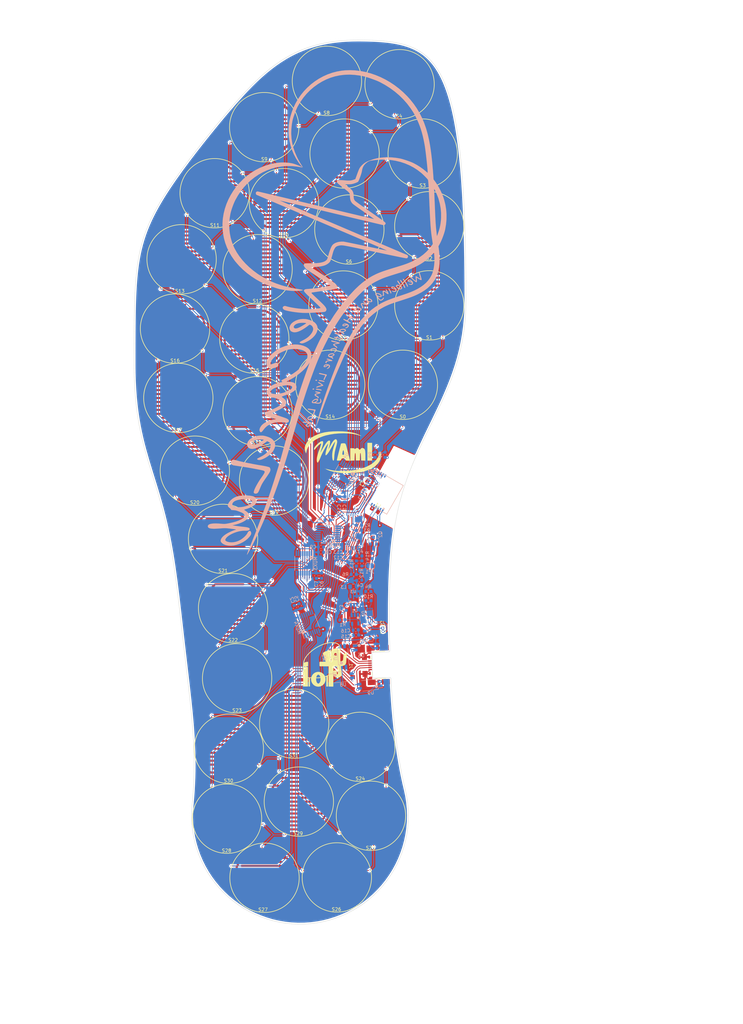
<source format=kicad_pcb>
(kicad_pcb (version 20171130) (host pcbnew "(5.0.0)")
  (layers (0 F.Cu signal) (31 B.Cu signal) (34 B.Paste user) (35 F.Paste user) (36 B.SilkS user) (37 F.SilkS user) (38 B.Mask user) (39 F.Mask user) (44 Edge.Cuts user))
  (net 0 "")
  (net 1 GND)
  (net 2 +3V3)
  (net 3 +5V)
  (net 4 +BATT)
  (net 5 /U1_A7)
  (net 6 /U1_A6)
  (net 7 /U1_A5)
  (net 8 /U1_A4)
  (net 9 /U1_A3)
  (net 10 /U1_A2)
  (net 11 /U1_A1)
  (net 12 /U1_A0)
  (net 13 /U2_A7)
  (net 14 /U2_A6)
  (net 15 /U2_A5)
  (net 16 /U2_A4)
  (net 17 /U2_A3)
  (net 18 /U2_A2)
  (net 19 /U2_A1)
  (net 20 /U2_A0)
  (net 21 /U1_Data)
  (net 22 /U2_Data)
  (net 23 /U3_Data)
  (net 24 /U4_Data)
  (net 25 /U3_A7)
  (net 26 /U3_A6)
  (net 27 /U3_A5)
  (net 28 /U3_A4)
  (net 29 /U3_A3)
  (net 30 /U3_A2)
  (net 31 /U3_A1)
  (net 32 /U3_A0)
  (net 33 /U4_A7)
  (net 34 /U4_A6)
  (net 35 /U4_A5)
  (net 36 /U4_A4)
  (net 37 /U4_A3)
  (net 38 /U4_A2)
  (net 39 /U4_A1)
  (net 40 /U4_A0)
  (net 41 "Net-(L1-Pad2)")
  (net 42 "Net-(L2-Pad2)")
  (net 43 "Net-(L3-Pad1)")
  (net 44 "Net-(R1-Pad1)")
  (net 45 "Net-(R2-Pad2)")
  (net 46 "Net-(R3-Pad2)")
  (net 47 /S0)
  (net 48 /S1)
  (net 49 /S2)
  (net 50 /MUX_E)
  (net 51 -BATT)
  (net 52 "Net-(C1-Pad1)")
  (net 53 Analog_Batt_Lvl)
  (net 54 "Net-(J1-Pad2)")
  (net 55 "Net-(J1-Pad3)")
  (net 56 "Net-(J1-Pad4)")
  (net 57 "Net-(JP1-Pad1)")
  (net 58 Enable_Batt_Lvl)
  (net 59 "Net-(R5-Pad1)")
  (net 60 "Net-(R5-Pad2)")
  (net 61 "Net-(R10-Pad1)")
  (net 62 "Net-(R11-Pad1)")
  (net 63 XRES)
  (net 64 P0.6)
  (net 65 P0.7)
  (module Graphics:logo_mamiV2 (layer F.Cu) (at 184.869453 139.270707)
    (fp_text reference G*** hide)
    (fp_text value LOGO hide)
  )
  (module Graphics:logo_mamiot_V3. (layer F.Cu) (at 179.429453 203.520707)
    (fp_text reference G*** hide)
    (fp_text value LOGO hide)
  )
  (module fsr_footprints:FSR_Circle_9mm (layer F.Cu) (at 203.029453 118.850707 180)
    (fp_text reference S0 (at 0.03 -9.67) (layer F.SilkS))
    (fp_text value FSR)
    (pad 2 smd custom (at 9 0 180) (size 0.5 0.5) (layers F.Cu F.Mask) (net 12 /U1_A0) (options (clearance outline) (anchor circle)) (primitives (gr_line (start -12 -7.2) (end -3.6 -7.2) (width 0.6)) (gr_arc (start -9 0) (end -3.6 -7.2) (angle 106.2) (width 0.6)) (gr_line (start -15.6 2.4) (end -0.4 2.4) (width 0.6)) (gr_line (start -14.2 4.8) (end -1.5 4.8) (width 0.6)) (gr_line (start -16.9 0) (end -0.1 0) (width 0.6)) (gr_line (start -14.1 -4.8) (end -1.5 -4.8) (width 0.6)) (gr_line (start -12.1 7.2) (end -3.6 7.2) (width 0.6)) (gr_line (start -15.5 -2.4) (end -0.5 -2.4) (width 0.6))))
    (pad 1 smd custom (at -9 0 180) (size 0.5 0.5) (layers F.Cu F.Mask) (net 21 /U1_Data) (options (clearance outline) (anchor circle)) (primitives (gr_line (start 5.8 8.4) (end 12.1 8.4) (width 0.6)) (gr_line (start 5.8 -8.4) (end 11.9 -8.4) (width 0.6)) (gr_line (start 16.7 -1.2) (end 0.2 -1.2) (width 0.6)) (gr_line (start 15.9 -3.6) (end 0.9 -3.6) (width 0.6)) (gr_line (start 16.7 1.2) (end 0.2 1.2) (width 0.6)) (gr_arc (start 9 0) (end 5.8 8.4) (angle 138.1) (width 0.6)) (gr_line (start 14 6) (end 2.4 6) (width 0.6)) (gr_line (start 13.9 -6) (end 2.4 -6) (width 0.6)) (gr_line (start 15.9 3.6) (end 0.9 3.6) (width 0.6))))
  )
  (module fsr_footprints:FSR_Circle_9mm (layer F.Cu) (at 211.029453 94.800707 180)
    (fp_text reference S1 (at 0 -9.69) (layer F.SilkS))
    (fp_text value FSR)
    (pad 2 smd custom (at 9 0 180) (size 0.5 0.5) (layers F.Cu F.Mask) (net 11 /U1_A1) (options (clearance outline) (anchor circle)) (primitives (gr_line (start -12 -7.2) (end -3.6 -7.2) (width 0.6)) (gr_arc (start -9 0) (end -3.6 -7.2) (angle 106.2) (width 0.6)) (gr_line (start -15.6 2.4) (end -0.4 2.4) (width 0.6)) (gr_line (start -14.2 4.8) (end -1.5 4.8) (width 0.6)) (gr_line (start -16.9 0) (end -0.1 0) (width 0.6)) (gr_line (start -14.1 -4.8) (end -1.5 -4.8) (width 0.6)) (gr_line (start -12.1 7.2) (end -3.6 7.2) (width 0.6)) (gr_line (start -15.5 -2.4) (end -0.5 -2.4) (width 0.6))))
    (pad 1 smd custom (at -9 0 180) (size 0.5 0.5) (layers F.Cu F.Mask) (net 21 /U1_Data) (options (clearance outline) (anchor circle)) (primitives (gr_line (start 5.8 8.4) (end 12.1 8.4) (width 0.6)) (gr_line (start 5.8 -8.4) (end 11.9 -8.4) (width 0.6)) (gr_line (start 16.7 -1.2) (end 0.2 -1.2) (width 0.6)) (gr_line (start 15.9 -3.6) (end 0.9 -3.6) (width 0.6)) (gr_line (start 16.7 1.2) (end 0.2 1.2) (width 0.6)) (gr_arc (start 9 0) (end 5.8 8.4) (angle 138.1) (width 0.6)) (gr_line (start 14 6) (end 2.4 6) (width 0.6)) (gr_line (start 13.9 -6) (end 2.4 -6) (width 0.6)) (gr_line (start 15.9 3.6) (end 0.9 3.6) (width 0.6))))
  )
  (module fsr_footprints:FSR_Circle_9mm (layer F.Cu) (at 211.029453 70.850707 180)
    (fp_text reference S2 (at 0.02 -9.72) (layer F.SilkS))
    (fp_text value FSR)
    (pad 2 smd custom (at 9 0 180) (size 0.5 0.5) (layers F.Cu F.Mask) (net 10 /U1_A2) (options (clearance outline) (anchor circle)) (primitives (gr_line (start -12 -7.2) (end -3.6 -7.2) (width 0.6)) (gr_arc (start -9 0) (end -3.6 -7.2) (angle 106.2) (width 0.6)) (gr_line (start -15.6 2.4) (end -0.4 2.4) (width 0.6)) (gr_line (start -14.2 4.8) (end -1.5 4.8) (width 0.6)) (gr_line (start -16.9 0) (end -0.1 0) (width 0.6)) (gr_line (start -14.1 -4.8) (end -1.5 -4.8) (width 0.6)) (gr_line (start -12.1 7.2) (end -3.6 7.2) (width 0.6)) (gr_line (start -15.5 -2.4) (end -0.5 -2.4) (width 0.6))))
    (pad 1 smd custom (at -9 0 180) (size 0.5 0.5) (layers F.Cu F.Mask) (net 21 /U1_Data) (options (clearance outline) (anchor circle)) (primitives (gr_line (start 5.8 8.4) (end 12.1 8.4) (width 0.6)) (gr_line (start 5.8 -8.4) (end 11.9 -8.4) (width 0.6)) (gr_line (start 16.7 -1.2) (end 0.2 -1.2) (width 0.6)) (gr_line (start 15.9 -3.6) (end 0.9 -3.6) (width 0.6)) (gr_line (start 16.7 1.2) (end 0.2 1.2) (width 0.6)) (gr_arc (start 9 0) (end 5.8 8.4) (angle 138.1) (width 0.6)) (gr_line (start 14 6) (end 2.4 6) (width 0.6)) (gr_line (start 13.9 -6) (end 2.4 -6) (width 0.6)) (gr_line (start 15.9 3.6) (end 0.9 3.6) (width 0.6))))
  )
  (module fsr_footprints:FSR_Circle_9mm (layer F.Cu) (at 209.029453 48.850707 180)
    (fp_text reference S3 (at 0.02 -9.65) (layer F.SilkS))
    (fp_text value FSR)
    (pad 2 smd custom (at 9 0 180) (size 0.5 0.5) (layers F.Cu F.Mask) (net 9 /U1_A3) (options (clearance outline) (anchor circle)) (primitives (gr_line (start -12 -7.2) (end -3.6 -7.2) (width 0.6)) (gr_arc (start -9 0) (end -3.6 -7.2) (angle 106.2) (width 0.6)) (gr_line (start -15.6 2.4) (end -0.4 2.4) (width 0.6)) (gr_line (start -14.2 4.8) (end -1.5 4.8) (width 0.6)) (gr_line (start -16.9 0) (end -0.1 0) (width 0.6)) (gr_line (start -14.1 -4.8) (end -1.5 -4.8) (width 0.6)) (gr_line (start -12.1 7.2) (end -3.6 7.2) (width 0.6)) (gr_line (start -15.5 -2.4) (end -0.5 -2.4) (width 0.6))))
    (pad 1 smd custom (at -9 0 180) (size 0.5 0.5) (layers F.Cu F.Mask) (net 21 /U1_Data) (options (clearance outline) (anchor circle)) (primitives (gr_line (start 5.8 8.4) (end 12.1 8.4) (width 0.6)) (gr_line (start 5.8 -8.4) (end 11.9 -8.4) (width 0.6)) (gr_line (start 16.7 -1.2) (end 0.2 -1.2) (width 0.6)) (gr_line (start 15.9 -3.6) (end 0.9 -3.6) (width 0.6)) (gr_line (start 16.7 1.2) (end 0.2 1.2) (width 0.6)) (gr_arc (start 9 0) (end 5.8 8.4) (angle 138.1) (width 0.6)) (gr_line (start 14 6) (end 2.4 6) (width 0.6)) (gr_line (start 13.9 -6) (end 2.4 -6) (width 0.6)) (gr_line (start 15.9 3.6) (end 0.9 3.6) (width 0.6))))
  )
  (module fsr_footprints:FSR_Circle_9mm (layer F.Cu) (at 202.029453 27.850707 180)
    (fp_text reference S4 (at 0.13 -9.63) (layer F.SilkS))
    (fp_text value FSR)
    (pad 2 smd custom (at 9 0 180) (size 0.5 0.5) (layers F.Cu F.Mask) (net 8 /U1_A4) (options (clearance outline) (anchor circle)) (primitives (gr_line (start -12 -7.2) (end -3.6 -7.2) (width 0.6)) (gr_arc (start -9 0) (end -3.6 -7.2) (angle 106.2) (width 0.6)) (gr_line (start -15.6 2.4) (end -0.4 2.4) (width 0.6)) (gr_line (start -14.2 4.8) (end -1.5 4.8) (width 0.6)) (gr_line (start -16.9 0) (end -0.1 0) (width 0.6)) (gr_line (start -14.1 -4.8) (end -1.5 -4.8) (width 0.6)) (gr_line (start -12.1 7.2) (end -3.6 7.2) (width 0.6)) (gr_line (start -15.5 -2.4) (end -0.5 -2.4) (width 0.6))))
    (pad 1 smd custom (at -9 0 180) (size 0.5 0.5) (layers F.Cu F.Mask) (net 21 /U1_Data) (options (clearance outline) (anchor circle)) (primitives (gr_line (start 5.8 8.4) (end 12.1 8.4) (width 0.6)) (gr_line (start 5.8 -8.4) (end 11.9 -8.4) (width 0.6)) (gr_line (start 16.7 -1.2) (end 0.2 -1.2) (width 0.6)) (gr_line (start 15.9 -3.6) (end 0.9 -3.6) (width 0.6)) (gr_line (start 16.7 1.2) (end 0.2 1.2) (width 0.6)) (gr_arc (start 9 0) (end 5.8 8.4) (angle 138.1) (width 0.6)) (gr_line (start 14 6) (end 2.4 6) (width 0.6)) (gr_line (start 13.9 -6) (end 2.4 -6) (width 0.6)) (gr_line (start 15.9 3.6) (end 0.9 3.6) (width 0.6))))
  )
  (module fsr_footprints:FSR_Circle_9mm (layer F.Cu) (at 185.379453 48.850707 180)
    (fp_text reference S5 (at 0.03 -9.75) (layer F.SilkS))
    (fp_text value FSR)
    (pad 2 smd custom (at 9 0 180) (size 0.5 0.5) (layers F.Cu F.Mask) (net 7 /U1_A5) (options (clearance outline) (anchor circle)) (primitives (gr_line (start -12 -7.2) (end -3.6 -7.2) (width 0.6)) (gr_arc (start -9 0) (end -3.6 -7.2) (angle 106.2) (width 0.6)) (gr_line (start -15.6 2.4) (end -0.4 2.4) (width 0.6)) (gr_line (start -14.2 4.8) (end -1.5 4.8) (width 0.6)) (gr_line (start -16.9 0) (end -0.1 0) (width 0.6)) (gr_line (start -14.1 -4.8) (end -1.5 -4.8) (width 0.6)) (gr_line (start -12.1 7.2) (end -3.6 7.2) (width 0.6)) (gr_line (start -15.5 -2.4) (end -0.5 -2.4) (width 0.6))))
    (pad 1 smd custom (at -9 0 180) (size 0.5 0.5) (layers F.Cu F.Mask) (net 21 /U1_Data) (options (clearance outline) (anchor circle)) (primitives (gr_line (start 5.8 8.4) (end 12.1 8.4) (width 0.6)) (gr_line (start 5.8 -8.4) (end 11.9 -8.4) (width 0.6)) (gr_line (start 16.7 -1.2) (end 0.2 -1.2) (width 0.6)) (gr_line (start 15.9 -3.6) (end 0.9 -3.6) (width 0.6)) (gr_line (start 16.7 1.2) (end 0.2 1.2) (width 0.6)) (gr_arc (start 9 0) (end 5.8 8.4) (angle 138.1) (width 0.6)) (gr_line (start 14 6) (end 2.4 6) (width 0.6)) (gr_line (start 13.9 -6) (end 2.4 -6) (width 0.6)) (gr_line (start 15.9 3.6) (end 0.9 3.6) (width 0.6))))
  )
  (module fsr_footprints:FSR_Circle_9mm (layer F.Cu) (at 186.819453 71.840707 180)
    (fp_text reference S6 (at 0.13 -9.72) (layer F.SilkS))
    (fp_text value FSR)
    (pad 2 smd custom (at 9 0 180) (size 0.5 0.5) (layers F.Cu F.Mask) (net 6 /U1_A6) (options (clearance outline) (anchor circle)) (primitives (gr_line (start -12 -7.2) (end -3.6 -7.2) (width 0.6)) (gr_arc (start -9 0) (end -3.6 -7.2) (angle 106.2) (width 0.6)) (gr_line (start -15.6 2.4) (end -0.4 2.4) (width 0.6)) (gr_line (start -14.2 4.8) (end -1.5 4.8) (width 0.6)) (gr_line (start -16.9 0) (end -0.1 0) (width 0.6)) (gr_line (start -14.1 -4.8) (end -1.5 -4.8) (width 0.6)) (gr_line (start -12.1 7.2) (end -3.6 7.2) (width 0.6)) (gr_line (start -15.5 -2.4) (end -0.5 -2.4) (width 0.6))))
    (pad 1 smd custom (at -9 0 180) (size 0.5 0.5) (layers F.Cu F.Mask) (net 21 /U1_Data) (options (clearance outline) (anchor circle)) (primitives (gr_line (start 5.8 8.4) (end 12.1 8.4) (width 0.6)) (gr_line (start 5.8 -8.4) (end 11.9 -8.4) (width 0.6)) (gr_line (start 16.7 -1.2) (end 0.2 -1.2) (width 0.6)) (gr_line (start 15.9 -3.6) (end 0.9 -3.6) (width 0.6)) (gr_line (start 16.7 1.2) (end 0.2 1.2) (width 0.6)) (gr_arc (start 9 0) (end 5.8 8.4) (angle 138.1) (width 0.6)) (gr_line (start 14 6) (end 2.4 6) (width 0.6)) (gr_line (start 13.9 -6) (end 2.4 -6) (width 0.6)) (gr_line (start 15.9 3.6) (end 0.9 3.6) (width 0.6))))
  )
  (module fsr_footprints:FSR_Circle_9mm (layer F.Cu) (at 185.029453 94.850707 180)
    (fp_text reference S7 (at 0.1 -9.73) (layer F.SilkS))
    (fp_text value FSR)
    (pad 2 smd custom (at 9 0 180) (size 0.5 0.5) (layers F.Cu F.Mask) (net 5 /U1_A7) (options (clearance outline) (anchor circle)) (primitives (gr_line (start -12 -7.2) (end -3.6 -7.2) (width 0.6)) (gr_arc (start -9 0) (end -3.6 -7.2) (angle 106.2) (width 0.6)) (gr_line (start -15.6 2.4) (end -0.4 2.4) (width 0.6)) (gr_line (start -14.2 4.8) (end -1.5 4.8) (width 0.6)) (gr_line (start -16.9 0) (end -0.1 0) (width 0.6)) (gr_line (start -14.1 -4.8) (end -1.5 -4.8) (width 0.6)) (gr_line (start -12.1 7.2) (end -3.6 7.2) (width 0.6)) (gr_line (start -15.5 -2.4) (end -0.5 -2.4) (width 0.6))))
    (pad 1 smd custom (at -9 0 180) (size 0.5 0.5) (layers F.Cu F.Mask) (net 21 /U1_Data) (options (clearance outline) (anchor circle)) (primitives (gr_line (start 5.8 8.4) (end 12.1 8.4) (width 0.6)) (gr_line (start 5.8 -8.4) (end 11.9 -8.4) (width 0.6)) (gr_line (start 16.7 -1.2) (end 0.2 -1.2) (width 0.6)) (gr_line (start 15.9 -3.6) (end 0.9 -3.6) (width 0.6)) (gr_line (start 16.7 1.2) (end 0.2 1.2) (width 0.6)) (gr_arc (start 9 0) (end 5.8 8.4) (angle 138.1) (width 0.6)) (gr_line (start 14 6) (end 2.4 6) (width 0.6)) (gr_line (start 13.9 -6) (end 2.4 -6) (width 0.6)) (gr_line (start 15.9 3.6) (end 0.9 3.6) (width 0.6))))
  )
  (module fsr_footprints:FSR_Circle_9mm (layer F.Cu) (at 180.029453 26.850707 180)
    (fp_text reference S8 (at 0.1 -9.67) (layer F.SilkS))
    (fp_text value FSR)
    (pad 2 smd custom (at 9 0 180) (size 0.5 0.5) (layers F.Cu F.Mask) (net 20 /U2_A0) (options (clearance outline) (anchor circle)) (primitives (gr_line (start -12 -7.2) (end -3.6 -7.2) (width 0.6)) (gr_arc (start -9 0) (end -3.6 -7.2) (angle 106.2) (width 0.6)) (gr_line (start -15.6 2.4) (end -0.4 2.4) (width 0.6)) (gr_line (start -14.2 4.8) (end -1.5 4.8) (width 0.6)) (gr_line (start -16.9 0) (end -0.1 0) (width 0.6)) (gr_line (start -14.1 -4.8) (end -1.5 -4.8) (width 0.6)) (gr_line (start -12.1 7.2) (end -3.6 7.2) (width 0.6)) (gr_line (start -15.5 -2.4) (end -0.5 -2.4) (width 0.6))))
    (pad 1 smd custom (at -9 0 180) (size 0.5 0.5) (layers F.Cu F.Mask) (net 22 /U2_Data) (options (clearance outline) (anchor circle)) (primitives (gr_line (start 5.8 8.4) (end 12.1 8.4) (width 0.6)) (gr_line (start 5.8 -8.4) (end 11.9 -8.4) (width 0.6)) (gr_line (start 16.7 -1.2) (end 0.2 -1.2) (width 0.6)) (gr_line (start 15.9 -3.6) (end 0.9 -3.6) (width 0.6)) (gr_line (start 16.7 1.2) (end 0.2 1.2) (width 0.6)) (gr_arc (start 9 0) (end 5.8 8.4) (angle 138.1) (width 0.6)) (gr_line (start 14 6) (end 2.4 6) (width 0.6)) (gr_line (start 13.9 -6) (end 2.4 -6) (width 0.6)) (gr_line (start 15.9 3.6) (end 0.9 3.6) (width 0.6))))
  )
  (module fsr_footprints:FSR_Circle_9mm (layer F.Cu) (at 161.029453 40.850707 180)
    (fp_text reference S9 (at -0.04 -9.7) (layer F.SilkS))
    (fp_text value FSR)
    (pad 2 smd custom (at 9 0 180) (size 0.5 0.5) (layers F.Cu F.Mask) (net 19 /U2_A1) (options (clearance outline) (anchor circle)) (primitives (gr_line (start -12 -7.2) (end -3.6 -7.2) (width 0.6)) (gr_arc (start -9 0) (end -3.6 -7.2) (angle 106.2) (width 0.6)) (gr_line (start -15.6 2.4) (end -0.4 2.4) (width 0.6)) (gr_line (start -14.2 4.8) (end -1.5 4.8) (width 0.6)) (gr_line (start -16.9 0) (end -0.1 0) (width 0.6)) (gr_line (start -14.1 -4.8) (end -1.5 -4.8) (width 0.6)) (gr_line (start -12.1 7.2) (end -3.6 7.2) (width 0.6)) (gr_line (start -15.5 -2.4) (end -0.5 -2.4) (width 0.6))))
    (pad 1 smd custom (at -9 0 180) (size 0.5 0.5) (layers F.Cu F.Mask) (net 22 /U2_Data) (options (clearance outline) (anchor circle)) (primitives (gr_line (start 5.8 8.4) (end 12.1 8.4) (width 0.6)) (gr_line (start 5.8 -8.4) (end 11.9 -8.4) (width 0.6)) (gr_line (start 16.7 -1.2) (end 0.2 -1.2) (width 0.6)) (gr_line (start 15.9 -3.6) (end 0.9 -3.6) (width 0.6)) (gr_line (start 16.7 1.2) (end 0.2 1.2) (width 0.6)) (gr_arc (start 9 0) (end 5.8 8.4) (angle 138.1) (width 0.6)) (gr_line (start 14 6) (end 2.4 6) (width 0.6)) (gr_line (start 13.9 -6) (end 2.4 -6) (width 0.6)) (gr_line (start 15.9 3.6) (end 0.9 3.6) (width 0.6))))
  )
  (module fsr_footprints:FSR_Circle_9mm (layer F.Cu) (at 167.029453 63.850707 180)
    (fp_text reference S10 (at -0.01 -9.66) (layer F.SilkS))
    (fp_text value FSR)
    (pad 2 smd custom (at 9 0 180) (size 0.5 0.5) (layers F.Cu F.Mask) (net 18 /U2_A2) (options (clearance outline) (anchor circle)) (primitives (gr_line (start -12 -7.2) (end -3.6 -7.2) (width 0.6)) (gr_arc (start -9 0) (end -3.6 -7.2) (angle 106.2) (width 0.6)) (gr_line (start -15.6 2.4) (end -0.4 2.4) (width 0.6)) (gr_line (start -14.2 4.8) (end -1.5 4.8) (width 0.6)) (gr_line (start -16.9 0) (end -0.1 0) (width 0.6)) (gr_line (start -14.1 -4.8) (end -1.5 -4.8) (width 0.6)) (gr_line (start -12.1 7.2) (end -3.6 7.2) (width 0.6)) (gr_line (start -15.5 -2.4) (end -0.5 -2.4) (width 0.6))))
    (pad 1 smd custom (at -9 0 180) (size 0.5 0.5) (layers F.Cu F.Mask) (net 22 /U2_Data) (options (clearance outline) (anchor circle)) (primitives (gr_line (start 5.8 8.4) (end 12.1 8.4) (width 0.6)) (gr_line (start 5.8 -8.4) (end 11.9 -8.4) (width 0.6)) (gr_line (start 16.7 -1.2) (end 0.2 -1.2) (width 0.6)) (gr_line (start 15.9 -3.6) (end 0.9 -3.6) (width 0.6)) (gr_line (start 16.7 1.2) (end 0.2 1.2) (width 0.6)) (gr_arc (start 9 0) (end 5.8 8.4) (angle 138.1) (width 0.6)) (gr_line (start 14 6) (end 2.4 6) (width 0.6)) (gr_line (start 13.9 -6) (end 2.4 -6) (width 0.6)) (gr_line (start 15.9 3.6) (end 0.9 3.6) (width 0.6))))
  )
  (module fsr_footprints:FSR_Circle_9mm (layer F.Cu) (at 146.029453 60.850707 180)
    (fp_text reference S11 (at -0.06 -9.67) (layer F.SilkS))
    (fp_text value FSR)
    (pad 2 smd custom (at 9 0 180) (size 0.5 0.5) (layers F.Cu F.Mask) (net 17 /U2_A3) (options (clearance outline) (anchor circle)) (primitives (gr_line (start -12 -7.2) (end -3.6 -7.2) (width 0.6)) (gr_arc (start -9 0) (end -3.6 -7.2) (angle 106.2) (width 0.6)) (gr_line (start -15.6 2.4) (end -0.4 2.4) (width 0.6)) (gr_line (start -14.2 4.8) (end -1.5 4.8) (width 0.6)) (gr_line (start -16.9 0) (end -0.1 0) (width 0.6)) (gr_line (start -14.1 -4.8) (end -1.5 -4.8) (width 0.6)) (gr_line (start -12.1 7.2) (end -3.6 7.2) (width 0.6)) (gr_line (start -15.5 -2.4) (end -0.5 -2.4) (width 0.6))))
    (pad 1 smd custom (at -9 0 180) (size 0.5 0.5) (layers F.Cu F.Mask) (net 22 /U2_Data) (options (clearance outline) (anchor circle)) (primitives (gr_line (start 5.8 8.4) (end 12.1 8.4) (width 0.6)) (gr_line (start 5.8 -8.4) (end 11.9 -8.4) (width 0.6)) (gr_line (start 16.7 -1.2) (end 0.2 -1.2) (width 0.6)) (gr_line (start 15.9 -3.6) (end 0.9 -3.6) (width 0.6)) (gr_line (start 16.7 1.2) (end 0.2 1.2) (width 0.6)) (gr_arc (start 9 0) (end 5.8 8.4) (angle 138.1) (width 0.6)) (gr_line (start 14 6) (end 2.4 6) (width 0.6)) (gr_line (start 13.9 -6) (end 2.4 -6) (width 0.6)) (gr_line (start 15.9 3.6) (end 0.9 3.6) (width 0.6))))
  )
  (module fsr_footprints:FSR_Circle_9mm (layer F.Cu) (at 159.029453 83.850707 180)
    (fp_text reference S12 (at 0.05 -9.62) (layer F.SilkS))
    (fp_text value FSR)
    (pad 2 smd custom (at 9 0 180) (size 0.5 0.5) (layers F.Cu F.Mask) (net 16 /U2_A4) (options (clearance outline) (anchor circle)) (primitives (gr_line (start -12 -7.2) (end -3.6 -7.2) (width 0.6)) (gr_arc (start -9 0) (end -3.6 -7.2) (angle 106.2) (width 0.6)) (gr_line (start -15.6 2.4) (end -0.4 2.4) (width 0.6)) (gr_line (start -14.2 4.8) (end -1.5 4.8) (width 0.6)) (gr_line (start -16.9 0) (end -0.1 0) (width 0.6)) (gr_line (start -14.1 -4.8) (end -1.5 -4.8) (width 0.6)) (gr_line (start -12.1 7.2) (end -3.6 7.2) (width 0.6)) (gr_line (start -15.5 -2.4) (end -0.5 -2.4) (width 0.6))))
    (pad 1 smd custom (at -9 0 180) (size 0.5 0.5) (layers F.Cu F.Mask) (net 22 /U2_Data) (options (clearance outline) (anchor circle)) (primitives (gr_line (start 5.8 8.4) (end 12.1 8.4) (width 0.6)) (gr_line (start 5.8 -8.4) (end 11.9 -8.4) (width 0.6)) (gr_line (start 16.7 -1.2) (end 0.2 -1.2) (width 0.6)) (gr_line (start 15.9 -3.6) (end 0.9 -3.6) (width 0.6)) (gr_line (start 16.7 1.2) (end 0.2 1.2) (width 0.6)) (gr_arc (start 9 0) (end 5.8 8.4) (angle 138.1) (width 0.6)) (gr_line (start 14 6) (end 2.4 6) (width 0.6)) (gr_line (start 13.9 -6) (end 2.4 -6) (width 0.6)) (gr_line (start 15.9 3.6) (end 0.9 3.6) (width 0.6))))
  )
  (module fsr_footprints:FSR_Circle_9mm (layer F.Cu) (at 136.029453 80.850707 180)
    (fp_text reference S13 (at 0.53 -9.61) (layer F.SilkS))
    (fp_text value FSR)
    (pad 2 smd custom (at 9 0 180) (size 0.5 0.5) (layers F.Cu F.Mask) (net 15 /U2_A5) (options (clearance outline) (anchor circle)) (primitives (gr_line (start -12 -7.2) (end -3.6 -7.2) (width 0.6)) (gr_arc (start -9 0) (end -3.6 -7.2) (angle 106.2) (width 0.6)) (gr_line (start -15.6 2.4) (end -0.4 2.4) (width 0.6)) (gr_line (start -14.2 4.8) (end -1.5 4.8) (width 0.6)) (gr_line (start -16.9 0) (end -0.1 0) (width 0.6)) (gr_line (start -14.1 -4.8) (end -1.5 -4.8) (width 0.6)) (gr_line (start -12.1 7.2) (end -3.6 7.2) (width 0.6)) (gr_line (start -15.5 -2.4) (end -0.5 -2.4) (width 0.6))))
    (pad 1 smd custom (at -9 0 180) (size 0.5 0.5) (layers F.Cu F.Mask) (net 22 /U2_Data) (options (clearance outline) (anchor circle)) (primitives (gr_line (start 5.8 8.4) (end 12.1 8.4) (width 0.6)) (gr_line (start 5.8 -8.4) (end 11.9 -8.4) (width 0.6)) (gr_line (start 16.7 -1.2) (end 0.2 -1.2) (width 0.6)) (gr_line (start 15.9 -3.6) (end 0.9 -3.6) (width 0.6)) (gr_line (start 16.7 1.2) (end 0.2 1.2) (width 0.6)) (gr_arc (start 9 0) (end 5.8 8.4) (angle 138.1) (width 0.6)) (gr_line (start 14 6) (end 2.4 6) (width 0.6)) (gr_line (start 13.9 -6) (end 2.4 -6) (width 0.6)) (gr_line (start 15.9 3.6) (end 0.9 3.6) (width 0.6))))
  )
  (module fsr_footprints:FSR_Circle_9mm (layer F.Cu) (at 181.029453 118.850707 180)
    (fp_text reference S14 (at 0.01 -9.63) (layer F.SilkS))
    (fp_text value FSR)
    (pad 2 smd custom (at 9 0 180) (size 0.5 0.5) (layers F.Cu F.Mask) (net 14 /U2_A6) (options (clearance outline) (anchor circle)) (primitives (gr_line (start -12 -7.2) (end -3.6 -7.2) (width 0.6)) (gr_arc (start -9 0) (end -3.6 -7.2) (angle 106.2) (width 0.6)) (gr_line (start -15.6 2.4) (end -0.4 2.4) (width 0.6)) (gr_line (start -14.2 4.8) (end -1.5 4.8) (width 0.6)) (gr_line (start -16.9 0) (end -0.1 0) (width 0.6)) (gr_line (start -14.1 -4.8) (end -1.5 -4.8) (width 0.6)) (gr_line (start -12.1 7.2) (end -3.6 7.2) (width 0.6)) (gr_line (start -15.5 -2.4) (end -0.5 -2.4) (width 0.6))))
    (pad 1 smd custom (at -9 0 180) (size 0.5 0.5) (layers F.Cu F.Mask) (net 22 /U2_Data) (options (clearance outline) (anchor circle)) (primitives (gr_line (start 5.8 8.4) (end 12.1 8.4) (width 0.6)) (gr_line (start 5.8 -8.4) (end 11.9 -8.4) (width 0.6)) (gr_line (start 16.7 -1.2) (end 0.2 -1.2) (width 0.6)) (gr_line (start 15.9 -3.6) (end 0.9 -3.6) (width 0.6)) (gr_line (start 16.7 1.2) (end 0.2 1.2) (width 0.6)) (gr_arc (start 9 0) (end 5.8 8.4) (angle 138.1) (width 0.6)) (gr_line (start 14 6) (end 2.4 6) (width 0.6)) (gr_line (start 13.9 -6) (end 2.4 -6) (width 0.6)) (gr_line (start 15.9 3.6) (end 0.9 3.6) (width 0.6))))
  )
  (module fsr_footprints:FSR_Circle_9mm (layer F.Cu) (at 158.029453 104.850707 180)
    (fp_text reference S15 (at -0.1 -9.65) (layer F.SilkS))
    (fp_text value FSR)
    (pad 2 smd custom (at 9 0 180) (size 0.5 0.5) (layers F.Cu F.Mask) (net 13 /U2_A7) (options (clearance outline) (anchor circle)) (primitives (gr_line (start -12 -7.2) (end -3.6 -7.2) (width 0.6)) (gr_arc (start -9 0) (end -3.6 -7.2) (angle 106.2) (width 0.6)) (gr_line (start -15.6 2.4) (end -0.4 2.4) (width 0.6)) (gr_line (start -14.2 4.8) (end -1.5 4.8) (width 0.6)) (gr_line (start -16.9 0) (end -0.1 0) (width 0.6)) (gr_line (start -14.1 -4.8) (end -1.5 -4.8) (width 0.6)) (gr_line (start -12.1 7.2) (end -3.6 7.2) (width 0.6)) (gr_line (start -15.5 -2.4) (end -0.5 -2.4) (width 0.6))))
    (pad 1 smd custom (at -9 0 180) (size 0.5 0.5) (layers F.Cu F.Mask) (net 22 /U2_Data) (options (clearance outline) (anchor circle)) (primitives (gr_line (start 5.8 8.4) (end 12.1 8.4) (width 0.6)) (gr_line (start 5.8 -8.4) (end 11.9 -8.4) (width 0.6)) (gr_line (start 16.7 -1.2) (end 0.2 -1.2) (width 0.6)) (gr_line (start 15.9 -3.6) (end 0.9 -3.6) (width 0.6)) (gr_line (start 16.7 1.2) (end 0.2 1.2) (width 0.6)) (gr_arc (start 9 0) (end 5.8 8.4) (angle 138.1) (width 0.6)) (gr_line (start 14 6) (end 2.4 6) (width 0.6)) (gr_line (start 13.9 -6) (end 2.4 -6) (width 0.6)) (gr_line (start 15.9 3.6) (end 0.9 3.6) (width 0.6))))
  )
  (module fsr_footprints:FSR_Circle_9mm (layer F.Cu) (at 134.029453 101.850707 180)
    (fp_text reference S16 (at -0.01 -9.69) (layer F.SilkS))
    (fp_text value FSR)
    (pad 2 smd custom (at 9 0 180) (size 0.5 0.5) (layers F.Cu F.Mask) (net 32 /U3_A0) (options (clearance outline) (anchor circle)) (primitives (gr_line (start -12 -7.2) (end -3.6 -7.2) (width 0.6)) (gr_arc (start -9 0) (end -3.6 -7.2) (angle 106.2) (width 0.6)) (gr_line (start -15.6 2.4) (end -0.4 2.4) (width 0.6)) (gr_line (start -14.2 4.8) (end -1.5 4.8) (width 0.6)) (gr_line (start -16.9 0) (end -0.1 0) (width 0.6)) (gr_line (start -14.1 -4.8) (end -1.5 -4.8) (width 0.6)) (gr_line (start -12.1 7.2) (end -3.6 7.2) (width 0.6)) (gr_line (start -15.5 -2.4) (end -0.5 -2.4) (width 0.6))))
    (pad 1 smd custom (at -9 0 180) (size 0.5 0.5) (layers F.Cu F.Mask) (net 23 /U3_Data) (options (clearance outline) (anchor circle)) (primitives (gr_line (start 5.8 8.4) (end 12.1 8.4) (width 0.6)) (gr_line (start 5.8 -8.4) (end 11.9 -8.4) (width 0.6)) (gr_line (start 16.7 -1.2) (end 0.2 -1.2) (width 0.6)) (gr_line (start 15.9 -3.6) (end 0.9 -3.6) (width 0.6)) (gr_line (start 16.7 1.2) (end 0.2 1.2) (width 0.6)) (gr_arc (start 9 0) (end 5.8 8.4) (angle 138.1) (width 0.6)) (gr_line (start 14 6) (end 2.4 6) (width 0.6)) (gr_line (start 13.9 -6) (end 2.4 -6) (width 0.6)) (gr_line (start 15.9 3.6) (end 0.9 3.6) (width 0.6))))
  )
  (module fsr_footprints:FSR_Circle_9mm (layer F.Cu) (at 135.029453 122.850707 180)
    (fp_text reference S17 (at 0.22 -9.65) (layer F.SilkS))
    (fp_text value FSR)
    (pad 2 smd custom (at 9 0 180) (size 0.5 0.5) (layers F.Cu F.Mask) (net 31 /U3_A1) (options (clearance outline) (anchor circle)) (primitives (gr_line (start -12 -7.2) (end -3.6 -7.2) (width 0.6)) (gr_arc (start -9 0) (end -3.6 -7.2) (angle 106.2) (width 0.6)) (gr_line (start -15.6 2.4) (end -0.4 2.4) (width 0.6)) (gr_line (start -14.2 4.8) (end -1.5 4.8) (width 0.6)) (gr_line (start -16.9 0) (end -0.1 0) (width 0.6)) (gr_line (start -14.1 -4.8) (end -1.5 -4.8) (width 0.6)) (gr_line (start -12.1 7.2) (end -3.6 7.2) (width 0.6)) (gr_line (start -15.5 -2.4) (end -0.5 -2.4) (width 0.6))))
    (pad 1 smd custom (at -9 0 180) (size 0.5 0.5) (layers F.Cu F.Mask) (net 23 /U3_Data) (options (clearance outline) (anchor circle)) (primitives (gr_line (start 5.8 8.4) (end 12.1 8.4) (width 0.6)) (gr_line (start 5.8 -8.4) (end 11.9 -8.4) (width 0.6)) (gr_line (start 16.7 -1.2) (end 0.2 -1.2) (width 0.6)) (gr_line (start 15.9 -3.6) (end 0.9 -3.6) (width 0.6)) (gr_line (start 16.7 1.2) (end 0.2 1.2) (width 0.6)) (gr_arc (start 9 0) (end 5.8 8.4) (angle 138.1) (width 0.6)) (gr_line (start 14 6) (end 2.4 6) (width 0.6)) (gr_line (start 13.9 -6) (end 2.4 -6) (width 0.6)) (gr_line (start 15.9 3.6) (end 0.9 3.6) (width 0.6))))
  )
  (module fsr_footprints:FSR_Circle_9mm (layer F.Cu) (at 159.029453 126.850707 180)
    (fp_text reference S18 (at 0.2 -9.66) (layer F.SilkS))
    (fp_text value FSR)
    (pad 2 smd custom (at 9 0 180) (size 0.5 0.5) (layers F.Cu F.Mask) (net 30 /U3_A2) (options (clearance outline) (anchor circle)) (primitives (gr_line (start -12 -7.2) (end -3.6 -7.2) (width 0.6)) (gr_arc (start -9 0) (end -3.6 -7.2) (angle 106.2) (width 0.6)) (gr_line (start -15.6 2.4) (end -0.4 2.4) (width 0.6)) (gr_line (start -14.2 4.8) (end -1.5 4.8) (width 0.6)) (gr_line (start -16.9 0) (end -0.1 0) (width 0.6)) (gr_line (start -14.1 -4.8) (end -1.5 -4.8) (width 0.6)) (gr_line (start -12.1 7.2) (end -3.6 7.2) (width 0.6)) (gr_line (start -15.5 -2.4) (end -0.5 -2.4) (width 0.6))))
    (pad 1 smd custom (at -9 0 180) (size 0.5 0.5) (layers F.Cu F.Mask) (net 23 /U3_Data) (options (clearance outline) (anchor circle)) (primitives (gr_line (start 5.8 8.4) (end 12.1 8.4) (width 0.6)) (gr_line (start 5.8 -8.4) (end 11.9 -8.4) (width 0.6)) (gr_line (start 16.7 -1.2) (end 0.2 -1.2) (width 0.6)) (gr_line (start 15.9 -3.6) (end 0.9 -3.6) (width 0.6)) (gr_line (start 16.7 1.2) (end 0.2 1.2) (width 0.6)) (gr_arc (start 9 0) (end 5.8 8.4) (angle 138.1) (width 0.6)) (gr_line (start 14 6) (end 2.4 6) (width 0.6)) (gr_line (start 13.9 -6) (end 2.4 -6) (width 0.6)) (gr_line (start 15.9 3.6) (end 0.9 3.6) (width 0.6))))
  )
  (module fsr_footprints:FSR_Circle_9mm (layer F.Cu) (at 164.029453 147.850707 180)
    (fp_text reference S19 (at 0.08 -9.62) (layer F.SilkS))
    (fp_text value FSR)
    (pad 2 smd custom (at 9 0 180) (size 0.5 0.5) (layers F.Cu F.Mask) (net 29 /U3_A3) (options (clearance outline) (anchor circle)) (primitives (gr_line (start -12 -7.2) (end -3.6 -7.2) (width 0.6)) (gr_arc (start -9 0) (end -3.6 -7.2) (angle 106.2) (width 0.6)) (gr_line (start -15.6 2.4) (end -0.4 2.4) (width 0.6)) (gr_line (start -14.2 4.8) (end -1.5 4.8) (width 0.6)) (gr_line (start -16.9 0) (end -0.1 0) (width 0.6)) (gr_line (start -14.1 -4.8) (end -1.5 -4.8) (width 0.6)) (gr_line (start -12.1 7.2) (end -3.6 7.2) (width 0.6)) (gr_line (start -15.5 -2.4) (end -0.5 -2.4) (width 0.6))))
    (pad 1 smd custom (at -9 0 180) (size 0.5 0.5) (layers F.Cu F.Mask) (net 23 /U3_Data) (options (clearance outline) (anchor circle)) (primitives (gr_line (start 5.8 8.4) (end 12.1 8.4) (width 0.6)) (gr_line (start 5.8 -8.4) (end 11.9 -8.4) (width 0.6)) (gr_line (start 16.7 -1.2) (end 0.2 -1.2) (width 0.6)) (gr_line (start 15.9 -3.6) (end 0.9 -3.6) (width 0.6)) (gr_line (start 16.7 1.2) (end 0.2 1.2) (width 0.6)) (gr_arc (start 9 0) (end 5.8 8.4) (angle 138.1) (width 0.6)) (gr_line (start 14 6) (end 2.4 6) (width 0.6)) (gr_line (start 13.9 -6) (end 2.4 -6) (width 0.6)) (gr_line (start 15.9 3.6) (end 0.9 3.6) (width 0.6))))
  )
  (module fsr_footprints:FSR_Circle_9mm (layer F.Cu) (at 140.029453 144.850707 180)
    (fp_text reference S20 (at 0.01 -9.62) (layer F.SilkS))
    (fp_text value FSR)
    (pad 2 smd custom (at 9 0 180) (size 0.5 0.5) (layers F.Cu F.Mask) (net 28 /U3_A4) (options (clearance outline) (anchor circle)) (primitives (gr_line (start -12 -7.2) (end -3.6 -7.2) (width 0.6)) (gr_arc (start -9 0) (end -3.6 -7.2) (angle 106.2) (width 0.6)) (gr_line (start -15.6 2.4) (end -0.4 2.4) (width 0.6)) (gr_line (start -14.2 4.8) (end -1.5 4.8) (width 0.6)) (gr_line (start -16.9 0) (end -0.1 0) (width 0.6)) (gr_line (start -14.1 -4.8) (end -1.5 -4.8) (width 0.6)) (gr_line (start -12.1 7.2) (end -3.6 7.2) (width 0.6)) (gr_line (start -15.5 -2.4) (end -0.5 -2.4) (width 0.6))))
    (pad 1 smd custom (at -9 0 180) (size 0.5 0.5) (layers F.Cu F.Mask) (net 23 /U3_Data) (options (clearance outline) (anchor circle)) (primitives (gr_line (start 5.8 8.4) (end 12.1 8.4) (width 0.6)) (gr_line (start 5.8 -8.4) (end 11.9 -8.4) (width 0.6)) (gr_line (start 16.7 -1.2) (end 0.2 -1.2) (width 0.6)) (gr_line (start 15.9 -3.6) (end 0.9 -3.6) (width 0.6)) (gr_line (start 16.7 1.2) (end 0.2 1.2) (width 0.6)) (gr_arc (start 9 0) (end 5.8 8.4) (angle 138.1) (width 0.6)) (gr_line (start 14 6) (end 2.4 6) (width 0.6)) (gr_line (start 13.9 -6) (end 2.4 -6) (width 0.6)) (gr_line (start 15.9 3.6) (end 0.9 3.6) (width 0.6))))
  )
  (module fsr_footprints:FSR_Circle_9mm (layer F.Cu) (at 148.579453 165.500707 180)
    (fp_text reference S21 (at 0 -9.63) (layer F.SilkS))
    (fp_text value FSR)
    (pad 2 smd custom (at 9 0 180) (size 0.5 0.5) (layers F.Cu F.Mask) (net 27 /U3_A5) (options (clearance outline) (anchor circle)) (primitives (gr_line (start -12 -7.2) (end -3.6 -7.2) (width 0.6)) (gr_arc (start -9 0) (end -3.6 -7.2) (angle 106.2) (width 0.6)) (gr_line (start -15.6 2.4) (end -0.4 2.4) (width 0.6)) (gr_line (start -14.2 4.8) (end -1.5 4.8) (width 0.6)) (gr_line (start -16.9 0) (end -0.1 0) (width 0.6)) (gr_line (start -14.1 -4.8) (end -1.5 -4.8) (width 0.6)) (gr_line (start -12.1 7.2) (end -3.6 7.2) (width 0.6)) (gr_line (start -15.5 -2.4) (end -0.5 -2.4) (width 0.6))))
    (pad 1 smd custom (at -9 0 180) (size 0.5 0.5) (layers F.Cu F.Mask) (net 23 /U3_Data) (options (clearance outline) (anchor circle)) (primitives (gr_line (start 5.8 8.4) (end 12.1 8.4) (width 0.6)) (gr_line (start 5.8 -8.4) (end 11.9 -8.4) (width 0.6)) (gr_line (start 16.7 -1.2) (end 0.2 -1.2) (width 0.6)) (gr_line (start 15.9 -3.6) (end 0.9 -3.6) (width 0.6)) (gr_line (start 16.7 1.2) (end 0.2 1.2) (width 0.6)) (gr_arc (start 9 0) (end 5.8 8.4) (angle 138.1) (width 0.6)) (gr_line (start 14 6) (end 2.4 6) (width 0.6)) (gr_line (start 13.9 -6) (end 2.4 -6) (width 0.6)) (gr_line (start 15.9 3.6) (end 0.9 3.6) (width 0.6))))
  )
  (module fsr_footprints:FSR_Circle_9mm (layer F.Cu) (at 151.609453 186.480707 180)
    (fp_text reference S22 (at -0.01 -9.67) (layer F.SilkS))
    (fp_text value FSR)
    (pad 2 smd custom (at 9 0 180) (size 0.5 0.5) (layers F.Cu F.Mask) (net 26 /U3_A6) (options (clearance outline) (anchor circle)) (primitives (gr_line (start -12 -7.2) (end -3.6 -7.2) (width 0.6)) (gr_arc (start -9 0) (end -3.6 -7.2) (angle 106.2) (width 0.6)) (gr_line (start -15.6 2.4) (end -0.4 2.4) (width 0.6)) (gr_line (start -14.2 4.8) (end -1.5 4.8) (width 0.6)) (gr_line (start -16.9 0) (end -0.1 0) (width 0.6)) (gr_line (start -14.1 -4.8) (end -1.5 -4.8) (width 0.6)) (gr_line (start -12.1 7.2) (end -3.6 7.2) (width 0.6)) (gr_line (start -15.5 -2.4) (end -0.5 -2.4) (width 0.6))))
    (pad 1 smd custom (at -9 0 180) (size 0.5 0.5) (layers F.Cu F.Mask) (net 23 /U3_Data) (options (clearance outline) (anchor circle)) (primitives (gr_line (start 5.8 8.4) (end 12.1 8.4) (width 0.6)) (gr_line (start 5.8 -8.4) (end 11.9 -8.4) (width 0.6)) (gr_line (start 16.7 -1.2) (end 0.2 -1.2) (width 0.6)) (gr_line (start 15.9 -3.6) (end 0.9 -3.6) (width 0.6)) (gr_line (start 16.7 1.2) (end 0.2 1.2) (width 0.6)) (gr_arc (start 9 0) (end 5.8 8.4) (angle 138.1) (width 0.6)) (gr_line (start 14 6) (end 2.4 6) (width 0.6)) (gr_line (start 13.9 -6) (end 2.4 -6) (width 0.6)) (gr_line (start 15.9 3.6) (end 0.9 3.6) (width 0.6))))
  )
  (module fsr_footprints:FSR_Circle_9mm (layer F.Cu) (at 152.829453 207.730707 180)
    (fp_text reference S23 (at 0.02 -9.69) (layer F.SilkS))
    (fp_text value FSR)
    (pad 2 smd custom (at 9 0 180) (size 0.5 0.5) (layers F.Cu F.Mask) (net 25 /U3_A7) (options (clearance outline) (anchor circle)) (primitives (gr_line (start -12 -7.2) (end -3.6 -7.2) (width 0.6)) (gr_arc (start -9 0) (end -3.6 -7.2) (angle 106.2) (width 0.6)) (gr_line (start -15.6 2.4) (end -0.4 2.4) (width 0.6)) (gr_line (start -14.2 4.8) (end -1.5 4.8) (width 0.6)) (gr_line (start -16.9 0) (end -0.1 0) (width 0.6)) (gr_line (start -14.1 -4.8) (end -1.5 -4.8) (width 0.6)) (gr_line (start -12.1 7.2) (end -3.6 7.2) (width 0.6)) (gr_line (start -15.5 -2.4) (end -0.5 -2.4) (width 0.6))))
    (pad 1 smd custom (at -9 0 180) (size 0.5 0.5) (layers F.Cu F.Mask) (net 23 /U3_Data) (options (clearance outline) (anchor circle)) (primitives (gr_line (start 5.8 8.4) (end 12.1 8.4) (width 0.6)) (gr_line (start 5.8 -8.4) (end 11.9 -8.4) (width 0.6)) (gr_line (start 16.7 -1.2) (end 0.2 -1.2) (width 0.6)) (gr_line (start 15.9 -3.6) (end 0.9 -3.6) (width 0.6)) (gr_line (start 16.7 1.2) (end 0.2 1.2) (width 0.6)) (gr_arc (start 9 0) (end 5.8 8.4) (angle 138.1) (width 0.6)) (gr_line (start 14 6) (end 2.4 6) (width 0.6)) (gr_line (start 13.9 -6) (end 2.4 -6) (width 0.6)) (gr_line (start 15.9 3.6) (end 0.9 3.6) (width 0.6))))
  )
  (module fsr_footprints:FSR_Circle_9mm (layer F.Cu) (at 190.149453 228.470707 180)
    (fp_text reference S24 (at 0.02 -9.61) (layer F.SilkS))
    (fp_text value FSR)
    (pad 2 smd custom (at 9 0 180) (size 0.5 0.5) (layers F.Cu F.Mask) (net 40 /U4_A0) (options (clearance outline) (anchor circle)) (primitives (gr_line (start -12 -7.2) (end -3.6 -7.2) (width 0.6)) (gr_arc (start -9 0) (end -3.6 -7.2) (angle 106.2) (width 0.6)) (gr_line (start -15.6 2.4) (end -0.4 2.4) (width 0.6)) (gr_line (start -14.2 4.8) (end -1.5 4.8) (width 0.6)) (gr_line (start -16.9 0) (end -0.1 0) (width 0.6)) (gr_line (start -14.1 -4.8) (end -1.5 -4.8) (width 0.6)) (gr_line (start -12.1 7.2) (end -3.6 7.2) (width 0.6)) (gr_line (start -15.5 -2.4) (end -0.5 -2.4) (width 0.6))))
    (pad 1 smd custom (at -9 0 180) (size 0.5 0.5) (layers F.Cu F.Mask) (net 24 /U4_Data) (options (clearance outline) (anchor circle)) (primitives (gr_line (start 5.8 8.4) (end 12.1 8.4) (width 0.6)) (gr_line (start 5.8 -8.4) (end 11.9 -8.4) (width 0.6)) (gr_line (start 16.7 -1.2) (end 0.2 -1.2) (width 0.6)) (gr_line (start 15.9 -3.6) (end 0.9 -3.6) (width 0.6)) (gr_line (start 16.7 1.2) (end 0.2 1.2) (width 0.6)) (gr_arc (start 9 0) (end 5.8 8.4) (angle 138.1) (width 0.6)) (gr_line (start 14 6) (end 2.4 6) (width 0.6)) (gr_line (start 13.9 -6) (end 2.4 -6) (width 0.6)) (gr_line (start 15.9 3.6) (end 0.9 3.6) (width 0.6))))
  )
  (module fsr_footprints:FSR_Circle_9mm (layer F.Cu) (at 193.359453 249.340707 180)
    (fp_text reference S25 (at 0.1 -9.71) (layer F.SilkS))
    (fp_text value FSR)
    (pad 2 smd custom (at 9 0 180) (size 0.5 0.5) (layers F.Cu F.Mask) (net 39 /U4_A1) (options (clearance outline) (anchor circle)) (primitives (gr_line (start -12 -7.2) (end -3.6 -7.2) (width 0.6)) (gr_arc (start -9 0) (end -3.6 -7.2) (angle 106.2) (width 0.6)) (gr_line (start -15.6 2.4) (end -0.4 2.4) (width 0.6)) (gr_line (start -14.2 4.8) (end -1.5 4.8) (width 0.6)) (gr_line (start -16.9 0) (end -0.1 0) (width 0.6)) (gr_line (start -14.1 -4.8) (end -1.5 -4.8) (width 0.6)) (gr_line (start -12.1 7.2) (end -3.6 7.2) (width 0.6)) (gr_line (start -15.5 -2.4) (end -0.5 -2.4) (width 0.6))))
    (pad 1 smd custom (at -9 0 180) (size 0.5 0.5) (layers F.Cu F.Mask) (net 24 /U4_Data) (options (clearance outline) (anchor circle)) (primitives (gr_line (start 5.8 8.4) (end 12.1 8.4) (width 0.6)) (gr_line (start 5.8 -8.4) (end 11.9 -8.4) (width 0.6)) (gr_line (start 16.7 -1.2) (end 0.2 -1.2) (width 0.6)) (gr_line (start 15.9 -3.6) (end 0.9 -3.6) (width 0.6)) (gr_line (start 16.7 1.2) (end 0.2 1.2) (width 0.6)) (gr_arc (start 9 0) (end 5.8 8.4) (angle 138.1) (width 0.6)) (gr_line (start 14 6) (end 2.4 6) (width 0.6)) (gr_line (start 13.9 -6) (end 2.4 -6) (width 0.6)) (gr_line (start 15.9 3.6) (end 0.9 3.6) (width 0.6))))
  )
  (module fsr_footprints:FSR_Circle_9mm (layer F.Cu) (at 183.029453 268.000707 180)
    (fp_text reference S26 (at 0.11 -9.67) (layer F.SilkS))
    (fp_text value FSR)
    (pad 2 smd custom (at 9 0 180) (size 0.5 0.5) (layers F.Cu F.Mask) (net 38 /U4_A2) (options (clearance outline) (anchor circle)) (primitives (gr_line (start -12 -7.2) (end -3.6 -7.2) (width 0.6)) (gr_arc (start -9 0) (end -3.6 -7.2) (angle 106.2) (width 0.6)) (gr_line (start -15.6 2.4) (end -0.4 2.4) (width 0.6)) (gr_line (start -14.2 4.8) (end -1.5 4.8) (width 0.6)) (gr_line (start -16.9 0) (end -0.1 0) (width 0.6)) (gr_line (start -14.1 -4.8) (end -1.5 -4.8) (width 0.6)) (gr_line (start -12.1 7.2) (end -3.6 7.2) (width 0.6)) (gr_line (start -15.5 -2.4) (end -0.5 -2.4) (width 0.6))))
    (pad 1 smd custom (at -9 0 180) (size 0.5 0.5) (layers F.Cu F.Mask) (net 24 /U4_Data) (options (clearance outline) (anchor circle)) (primitives (gr_line (start 5.8 8.4) (end 12.1 8.4) (width 0.6)) (gr_line (start 5.8 -8.4) (end 11.9 -8.4) (width 0.6)) (gr_line (start 16.7 -1.2) (end 0.2 -1.2) (width 0.6)) (gr_line (start 15.9 -3.6) (end 0.9 -3.6) (width 0.6)) (gr_line (start 16.7 1.2) (end 0.2 1.2) (width 0.6)) (gr_arc (start 9 0) (end 5.8 8.4) (angle 138.1) (width 0.6)) (gr_line (start 14 6) (end 2.4 6) (width 0.6)) (gr_line (start 13.9 -6) (end 2.4 -6) (width 0.6)) (gr_line (start 15.9 3.6) (end 0.9 3.6) (width 0.6))))
  )
  (module fsr_footprints:FSR_Circle_9mm (layer F.Cu) (at 161.129453 268.100707 180)
    (fp_text reference S27 (at 0.45 -9.65) (layer F.SilkS))
    (fp_text value FSR)
    (pad 2 smd custom (at 9 0 180) (size 0.5 0.5) (layers F.Cu F.Mask) (net 37 /U4_A3) (options (clearance outline) (anchor circle)) (primitives (gr_line (start -12 -7.2) (end -3.6 -7.2) (width 0.6)) (gr_arc (start -9 0) (end -3.6 -7.2) (angle 106.2) (width 0.6)) (gr_line (start -15.6 2.4) (end -0.4 2.4) (width 0.6)) (gr_line (start -14.2 4.8) (end -1.5 4.8) (width 0.6)) (gr_line (start -16.9 0) (end -0.1 0) (width 0.6)) (gr_line (start -14.1 -4.8) (end -1.5 -4.8) (width 0.6)) (gr_line (start -12.1 7.2) (end -3.6 7.2) (width 0.6)) (gr_line (start -15.5 -2.4) (end -0.5 -2.4) (width 0.6))))
    (pad 1 smd custom (at -9 0 180) (size 0.5 0.5) (layers F.Cu F.Mask) (net 24 /U4_Data) (options (clearance outline) (anchor circle)) (primitives (gr_line (start 5.8 8.4) (end 12.1 8.4) (width 0.6)) (gr_line (start 5.8 -8.4) (end 11.9 -8.4) (width 0.6)) (gr_line (start 16.7 -1.2) (end 0.2 -1.2) (width 0.6)) (gr_line (start 15.9 -3.6) (end 0.9 -3.6) (width 0.6)) (gr_line (start 16.7 1.2) (end 0.2 1.2) (width 0.6)) (gr_arc (start 9 0) (end 5.8 8.4) (angle 138.1) (width 0.6)) (gr_line (start 14 6) (end 2.4 6) (width 0.6)) (gr_line (start 13.9 -6) (end 2.4 -6) (width 0.6)) (gr_line (start 15.9 3.6) (end 0.9 3.6) (width 0.6))))
  )
  (module fsr_footprints:FSR_Circle_9mm (layer F.Cu) (at 149.779453 250.220707 180)
    (fp_text reference S28 (at 0.13 -9.66) (layer F.SilkS))
    (fp_text value FSR)
    (pad 2 smd custom (at 9 0 180) (size 0.5 0.5) (layers F.Cu F.Mask) (net 36 /U4_A4) (options (clearance outline) (anchor circle)) (primitives (gr_line (start -12 -7.2) (end -3.6 -7.2) (width 0.6)) (gr_arc (start -9 0) (end -3.6 -7.2) (angle 106.2) (width 0.6)) (gr_line (start -15.6 2.4) (end -0.4 2.4) (width 0.6)) (gr_line (start -14.2 4.8) (end -1.5 4.8) (width 0.6)) (gr_line (start -16.9 0) (end -0.1 0) (width 0.6)) (gr_line (start -14.1 -4.8) (end -1.5 -4.8) (width 0.6)) (gr_line (start -12.1 7.2) (end -3.6 7.2) (width 0.6)) (gr_line (start -15.5 -2.4) (end -0.5 -2.4) (width 0.6))))
    (pad 1 smd custom (at -9 0 180) (size 0.5 0.5) (layers F.Cu F.Mask) (net 24 /U4_Data) (options (clearance outline) (anchor circle)) (primitives (gr_line (start 5.8 8.4) (end 12.1 8.4) (width 0.6)) (gr_line (start 5.8 -8.4) (end 11.9 -8.4) (width 0.6)) (gr_line (start 16.7 -1.2) (end 0.2 -1.2) (width 0.6)) (gr_line (start 15.9 -3.6) (end 0.9 -3.6) (width 0.6)) (gr_line (start 16.7 1.2) (end 0.2 1.2) (width 0.6)) (gr_arc (start 9 0) (end 5.8 8.4) (angle 138.1) (width 0.6)) (gr_line (start 14 6) (end 2.4 6) (width 0.6)) (gr_line (start 13.9 -6) (end 2.4 -6) (width 0.6)) (gr_line (start 15.9 3.6) (end 0.9 3.6) (width 0.6))))
  )
  (module fsr_footprints:FSR_Circle_9mm (layer F.Cu) (at 171.529453 245.050707 180)
    (fp_text reference S29 (at 0.22 -9.65) (layer F.SilkS))
    (fp_text value FSR)
    (pad 2 smd custom (at 9 0 180) (size 0.5 0.5) (layers F.Cu F.Mask) (net 35 /U4_A5) (options (clearance outline) (anchor circle)) (primitives (gr_line (start -12 -7.2) (end -3.6 -7.2) (width 0.6)) (gr_arc (start -9 0) (end -3.6 -7.2) (angle 106.2) (width 0.6)) (gr_line (start -15.6 2.4) (end -0.4 2.4) (width 0.6)) (gr_line (start -14.2 4.8) (end -1.5 4.8) (width 0.6)) (gr_line (start -16.9 0) (end -0.1 0) (width 0.6)) (gr_line (start -14.1 -4.8) (end -1.5 -4.8) (width 0.6)) (gr_line (start -12.1 7.2) (end -3.6 7.2) (width 0.6)) (gr_line (start -15.5 -2.4) (end -0.5 -2.4) (width 0.6))))
    (pad 1 smd custom (at -9 0 180) (size 0.5 0.5) (layers F.Cu F.Mask) (net 24 /U4_Data) (options (clearance outline) (anchor circle)) (primitives (gr_line (start 5.8 8.4) (end 12.1 8.4) (width 0.6)) (gr_line (start 5.8 -8.4) (end 11.9 -8.4) (width 0.6)) (gr_line (start 16.7 -1.2) (end 0.2 -1.2) (width 0.6)) (gr_line (start 15.9 -3.6) (end 0.9 -3.6) (width 0.6)) (gr_line (start 16.7 1.2) (end 0.2 1.2) (width 0.6)) (gr_arc (start 9 0) (end 5.8 8.4) (angle 138.1) (width 0.6)) (gr_line (start 14 6) (end 2.4 6) (width 0.6)) (gr_line (start 13.9 -6) (end 2.4 -6) (width 0.6)) (gr_line (start 15.9 3.6) (end 0.9 3.6) (width 0.6))))
  )
  (module fsr_footprints:FSR_Circle_9mm (layer F.Cu) (at 150.329453 229.050707 180)
    (fp_text reference S30 (at 0.09 -9.67) (layer F.SilkS))
    (fp_text value FSR)
    (pad 2 smd custom (at 9 0 180) (size 0.5 0.5) (layers F.Cu F.Mask) (net 34 /U4_A6) (options (clearance outline) (anchor circle)) (primitives (gr_line (start -12 -7.2) (end -3.6 -7.2) (width 0.6)) (gr_arc (start -9 0) (end -3.6 -7.2) (angle 106.2) (width 0.6)) (gr_line (start -15.6 2.4) (end -0.4 2.4) (width 0.6)) (gr_line (start -14.2 4.8) (end -1.5 4.8) (width 0.6)) (gr_line (start -16.9 0) (end -0.1 0) (width 0.6)) (gr_line (start -14.1 -4.8) (end -1.5 -4.8) (width 0.6)) (gr_line (start -12.1 7.2) (end -3.6 7.2) (width 0.6)) (gr_line (start -15.5 -2.4) (end -0.5 -2.4) (width 0.6))))
    (pad 1 smd custom (at -9 0 180) (size 0.5 0.5) (layers F.Cu F.Mask) (net 24 /U4_Data) (options (clearance outline) (anchor circle)) (primitives (gr_line (start 5.8 8.4) (end 12.1 8.4) (width 0.6)) (gr_line (start 5.8 -8.4) (end 11.9 -8.4) (width 0.6)) (gr_line (start 16.7 -1.2) (end 0.2 -1.2) (width 0.6)) (gr_line (start 15.9 -3.6) (end 0.9 -3.6) (width 0.6)) (gr_line (start 16.7 1.2) (end 0.2 1.2) (width 0.6)) (gr_arc (start 9 0) (end 5.8 8.4) (angle 138.1) (width 0.6)) (gr_line (start 14 6) (end 2.4 6) (width 0.6)) (gr_line (start 13.9 -6) (end 2.4 -6) (width 0.6)) (gr_line (start 15.9 3.6) (end 0.9 3.6) (width 0.6))))
  )
  (module fsr_footprints:FSR_Circle_9mm (layer F.Cu) (at 170.109453 221.450707 180)
    (fp_text reference S31 (at 0.19 -9.68) (layer F.SilkS))
    (fp_text value FSR)
    (pad 2 smd custom (at 9 0 180) (size 0.5 0.5) (layers F.Cu F.Mask) (net 33 /U4_A7) (options (clearance outline) (anchor circle)) (primitives (gr_line (start -12 -7.2) (end -3.6 -7.2) (width 0.6)) (gr_arc (start -9 0) (end -3.6 -7.2) (angle 106.2) (width 0.6)) (gr_line (start -15.6 2.4) (end -0.4 2.4) (width 0.6)) (gr_line (start -14.2 4.8) (end -1.5 4.8) (width 0.6)) (gr_line (start -16.9 0) (end -0.1 0) (width 0.6)) (gr_line (start -14.1 -4.8) (end -1.5 -4.8) (width 0.6)) (gr_line (start -12.1 7.2) (end -3.6 7.2) (width 0.6)) (gr_line (start -15.5 -2.4) (end -0.5 -2.4) (width 0.6))))
    (pad 1 smd custom (at -9 0 180) (size 0.5 0.5) (layers F.Cu F.Mask) (net 24 /U4_Data) (options (clearance outline) (anchor circle)) (primitives (gr_line (start 5.8 8.4) (end 12.1 8.4) (width 0.6)) (gr_line (start 5.8 -8.4) (end 11.9 -8.4) (width 0.6)) (gr_line (start 16.7 -1.2) (end 0.2 -1.2) (width 0.6)) (gr_line (start 15.9 -3.6) (end 0.9 -3.6) (width 0.6)) (gr_line (start 16.7 1.2) (end 0.2 1.2) (width 0.6)) (gr_arc (start 9 0) (end 5.8 8.4) (angle 138.1) (width 0.6)) (gr_line (start 14 6) (end 2.4 6) (width 0.6)) (gr_line (start 13.9 -6) (end 2.4 -6) (width 0.6)) (gr_line (start 15.9 3.6) (end 0.9 3.6) (width 0.6))))
  )
  (module Connector_PinHeader_1.00mm:PinHeader_1x02_P1.00mm_Vertical (layer F.Cu) (at 196.949453 192.510707 184)
    (fp_text reference J2 (at 0 1.56 184) (layer F.SilkS) (effects (justify mirror)))
    (fp_text value 3V7_Battery)
    (pad 2 thru_hole oval (at 0 -1 184) (size 0.85 0.85) (drill 0.5) (layers *.Cu *.Mask) (net 4 +BATT))
    (pad 1 thru_hole rect (at 0 0 184) (size 0.85 0.85) (drill 0.5) (layers *.Cu *.Mask) (net 51 -BATT))
  )
  (module Package_LGA:Bosch_LGA-14_3x2.5mm_P0.5mm (layer B.Cu) (at 188.029453 166.950707)
    (fp_text reference U2 (at 0 -2.5) (layer B.SilkS) (effects (justify mirror)))
    (fp_text value ISM330DLC)
    (pad 11 smd rect (at 1.2625 -0.75) (size 0.675 0.25) (layers B.Cu B.Paste B.Mask))
    (pad 10 smd rect (at 1.2625 -0.25) (size 0.675 0.25) (layers B.Cu B.Paste B.Mask))
    (pad 9 smd rect (at 1.2625 0.25) (size 0.675 0.25) (layers B.Cu B.Paste B.Mask))
    (pad 8 smd rect (at 1.2625 0.75) (size 0.675 0.25) (layers B.Cu B.Paste B.Mask) (net 2 +3V3))
    (pad 4 smd rect (at -1.2625 0.75) (size 0.675 0.25) (layers B.Cu B.Paste B.Mask))
    (pad 3 smd rect (at -1.2625 0.25) (size 0.675 0.25) (layers B.Cu B.Paste B.Mask) (net 1 GND))
    (pad 2 smd rect (at -1.2625 -0.25) (size 0.675 0.25) (layers B.Cu B.Paste B.Mask) (net 1 GND))
    (pad 1 smd rect (at -1.2625 -0.75) (size 0.675 0.25) (layers B.Cu B.Paste B.Mask) (net 1 GND))
    (pad 7 smd rect (at 0.5 1.0125) (size 0.25 0.675) (layers B.Cu B.Paste B.Mask) (net 1 GND))
    (pad 6 smd rect (at 0 1.0125) (size 0.25 0.675) (layers B.Cu B.Paste B.Mask) (net 1 GND))
    (pad 5 smd rect (at -0.5 1.0125) (size 0.25 0.675) (layers B.Cu B.Paste B.Mask) (net 2 +3V3))
    (pad 12 smd rect (at 0.5 -1.0125) (size 0.25 0.675) (layers B.Cu B.Paste B.Mask))
    (pad 14 smd rect (at -0.5 -1.0125) (size 0.25 0.675) (layers B.Cu B.Paste B.Mask) (net 45 "Net-(R2-Pad2)"))
    (pad 13 smd rect (at 0 -1.0125) (size 0.25 0.675) (layers B.Cu B.Paste B.Mask) (net 46 "Net-(R3-Pad2)"))
  )
  (module Capacitor_SMD:C_0603_1608Metric (layer B.Cu) (at 191.329453 192.650707 274)
    (fp_text reference C1 (at 0 -1.43 274) (layer B.SilkS) (effects (justify mirror)))
    (fp_text value 0.1uF)
    (pad 2 smd roundrect (at 0.7875 0 274) (size 0.875 0.95) (layers B.Cu B.Paste B.Mask) (net 51 -BATT))
    (pad 1 smd roundrect (at -0.7875 0 274) (size 0.875 0.95) (layers B.Cu B.Paste B.Mask) (net 52 "Net-(C1-Pad1)"))
  )
  (module Capacitor_SMD:C_0603_1608Metric (layer B.Cu) (at 170.379453 186.400707 290)
    (fp_text reference C2 (at -2.498995 -0.005009 290) (layer B.SilkS) (effects (justify mirror)))
    (fp_text value 1uF)
    (pad 2 smd roundrect (at 0.7875 0 290) (size 0.875 0.95) (layers B.Cu B.Paste B.Mask) (net 2 +3V3))
    (pad 1 smd roundrect (at -0.7875 0 290) (size 0.875 0.95) (layers B.Cu B.Paste B.Mask) (net 1 GND))
  )
  (module Capacitor_SMD:C_0603_1608Metric (layer B.Cu) (at 185.818238 186.334286 93)
    (fp_text reference C3 (at 0 -1.43 93) (layer B.SilkS) (effects (justify mirror)))
    (fp_text value 4.7uF)
    (pad 2 smd roundrect (at 0.7875 0 93) (size 0.875 0.95) (layers B.Cu B.Paste B.Mask) (net 4 +BATT))
    (pad 1 smd roundrect (at -0.7875 0 93) (size 0.875 0.95) (layers B.Cu B.Paste B.Mask) (net 1 GND))
  )
  (module Capacitor_SMD:C_0603_1608Metric (layer B.Cu) (at 189.815035 178.045774 4)
    (fp_text reference C4 (at 0.144756 1.513785 4) (layer B.SilkS) (effects (justify mirror)))
    (fp_text value 10uF)
    (pad 2 smd roundrect (at 0.7875 0 4) (size 0.875 0.95) (layers B.Cu B.Paste B.Mask) (net 1 GND))
    (pad 1 smd roundrect (at -0.7875 0 4) (size 0.875 0.95) (layers B.Cu B.Paste B.Mask) (net 2 +3V3))
  )
  (module Capacitor_SMD:C_0603_1608Metric (layer B.Cu) (at 171.829453 185.850707 290)
    (fp_text reference C5 (at -2.392243 0.140264 290) (layer B.SilkS) (effects (justify mirror)))
    (fp_text value 0.1uF)
    (pad 2 smd roundrect (at 0.7875 0 290) (size 0.875 0.95) (layers B.Cu B.Paste B.Mask) (net 2 +3V3))
    (pad 1 smd roundrect (at -0.7875 0 290) (size 0.875 0.95) (layers B.Cu B.Paste B.Mask) (net 1 GND))
  )
  (module Capacitor_SMD:C_0603_1608Metric (layer B.Cu) (at 178.429453 176.638207 90)
    (fp_text reference C6 (at -2.5125 0 90) (layer B.SilkS))
    (fp_text value 1uF)
    (pad 2 smd roundrect (at 0.7875 0 90) (size 0.875 0.95) (layers B.Cu B.Paste B.Mask) (net 2 +3V3))
    (pad 1 smd roundrect (at -0.7875 0 90) (size 0.875 0.95) (layers B.Cu B.Paste B.Mask) (net 1 GND))
  )
  (module Capacitor_SMD:C_0603_1608Metric (layer B.Cu) (at 176.829453 176.650707 90)
    (fp_text reference C7 (at -2.5 0 90) (layer B.SilkS))
    (fp_text value 0.1uF)
    (pad 2 smd roundrect (at 0.7875 0 90) (size 0.875 0.95) (layers B.Cu B.Paste B.Mask) (net 2 +3V3))
    (pad 1 smd roundrect (at -0.7875 0 90) (size 0.875 0.95) (layers B.Cu B.Paste B.Mask) (net 1 GND))
  )
  (module Capacitor_SMD:C_0603_1608Metric (layer B.Cu) (at 178.216953 169.550707 180)
    (fp_text reference C8 (at -2.3125 0 180) (layer B.SilkS) (effects (justify mirror)))
    (fp_text value 1uF)
    (pad 2 smd roundrect (at 0.7875 0 180) (size 0.875 0.95) (layers B.Cu B.Paste B.Mask) (net 2 +3V3))
    (pad 1 smd roundrect (at -0.7875 0 180) (size 0.875 0.95) (layers B.Cu B.Paste B.Mask) (net 1 GND))
  )
  (module Capacitor_SMD:C_0603_1608Metric (layer B.Cu) (at 178.216953 167.950707 180)
    (fp_text reference C9 (at 2.3875 0 180) (layer B.SilkS) (effects (justify mirror)))
    (fp_text value 0.1uF)
    (pad 2 smd roundrect (at 0.7875 0 180) (size 0.875 0.95) (layers B.Cu B.Paste B.Mask) (net 2 +3V3))
    (pad 1 smd roundrect (at -0.7875 0 180) (size 0.875 0.95) (layers B.Cu B.Paste B.Mask) (net 1 GND))
  )
  (module Capacitor_SMD:C_0603_1608Metric (layer B.Cu) (at 183.804453 153.513207 90)
    (fp_text reference C10 (at -2.9375 -0.075 90) (layer B.SilkS) (effects (justify mirror)))
    (fp_text value 1uF)
    (pad 2 smd roundrect (at 0.7875 0 90) (size 0.875 0.95) (layers B.Cu B.Paste B.Mask) (net 2 +3V3))
    (pad 1 smd roundrect (at -0.7875 0 90) (size 0.875 0.95) (layers B.Cu B.Paste B.Mask) (net 1 GND))
  )
  (module Capacitor_SMD:C_0603_1608Metric (layer B.Cu) (at 185.429453 153.525707 90)
    (fp_text reference C11 (at -2.95 -0.075 90) (layer B.SilkS) (effects (justify mirror)))
    (fp_text value 0.1uF)
    (pad 2 smd roundrect (at 0.7875 0 90) (size 0.875 0.95) (layers B.Cu B.Paste B.Mask) (net 2 +3V3))
    (pad 1 smd roundrect (at -0.7875 0 90) (size 0.875 0.95) (layers B.Cu B.Paste B.Mask) (net 1 GND))
  )
  (module Capacitor_SMD:C_0603_1608Metric (layer B.Cu) (at 186.341953 171.050707)
    (fp_text reference C12 (at -2.9125 0.1) (layer B.SilkS) (effects (justify mirror)))
    (fp_text value 1uF)
    (pad 2 smd roundrect (at 0.7875 0) (size 0.875 0.95) (layers B.Cu B.Paste B.Mask) (net 2 +3V3))
    (pad 1 smd roundrect (at -0.7875 0) (size 0.875 0.95) (layers B.Cu B.Paste B.Mask) (net 1 GND))
  )
  (module Capacitor_SMD:C_0603_1608Metric (layer B.Cu) (at 186.341953 169.450707)
    (fp_text reference C13 (at -2.9225 0.03) (layer B.SilkS) (effects (justify mirror)))
    (fp_text value 0.1uF)
    (pad 2 smd roundrect (at 0.7875 0) (size 0.875 0.95) (layers B.Cu B.Paste B.Mask) (net 2 +3V3))
    (pad 1 smd roundrect (at -0.7875 0) (size 0.875 0.95) (layers B.Cu B.Paste B.Mask) (net 1 GND))
  )
  (module Capacitor_SMD:C_0603_1608Metric (layer B.Cu) (at 189.829453 170.650707 180)
    (fp_text reference C14 (at 0.22 1.35 180) (layer B.SilkS))
    (fp_text value 0.1uF)
    (pad 2 smd roundrect (at 0.7875 0 180) (size 0.875 0.95) (layers B.Cu B.Paste B.Mask) (net 1 GND))
    (pad 1 smd roundrect (at -0.7875 0 180) (size 0.875 0.95) (layers B.Cu B.Paste B.Mask) (net 53 Analog_Batt_Lvl))
  )
  (module Jumper:SolderJumper-2_P1.3mm_Open_RoundedPad1.0x1.5mm (layer B.Cu) (at 193.079453 173.650707)
    (fp_text reference JP1 (at -0.05 1.8) (layer B.SilkS) (effects (justify mirror)))
    (fp_text value Jumper_NO_Small)
    (pad 2 smd custom (at 0.65 0) (size 1 0.5) (layers B.Cu B.Mask) (net 4 +BATT) (options (clearance outline) (anchor rect)) (primitives (gr_circle (center 0 0.25) (end 0.5 0.25) (width 0)) (gr_circle (center 0 -0.25) (end 0.5 -0.25) (width 0)) (gr_poly (pts (xy 0 -0.75) (xy -0.5 -0.75) (xy -0.5 0.75) (xy 0 0.75)) (width 0))))
    (pad 1 smd custom (at -0.65 0) (size 1 0.5) (layers B.Cu B.Mask) (net 57 "Net-(JP1-Pad1)") (options (clearance outline) (anchor rect)) (primitives (gr_circle (center 0 0.25) (end 0.5 0.25) (width 0)) (gr_circle (center 0 -0.25) (end 0.5 -0.25) (width 0)) (gr_poly (pts (xy 0 -0.75) (xy 0.5 -0.75) (xy 0.5 0.75) (xy 0 0.75)) (width 0))))
  )
  (module Inductor_SMD:L_0805_2012Metric_Pad1.15x1.40mm_HandSolder (layer F.Cu) (at 194.641777 156.738207 150)
    (fp_text reference L1 (at 0 1.65 150) (layer F.SilkS) (effects (justify mirror)))
    (fp_text value "300ohm 100MHz")
    (pad 2 smd roundrect (at 1.025 0 150) (size 1.15 1.4) (layers F.Cu F.Paste F.Mask) (roundrect_rratio 0.217391) (net 41 "Net-(L1-Pad2)"))
    (pad 1 smd roundrect (at -1.025 0 150) (size 1.15 1.4) (layers F.Cu F.Paste F.Mask) (roundrect_rratio 0.217391) (net 2 +3V3))
  )
  (module Inductor_SMD:L_0805_2012Metric_Pad1.15x1.40mm_HandSolder (layer F.Cu) (at 191.441777 147.458207 330)
    (fp_text reference L2 (at 0 1.65 330) (layer F.SilkS) (effects (justify mirror)))
    (fp_text value "300ohm 100MHz")
    (pad 2 smd roundrect (at 1.025 0 330) (size 1.15 1.4) (layers F.Cu F.Paste F.Mask) (roundrect_rratio 0.217391) (net 42 "Net-(L2-Pad2)"))
    (pad 1 smd roundrect (at -1.025 0 330) (size 1.15 1.4) (layers F.Cu F.Paste F.Mask) (roundrect_rratio 0.217391) (net 2 +3V3))
  )
  (module Inductor_SMD:L_0805_2012Metric_Pad1.15x1.40mm_HandSolder (layer B.Cu) (at 188.05695 179.922207 4)
    (fp_text reference L3 (at -3.001949 -0.041005 4) (layer B.SilkS) (effects (justify mirror)))
    (fp_text value 1uH)
    (pad 2 smd roundrect (at 1.025 0 4) (size 1.15 1.4) (layers B.Cu B.Paste B.Mask) (roundrect_rratio 0.217391) (net 2 +3V3))
    (pad 1 smd roundrect (at -1.025 0 4) (size 1.15 1.4) (layers B.Cu B.Paste B.Mask) (roundrect_rratio 0.217391) (net 43 "Net-(L3-Pad1)"))
  )
  (module Package_SO:TSSOP-16_4.4x5mm_P0.65mm (layer B.Cu) (at 184.929453 146.150707 240)
    (fp_text reference MUX1 (at 0 -3.55 240) (layer B.SilkS) (effects (justify mirror)))
    (fp_text value CD74HC4051)
    (pad 16 smd rect (at 2.95 -2.275 240) (size 1.5 0.45) (layers B.Cu B.Paste B.Mask) (net 2 +3V3))
    (pad 15 smd rect (at 2.95 -1.625 240) (size 1.5 0.45) (layers B.Cu B.Paste B.Mask) (net 10 /U1_A2))
    (pad 14 smd rect (at 2.95 -0.975 240) (size 1.5 0.45) (layers B.Cu B.Paste B.Mask) (net 11 /U1_A1))
    (pad 13 smd rect (at 2.95 -0.325 240) (size 1.5 0.45) (layers B.Cu B.Paste B.Mask) (net 12 /U1_A0))
    (pad 12 smd rect (at 2.95 0.325 240) (size 1.5 0.45) (layers B.Cu B.Paste B.Mask) (net 9 /U1_A3))
    (pad 11 smd rect (at 2.95 0.975 240) (size 1.5 0.45) (layers B.Cu B.Paste B.Mask) (net 47 /S0))
    (pad 10 smd rect (at 2.95 1.625 240) (size 1.5 0.45) (layers B.Cu B.Paste B.Mask) (net 48 /S1))
    (pad 9 smd rect (at 2.95 2.275 240) (size 1.5 0.45) (layers B.Cu B.Paste B.Mask) (net 49 /S2))
    (pad 8 smd rect (at -2.95 2.275 240) (size 1.5 0.45) (layers B.Cu B.Paste B.Mask) (net 1 GND))
    (pad 7 smd rect (at -2.95 1.625 240) (size 1.5 0.45) (layers B.Cu B.Paste B.Mask) (net 1 GND))
    (pad 6 smd rect (at -2.95 0.975 240) (size 1.5 0.45) (layers B.Cu B.Paste B.Mask) (net 50 /MUX_E))
    (pad 5 smd rect (at -2.95 0.325 240) (size 1.5 0.45) (layers B.Cu B.Paste B.Mask) (net 7 /U1_A5))
    (pad 4 smd rect (at -2.95 -0.325 240) (size 1.5 0.45) (layers B.Cu B.Paste B.Mask) (net 5 /U1_A7))
    (pad 3 smd rect (at -2.95 -0.975 240) (size 1.5 0.45) (layers B.Cu B.Paste B.Mask) (net 2 +3V3))
    (pad 2 smd rect (at -2.95 -1.625 240) (size 1.5 0.45) (layers B.Cu B.Paste B.Mask) (net 6 /U1_A6))
    (pad 1 smd rect (at -2.95 -2.275 240) (size 1.5 0.45) (layers B.Cu B.Paste B.Mask) (net 8 /U1_A4))
  )
  (module Package_SO:TSSOP-16_4.4x5mm_P0.65mm (layer B.Cu) (at 180.329453 163.950707 180)
    (fp_text reference MUX2 (at -1.7 -3.6 180) (layer B.SilkS) (effects (justify mirror)))
    (fp_text value CD74HC4051)
    (pad 16 smd rect (at 2.95 -2.275 180) (size 1.5 0.45) (layers B.Cu B.Paste B.Mask) (net 2 +3V3))
    (pad 15 smd rect (at 2.95 -1.625 180) (size 1.5 0.45) (layers B.Cu B.Paste B.Mask) (net 18 /U2_A2))
    (pad 14 smd rect (at 2.95 -0.975 180) (size 1.5 0.45) (layers B.Cu B.Paste B.Mask) (net 19 /U2_A1))
    (pad 13 smd rect (at 2.95 -0.325 180) (size 1.5 0.45) (layers B.Cu B.Paste B.Mask) (net 20 /U2_A0))
    (pad 12 smd rect (at 2.95 0.325 180) (size 1.5 0.45) (layers B.Cu B.Paste B.Mask) (net 17 /U2_A3))
    (pad 11 smd rect (at 2.95 0.975 180) (size 1.5 0.45) (layers B.Cu B.Paste B.Mask) (net 47 /S0))
    (pad 10 smd rect (at 2.95 1.625 180) (size 1.5 0.45) (layers B.Cu B.Paste B.Mask) (net 48 /S1))
    (pad 9 smd rect (at 2.95 2.275 180) (size 1.5 0.45) (layers B.Cu B.Paste B.Mask) (net 49 /S2))
    (pad 8 smd rect (at -2.95 2.275 180) (size 1.5 0.45) (layers B.Cu B.Paste B.Mask) (net 1 GND))
    (pad 7 smd rect (at -2.95 1.625 180) (size 1.5 0.45) (layers B.Cu B.Paste B.Mask) (net 1 GND))
    (pad 6 smd rect (at -2.95 0.975 180) (size 1.5 0.45) (layers B.Cu B.Paste B.Mask) (net 50 /MUX_E))
    (pad 5 smd rect (at -2.95 0.325 180) (size 1.5 0.45) (layers B.Cu B.Paste B.Mask) (net 15 /U2_A5))
    (pad 4 smd rect (at -2.95 -0.325 180) (size 1.5 0.45) (layers B.Cu B.Paste B.Mask) (net 13 /U2_A7))
    (pad 3 smd rect (at -2.95 -0.975 180) (size 1.5 0.45) (layers B.Cu B.Paste B.Mask) (net 2 +3V3))
    (pad 2 smd rect (at -2.95 -1.625 180) (size 1.5 0.45) (layers B.Cu B.Paste B.Mask) (net 14 /U2_A6))
    (pad 1 smd rect (at -2.95 -2.275 180) (size 1.5 0.45) (layers B.Cu B.Paste B.Mask) (net 16 /U2_A4))
  )
  (module Package_SO:TSSOP-16_4.4x5mm_P0.65mm (layer B.Cu) (at 173.029453 172.900707 270)
    (fp_text reference MUX3 (at 0 -3.55 270) (layer B.SilkS) (effects (justify mirror)))
    (fp_text value CD74HC4051)
    (pad 16 smd rect (at 2.95 -2.275 270) (size 1.5 0.45) (layers B.Cu B.Paste B.Mask) (net 2 +3V3))
    (pad 15 smd rect (at 2.95 -1.625 270) (size 1.5 0.45) (layers B.Cu B.Paste B.Mask) (net 30 /U3_A2))
    (pad 14 smd rect (at 2.95 -0.975 270) (size 1.5 0.45) (layers B.Cu B.Paste B.Mask) (net 31 /U3_A1))
    (pad 13 smd rect (at 2.95 -0.325 270) (size 1.5 0.45) (layers B.Cu B.Paste B.Mask) (net 32 /U3_A0))
    (pad 12 smd rect (at 2.95 0.325 270) (size 1.5 0.45) (layers B.Cu B.Paste B.Mask) (net 29 /U3_A3))
    (pad 11 smd rect (at 2.95 0.975 270) (size 1.5 0.45) (layers B.Cu B.Paste B.Mask) (net 47 /S0))
    (pad 10 smd rect (at 2.95 1.625 270) (size 1.5 0.45) (layers B.Cu B.Paste B.Mask) (net 48 /S1))
    (pad 9 smd rect (at 2.95 2.275 270) (size 1.5 0.45) (layers B.Cu B.Paste B.Mask) (net 49 /S2))
    (pad 8 smd rect (at -2.95 2.275 270) (size 1.5 0.45) (layers B.Cu B.Paste B.Mask) (net 1 GND))
    (pad 7 smd rect (at -2.95 1.625 270) (size 1.5 0.45) (layers B.Cu B.Paste B.Mask) (net 1 GND))
    (pad 6 smd rect (at -2.95 0.975 270) (size 1.5 0.45) (layers B.Cu B.Paste B.Mask) (net 50 /MUX_E))
    (pad 5 smd rect (at -2.95 0.325 270) (size 1.5 0.45) (layers B.Cu B.Paste B.Mask) (net 27 /U3_A5))
    (pad 4 smd rect (at -2.95 -0.325 270) (size 1.5 0.45) (layers B.Cu B.Paste B.Mask) (net 25 /U3_A7))
    (pad 3 smd rect (at -2.95 -0.975 270) (size 1.5 0.45) (layers B.Cu B.Paste B.Mask) (net 2 +3V3))
    (pad 2 smd rect (at -2.95 -1.625 270) (size 1.5 0.45) (layers B.Cu B.Paste B.Mask) (net 26 /U3_A6))
    (pad 1 smd rect (at -2.95 -2.275 270) (size 1.5 0.45) (layers B.Cu B.Paste B.Mask) (net 28 /U3_A4))
  )
  (module Package_SO:TSSOP-16_4.4x5mm_P0.65mm (layer B.Cu) (at 174.479453 191.200707 110)
    (fp_text reference MUX4 (at 0 -3.55 110) (layer B.SilkS) (effects (justify mirror)))
    (fp_text value CD74HC4051)
    (pad 16 smd rect (at 2.95 -2.275 110) (size 1.5 0.45) (layers B.Cu B.Paste B.Mask) (net 2 +3V3))
    (pad 15 smd rect (at 2.95 -1.625 110) (size 1.5 0.45) (layers B.Cu B.Paste B.Mask) (net 38 /U4_A2))
    (pad 14 smd rect (at 2.95 -0.975 110) (size 1.5 0.45) (layers B.Cu B.Paste B.Mask) (net 39 /U4_A1))
    (pad 13 smd rect (at 2.95 -0.325 110) (size 1.5 0.45) (layers B.Cu B.Paste B.Mask) (net 40 /U4_A0))
    (pad 12 smd rect (at 2.95 0.325 110) (size 1.5 0.45) (layers B.Cu B.Paste B.Mask) (net 37 /U4_A3))
    (pad 11 smd rect (at 2.95 0.975 110) (size 1.5 0.45) (layers B.Cu B.Paste B.Mask) (net 47 /S0))
    (pad 10 smd rect (at 2.95 1.625 110) (size 1.5 0.45) (layers B.Cu B.Paste B.Mask) (net 48 /S1))
    (pad 9 smd rect (at 2.95 2.275 110) (size 1.5 0.45) (layers B.Cu B.Paste B.Mask) (net 49 /S2))
    (pad 8 smd rect (at -2.95 2.275 110) (size 1.5 0.45) (layers B.Cu B.Paste B.Mask) (net 1 GND))
    (pad 7 smd rect (at -2.95 1.625 110) (size 1.5 0.45) (layers B.Cu B.Paste B.Mask) (net 1 GND))
    (pad 6 smd rect (at -2.95 0.975 110) (size 1.5 0.45) (layers B.Cu B.Paste B.Mask) (net 50 /MUX_E))
    (pad 5 smd rect (at -2.95 0.325 110) (size 1.5 0.45) (layers B.Cu B.Paste B.Mask) (net 35 /U4_A5))
    (pad 4 smd rect (at -2.95 -0.325 110) (size 1.5 0.45) (layers B.Cu B.Paste B.Mask) (net 33 /U4_A7))
    (pad 3 smd rect (at -2.95 -0.975 110) (size 1.5 0.45) (layers B.Cu B.Paste B.Mask) (net 2 +3V3))
    (pad 2 smd rect (at -2.95 -1.625 110) (size 1.5 0.45) (layers B.Cu B.Paste B.Mask) (net 34 /U4_A6))
    (pad 1 smd rect (at -2.95 -2.275 110) (size 1.5 0.45) (layers B.Cu B.Paste B.Mask) (net 36 /U4_A4))
  )
  (module Package_TO_SOT_SMD:SOT-23 (layer B.Cu) (at 194.129453 166.050707 90)
    (fp_text reference Q2 (at 1.9 2.1 90) (layer B.SilkS) (effects (justify mirror)))
    (fp_text value Q_PMOS_GSD)
    (pad 3 smd rect (at 1 0 90) (size 0.9 0.8) (layers B.Cu B.Paste B.Mask) (net 57 "Net-(JP1-Pad1)"))
    (pad 2 smd rect (at -1 0.95 90) (size 0.9 0.8) (layers B.Cu B.Paste B.Mask) (net 4 +BATT))
    (pad 1 smd rect (at -1 -0.95 90) (size 0.9 0.8) (layers B.Cu B.Paste B.Mask) (net 58 Enable_Batt_Lvl))
  )
  (module Resistor_SMD:R_0603_1608Metric (layer B.Cu) (at 184.695453 190.034707 184)
    (fp_text reference R1 (at 0 -1.43 184) (layer B.SilkS) (effects (justify mirror)))
    (fp_text value 10k)
    (pad 2 smd roundrect (at 0.7875 0 184) (size 0.875 0.95) (layers B.Cu B.Paste B.Mask) (net 1 GND))
    (pad 1 smd roundrect (at -0.7875 0 184) (size 0.875 0.95) (layers B.Cu B.Paste B.Mask) (net 44 "Net-(R1-Pad1)"))
  )
  (module Resistor_SMD:R_0603_1608Metric (layer B.Cu) (at 189.741953 161.350707 180)
    (fp_text reference R2 (at -2.4875 -0.1 180) (layer B.SilkS) (effects (justify mirror)))
    (fp_text value 10k)
    (pad 2 smd roundrect (at 0.7875 0 180) (size 0.875 0.95) (layers B.Cu B.Paste B.Mask) (net 45 "Net-(R2-Pad2)"))
    (pad 1 smd roundrect (at -0.7875 0 180) (size 0.875 0.95) (layers B.Cu B.Paste B.Mask) (net 2 +3V3))
  )
  (module Resistor_SMD:R_0603_1608Metric (layer B.Cu) (at 189.729453 162.950707 180)
    (fp_text reference R3 (at -2.4 0 180) (layer B.SilkS) (effects (justify mirror)))
    (fp_text value 10k)
    (pad 2 smd roundrect (at 0.7875 0 180) (size 0.875 0.95) (layers B.Cu B.Paste B.Mask) (net 46 "Net-(R3-Pad2)"))
    (pad 1 smd roundrect (at -0.7875 0 180) (size 0.875 0.95) (layers B.Cu B.Paste B.Mask) (net 2 +3V3))
  )
  (module Resistor_SMD:R_0603_1608Metric (layer B.Cu) (at 192.569453 181.398707)
    (fp_text reference R4 (at 0 -1.43) (layer B.SilkS) (effects (justify mirror)))
    (fp_text value "390 ohm")
    (pad 2 smd roundrect (at 0.7875 0) (size 0.875 0.95) (layers B.Cu B.Paste B.Mask) (net 52 "Net-(C1-Pad1)"))
    (pad 1 smd roundrect (at -0.7875 0) (size 0.875 0.95) (layers B.Cu B.Paste B.Mask) (net 4 +BATT))
  )
  (module Resistor_SMD:R_0603_1608Metric (layer B.Cu) (at 180.529453 201.350707 94)
    (fp_text reference R5 (at 0 -1.43 94) (layer B.SilkS) (effects (justify mirror)))
    (fp_text value 0-1k)
    (pad 2 smd roundrect (at 0.7875 0 94) (size 0.875 0.95) (layers B.Cu B.Paste B.Mask) (net 60 "Net-(R5-Pad2)"))
    (pad 1 smd roundrect (at -0.7875 0 94) (size 0.875 0.95) (layers B.Cu B.Paste B.Mask) (net 59 "Net-(R5-Pad1)"))
  )
  (module Resistor_SMD:R_0603_1608Metric (layer B.Cu) (at 188.141953 176.250707 180)
    (fp_text reference R6 (at 2.5125 0 180) (layer B.SilkS) (effects (justify mirror)))
    (fp_text value 10k)
    (pad 2 smd roundrect (at 0.7875 0 180) (size 0.875 0.95) (layers B.Cu B.Paste B.Mask) (net 24 /U4_Data))
    (pad 1 smd roundrect (at -0.7875 0 180) (size 0.875 0.95) (layers B.Cu B.Paste B.Mask) (net 1 GND))
  )
  (module Resistor_SMD:R_0603_1608Metric (layer B.Cu) (at 180.229453 159.800707 180)
    (fp_text reference R7 (at 2.5 -0.05 180) (layer B.SilkS) (effects (justify mirror)))
    (fp_text value 10k)
    (pad 2 smd roundrect (at 0.7875 0 180) (size 0.875 0.95) (layers B.Cu B.Paste B.Mask) (net 23 /U3_Data))
    (pad 1 smd roundrect (at -0.7875 0 180) (size 0.875 0.95) (layers B.Cu B.Paste B.Mask) (net 1 GND))
  )
  (module Resistor_SMD:R_0603_1608Metric (layer B.Cu) (at 194.629453 140.038207 90)
    (fp_text reference R8 (at 0 -1.43 90) (layer B.SilkS) (effects (justify mirror)))
    (fp_text value 10k)
    (pad 2 smd roundrect (at 0.7875 0 90) (size 0.875 0.95) (layers B.Cu B.Paste B.Mask) (net 22 /U2_Data))
    (pad 1 smd roundrect (at -0.7875 0 90) (size 0.875 0.95) (layers B.Cu B.Paste B.Mask) (net 1 GND))
  )
  (module Resistor_SMD:R_0603_1608Metric (layer B.Cu) (at 197.629453 140.050707 90)
    (fp_text reference R9 (at 0 -1.43 90) (layer B.SilkS) (effects (justify mirror)))
    (fp_text value 10k)
    (pad 2 smd roundrect (at 0.7875 0 90) (size 0.875 0.95) (layers B.Cu B.Paste B.Mask) (net 21 /U1_Data))
    (pad 1 smd roundrect (at -0.7875 0 90) (size 0.875 0.95) (layers B.Cu B.Paste B.Mask) (net 1 GND))
  )
  (module Resistor_SMD:R_0603_1608Metric (layer B.Cu) (at 192.594953 184.192707 180)
    (fp_text reference R10 (at 0 1.27 180) (layer B.SilkS) (effects (justify mirror)))
    (fp_text value 2.7k)
    (pad 2 smd roundrect (at 0.7875 0 180) (size 0.875 0.95) (layers B.Cu B.Paste B.Mask) (net 1 GND))
    (pad 1 smd roundrect (at -0.7875 0 180) (size 0.875 0.95) (layers B.Cu B.Paste B.Mask) (net 61 "Net-(R10-Pad1)"))
  )
  (module Resistor_SMD:R_0603_1608Metric (layer B.Cu) (at 194.04495 195.550707 5)
    (fp_text reference R11 (at -2.848361 0.252711 5) (layer B.SilkS) (effects (justify mirror)))
    (fp_text value "100-500 ohm")
    (pad 2 smd roundrect (at 0.7875 0 5) (size 0.875 0.95) (layers B.Cu B.Paste B.Mask) (net 2 +3V3))
    (pad 1 smd roundrect (at -0.7875 0 5) (size 0.875 0.95) (layers B.Cu B.Paste B.Mask) (net 62 "Net-(R11-Pad1)"))
  )
  (module Resistor_SMD:R_0603_1608Metric (layer B.Cu) (at 190.629453 172.938207 90)
    (fp_text reference R12 (at -2.9125 -0.1 90) (layer B.SilkS) (effects (justify mirror)))
    (fp_text value 10k)
    (pad 2 smd roundrect (at 0.7875 0 90) (size 0.875 0.95) (layers B.Cu B.Paste B.Mask) (net 53 Analog_Batt_Lvl))
    (pad 1 smd roundrect (at -0.7875 0 90) (size 0.875 0.95) (layers B.Cu B.Paste B.Mask) (net 57 "Net-(JP1-Pad1)"))
  )
  (module Resistor_SMD:R_0603_1608Metric (layer B.Cu) (at 188.929453 172.950707 270)
    (fp_text reference R13 (at 0.1 1.4 270) (layer B.SilkS) (effects (justify mirror)))
    (fp_text value 10k)
    (pad 2 smd roundrect (at 0.7875 0 270) (size 0.875 0.95) (layers B.Cu B.Paste B.Mask) (net 1 GND))
    (pad 1 smd roundrect (at -0.7875 0 270) (size 0.875 0.95) (layers B.Cu B.Paste B.Mask) (net 53 Analog_Batt_Lvl))
  )
  (module Resistor_SMD:R_0603_1608Metric (layer B.Cu) (at 193.729453 170.663207 90)
    (fp_text reference R14 (at 0 -1.43 90) (layer B.SilkS) (effects (justify mirror)))
    (fp_text value 100k)
    (pad 2 smd roundrect (at 0.7875 0 90) (size 0.875 0.95) (layers B.Cu B.Paste B.Mask) (net 58 Enable_Batt_Lvl))
    (pad 1 smd roundrect (at -0.7875 0 90) (size 0.875 0.95) (layers B.Cu B.Paste B.Mask) (net 4 +BATT))
  )
  (module Package_TO_SOT_SMD:TSOT-23-5 (layer B.Cu) (at 188.529453 189.850707 273)
    (fp_text reference U1 (at -2.60167 -0.036211 183) (layer B.SilkS) (effects (font (size 0.9 0.9)) (justify mirror)))
    (fp_text value STC4054-4.2)
    (pad 5 smd rect (at 1.31 -0.95 273) (size 1.22 0.65) (layers B.Cu B.Paste B.Mask) (net 44 "Net-(R1-Pad1)"))
    (pad 4 smd rect (at 1.31 0.95 273) (size 1.22 0.65) (layers B.Cu B.Paste B.Mask) (net 3 +5V))
    (pad 3 smd rect (at -1.31 0.95 273) (size 1.22 0.65) (layers B.Cu B.Paste B.Mask) (net 4 +BATT))
    (pad 2 smd rect (at -1.31 0 273) (size 1.22 0.65) (layers B.Cu B.Paste B.Mask) (net 1 GND))
    (pad 1 smd rect (at -1.31 -0.95 273) (size 1.22 0.65) (layers B.Cu B.Paste B.Mask))
  )
  (module Package_TO_SOT_SMD:TSOT-23-5 (layer B.Cu) (at 188.179453 184.150707 93)
    (fp_text reference U3 (at 2.70415 -0.008487 3) (layer B.SilkS) (effects (font (size 0.9 0.9)) (justify mirror)))
    (fp_text value ADP2108AUJ-3.3)
    (pad 5 smd rect (at 1.31 -0.95 93) (size 1.22 0.65) (layers B.Cu B.Paste B.Mask) (net 43 "Net-(L3-Pad1)"))
    (pad 4 smd rect (at 1.31 0.95 93) (size 1.22 0.65) (layers B.Cu B.Paste B.Mask) (net 2 +3V3))
    (pad 3 smd rect (at -1.31 0.95 93) (size 1.22 0.65) (layers B.Cu B.Paste B.Mask) (net 4 +BATT))
    (pad 2 smd rect (at -1.31 0 93) (size 1.22 0.65) (layers B.Cu B.Paste B.Mask) (net 1 GND))
    (pad 1 smd rect (at -1.31 -0.95 93) (size 1.22 0.65) (layers B.Cu B.Paste B.Mask) (net 4 +BATT))
  )
  (module Digikey_EZ_BLE:CYBLE-222014-01 (layer B.Cu) (at 195.059453 150.290707 240)
    (fp_text reference U4 (at -4 13 240) (layer B.SilkS) (effects (justify mirror)))
    (fp_text value CYBLE-222014-01)
    (pad 1 smd rect (at 4.89 -4.91 240) (size 1 0.41) (layers B.Cu B.Paste B.Mask) (net 1 GND))
    (pad 2 smd rect (at 4.89 -4.14 240) (size 1 0.41) (layers B.Cu B.Paste B.Mask))
    (pad 3 smd rect (at 4.89 -3.38 240) (size 1 0.41) (layers B.Cu B.Paste B.Mask) (net 58 Enable_Batt_Lvl))
    (pad 4 smd rect (at 4.89 -2.62 240) (size 1 0.41) (layers B.Cu B.Paste B.Mask) (net 53 Analog_Batt_Lvl))
    (pad 5 smd rect (at 4.89 -1.86 240) (size 1 0.41) (layers B.Cu B.Paste B.Mask) (net 41 "Net-(L1-Pad2)"))
    (pad 7 smd rect (at 4.34 3.19 330) (size 1 0.41) (layers B.Cu B.Paste B.Mask) (net 50 /MUX_E))
    (pad 8 smd rect (at 3.58 3.19 330) (size 1 0.41) (layers B.Cu B.Paste B.Mask) (net 65 P0.7))
    (pad 9 smd rect (at 2.81 3.19 330) (size 1 0.41) (layers B.Cu B.Paste B.Mask) (net 45 "Net-(R2-Pad2)"))
    (pad 10 smd rect (at 2.05 3.19 330) (size 1 0.41) (layers B.Cu B.Paste B.Mask) (net 46 "Net-(R3-Pad2)"))
    (pad 11 smd rect (at 1.29 3.19 330) (size 1 0.41) (layers B.Cu B.Paste B.Mask) (net 1 GND))
    (pad 12 smd rect (at 0.53 3.19 330) (size 1 0.41) (layers B.Cu B.Paste B.Mask) (net 64 P0.6))
    (pad 13 smd rect (at -0.23 3.19 330) (size 1 0.41) (layers B.Cu B.Paste B.Mask) (net 24 /U4_Data))
    (pad 14 smd rect (at -1 3.19 330) (size 1 0.41) (layers B.Cu B.Paste B.Mask) (net 42 "Net-(L2-Pad2)"))
    (pad 15 smd rect (at -1.76 3.19 330) (size 1 0.41) (layers B.Cu B.Paste B.Mask) (net 63 XRES))
    (pad 16 smd rect (at -2.52 3.19 330) (size 1 0.41) (layers B.Cu B.Paste B.Mask) (net 23 /U3_Data))
    (pad 17 smd rect (at -3.28 3.19 330) (size 1 0.41) (layers B.Cu B.Paste B.Mask) (net 22 /U2_Data))
    (pad 18 smd rect (at -4.04 3.19 330) (size 1 0.41) (layers B.Cu B.Paste B.Mask) (net 21 /U1_Data))
    (pad 19 smd rect (at -4.6 1.95 240) (size 1 0.41) (layers B.Cu B.Paste B.Mask) (net 47 /S0))
    (pad 20 smd rect (at -4.6 1.19 240) (size 1 0.41) (layers B.Cu B.Paste B.Mask) (net 48 /S1))
    (pad 21 smd rect (at -4.6 0.43 240) (size 1 0.41) (layers B.Cu B.Paste B.Mask) (net 49 /S2))
    (pad 22 smd rect (at -4.6 -0.33 240) (size 1 0.41) (layers B.Cu B.Paste B.Mask))
    (pad 6 smd rect (at 4.89 -1.1 240) (size 1 0.41) (layers B.Cu B.Paste B.Mask))
  )
  (module SamacSys_Parts:AP9211SAACHAC7 (layer B.Cu) (at 192.979453 188.000707 4)
    (fp_text reference U5 (at -1.955713 0.013605 -86) (layer B.SilkS) (effects (font (size 0.9 0.9))))
    (fp_text value AP9211SA-AN-HAC-7 hide)
    (pad 7 smd rect (at 0 0 94) (size 1.8 1.8) (layers B.Cu B.Paste B.Mask))
    (pad 6 smd rect (at -0.599 -1.35 94) (size 0.5 0.75) (layers B.Cu B.Paste B.Mask) (net 1 GND))
    (pad 5 smd rect (at 0.176 -1.35 4) (size 0.4 0.5) (layers B.Cu B.Paste B.Mask) (net 61 "Net-(R10-Pad1)"))
    (pad 4 smd rect (at 0.776 -1.35 4) (size 0.4 0.5) (layers B.Cu B.Paste B.Mask))
    (pad 3 smd rect (at 0.776 1.35 4) (size 0.4 0.5) (layers B.Cu B.Paste B.Mask) (net 52 "Net-(C1-Pad1)"))
    (pad 2 smd rect (at 0.176004 1.35 4) (size 0.4 0.5) (layers B.Cu B.Paste B.Mask) (net 51 -BATT))
    (pad 1 smd rect (at -0.599 1.35 94) (size 0.5 0.75) (layers B.Cu B.Paste B.Mask) (net 51 -BATT))
  )
  (module Package_SO:SOP-4_4.4x2.8mm_P1.27mm (layer B.Cu) (at 191.729453 198.250707 5)
    (fp_text reference U6 (at -1.521658 2.476804 5) (layer B.SilkS) (effects (justify mirror)))
    (fp_text value TCMT1100)
    (pad 4 smd rect (at 3.15 -0.64 5) (size 1.3 0.8) (layers B.Cu B.Paste B.Mask) (net 2 +3V3))
    (pad 3 smd rect (at 3.15 0.64 5) (size 1.3 0.8) (layers B.Cu B.Paste B.Mask) (net 60 "Net-(R5-Pad2)"))
    (pad 2 smd rect (at -3.15 0.64 5) (size 1.3 0.8) (layers B.Cu B.Paste B.Mask) (net 3 +5V))
    (pad 1 smd rect (at -3.15 -0.64 5) (size 1.3 0.8) (layers B.Cu B.Paste B.Mask) (net 62 "Net-(R11-Pad1)"))
  )
  (module Package_SO:SOP-4_4.4x2.8mm_P1.27mm (layer B.Cu) (at 184.929453 201.150707 94)
    (fp_text reference U7 (at 0 -2.4 94) (layer B.SilkS) (effects (justify mirror)))
    (fp_text value TCMT1100)
    (pad 4 smd rect (at 3.15 -0.64 94) (size 1.3 0.8) (layers B.Cu B.Paste B.Mask) (net 54 "Net-(J1-Pad2)"))
    (pad 3 smd rect (at 3.15 0.64 94) (size 1.3 0.8) (layers B.Cu B.Paste B.Mask) (net 63 XRES))
    (pad 2 smd rect (at -3.15 0.64 94) (size 1.3 0.8) (layers B.Cu B.Paste B.Mask) (net 1 GND))
    (pad 1 smd rect (at -3.15 -0.64 94) (size 1.3 0.8) (layers B.Cu B.Paste B.Mask) (net 59 "Net-(R5-Pad1)"))
  )
  (module Package_SO:SOP-4_4.4x2.8mm_P1.27mm (layer B.Cu) (at 184.429453 207.250707 6)
    (fp_text reference U8 (at 0.246393 2.439117 6) (layer B.SilkS) (effects (justify mirror)))
    (fp_text value TCMT1100)
    (pad 4 smd rect (at 3.15 -0.64 6) (size 1.3 0.8) (layers B.Cu B.Paste B.Mask) (net 55 "Net-(J1-Pad3)"))
    (pad 3 smd rect (at 3.15 0.64 6) (size 1.3 0.8) (layers B.Cu B.Paste B.Mask) (net 64 P0.6))
    (pad 2 smd rect (at -3.15 0.64 6) (size 1.3 0.8) (layers B.Cu B.Paste B.Mask) (net 1 GND))
    (pad 1 smd rect (at -3.15 -0.64 6) (size 1.3 0.8) (layers B.Cu B.Paste B.Mask) (net 59 "Net-(R5-Pad1)"))
  )
  (module Package_SO:SOP-4_4.4x2.8mm_P1.27mm (layer B.Cu) (at 193.029453 209.750707 187)
    (fp_text reference U9 (at 0 -2.4 187) (layer B.SilkS) (effects (justify mirror)))
    (fp_text value TCMT1100)
    (pad 4 smd rect (at 3.15 -0.64 187) (size 1.3 0.8) (layers B.Cu B.Paste B.Mask) (net 56 "Net-(J1-Pad4)"))
    (pad 3 smd rect (at 3.15 0.64 187) (size 1.3 0.8) (layers B.Cu B.Paste B.Mask) (net 65 P0.7))
    (pad 2 smd rect (at -3.15 0.64 187) (size 1.3 0.8) (layers B.Cu B.Paste B.Mask) (net 1 GND))
    (pad 1 smd rect (at -3.15 -0.64 187) (size 1.3 0.8) (layers B.Cu B.Paste B.Mask) (net 59 "Net-(R5-Pad1)"))
  )
  (module Capacitor_SMD:C_0603_1608Metric (layer B.Cu) (at 188.843871 194.65564 184)
    (fp_text reference C15 (at 3.094999 -0.155001 184) (layer B.SilkS) (effects (justify mirror)))
    (fp_text value 1uF)
    (pad 2 smd roundrect (at 0.7875 0 184) (size 0.875 0.95) (layers B.Cu B.Paste B.Mask) (net 3 +5V))
    (pad 1 smd roundrect (at -0.7875 0 184) (size 0.875 0.95) (layers B.Cu B.Paste B.Mask) (net 1 GND))
  )
  (module Capacitor_SMD:C_0603_1608Metric (layer B.Cu) (at 188.724452 193.085706 184)
    (fp_text reference C16 (at 3.044999 -0.015001 184) (layer B.SilkS) (effects (justify mirror)))
    (fp_text value 0.1uF)
    (pad 2 smd roundrect (at 0.7875 0 184) (size 0.875 0.95) (layers B.Cu B.Paste B.Mask) (net 3 +5V))
    (pad 1 smd roundrect (at -0.7875 0 184) (size 0.875 0.95) (layers B.Cu B.Paste B.Mask) (net 1 GND))
  )
  (module Connector_USB:USB_Micro_CustomV2 (layer F.Cu) (at 196.009453 203.670707 272)
    (fp_text reference J1 (at 0 8.7 272) (layer F.SilkS) (effects (justify mirror)))
    (fp_text value Conn_Micro_USB)
    (pad 6 smd custom (at -5.2 2.6 272) (size 1.6 2.4) (layers F.Cu F.Paste F.Mask) (net 1 GND) (options (clearance outline) (anchor rect)) (primitives (gr_poly (pts (xy 0.8 1.2) (xy 1.025 1.2) (xy 1.75 0.6) (xy 1.75 -0.2) (xy 0.8 -0.2)) (width 0))))
    (pad 6 smd custom (at 5.2 2.6 272) (size 1.6 2.4) (layers F.Cu F.Paste F.Mask) (net 1 GND) (options (clearance outline) (anchor rect)) (primitives (gr_poly (pts (xy -0.8 1.2) (xy -1.025 1.2) (xy -1.75 0.6) (xy -1.75 -0.2) (xy -0.8 -0.2)) (width 0))))
    (pad 6 smd rect (at 2.55 4.55 272) (size 1.8 1.5) (layers F.Cu F.Paste F.Mask) (net 1 GND))
    (pad 6 smd rect (at -2.55 4.55 272) (size 1.8 1.5) (layers F.Cu F.Paste F.Mask) (net 1 GND))
    (pad 6 smd rect (at 5.15 -1.7 272) (size 1.6 2.4) (layers F.Cu F.Paste F.Mask) (net 1 GND))
    (pad 6 smd rect (at -5.15 -1.7 272) (size 1.6 2.4) (layers F.Cu F.Paste F.Mask) (net 1 GND))
    (pad 5 smd rect (at 1.3 2.925 272) (size 0.4 1.05) (layers F.Cu F.Paste F.Mask) (net 1 GND))
    (pad 4 smd rect (at 0.65 2.925 272) (size 0.4 1.05) (layers F.Cu F.Paste F.Mask) (net 56 "Net-(J1-Pad4)"))
    (pad 3 smd rect (at 0 2.925 272) (size 0.4 1.05) (layers F.Cu F.Paste F.Mask) (net 55 "Net-(J1-Pad3)"))
    (pad 2 smd rect (at -0.65 2.925 272) (size 0.4 1.05) (layers F.Cu F.Paste F.Mask) (net 54 "Net-(J1-Pad2)"))
    (pad 1 smd rect (at -1.3 2.925 272) (size 0.4 1.05) (layers F.Cu F.Paste F.Mask) (net 3 +5V))
  )
  (module Graphics:logo_WeCareLab (layer B.Cu) (at 177.189453 91.360707 250)
    (fp_text reference G*** hide)
    (fp_text value LOGO hide)
  )
  (gr_line (start 193.889453 207.270707) (end 193.639453 200.140707) (layer Edge.Cuts) (width 0.1))
  (gr_arc (start 194.290515 207.230281) (end 194.335647 207.630707) (angle 90.86524726) (layer Edge.Cuts) (width 0.1))
  (gr_line (start 199.079453 207.460707) (end 194.329453 207.630707) (layer Edge.Cuts) (width 0.1))
  (gr_arc (start 193.946398 200.149145) (end 193.639453 200.130707) (angle 81.56973778) (layer Edge.Cuts) (width 0.1))
  (gr_arc (start 199.109453 207.780707) (end 199.079453 207.460707) (angle 91.0584055) (layer Edge.Cuts) (width 0.1))
  (gr_arc (start 198.759453 199.350207) (end 199.079453 199.320207) (angle 91.0584055) (layer Edge.Cuts) (width 0.1))
  (gr_line (start 199.094293 177.682495) (end 199.012093 180.172475) (layer Edge.Cuts) (width 0.1))
  (gr_line (start 214.879503 123.838413) (end 213.908463 125.930097) (layer Edge.Cuts) (width 0.1))
  (gr_line (start 201.699713 155.980449) (end 201.192703 158.302824) (layer Edge.Cuts) (width 0.1))
  (gr_line (start 219.795503 110.787105) (end 219.125677 113.045871) (layer Edge.Cuts) (width 0.1))
  (gr_line (start 219.125677 113.045871) (end 218.385095 115.26453) (layer Edge.Cuts) (width 0.1))
  (gr_line (start 218.385095 115.26453) (end 217.581949 117.448434) (layer Edge.Cuts) (width 0.1))
  (gr_line (start 220.388719 108.482711) (end 219.795503 110.787105) (layer Edge.Cuts) (width 0.1))
  (gr_line (start 202.274723 153.687558) (end 201.699713 155.980449) (layer Edge.Cuts) (width 0.1))
  (gr_line (start 203.620893 149.190612) (end 202.916583 151.424697) (layer Edge.Cuts) (width 0.1))
  (gr_line (start 200.367023 163.027228) (end 200.039943 165.424945) (layer Edge.Cuts) (width 0.1))
  (gr_line (start 199.764453 167.843467) (end 199.536333 170.280639) (layer Edge.Cuts) (width 0.1))
  (gr_line (start 202.418383 235.278945) (end 202.838193 237.396758) (layer Edge.Cuts) (width 0.1))
  (gr_line (start 200.749873 160.652469) (end 200.367023 163.027228) (layer Edge.Cuts) (width 0.1))
  (gr_line (start 201.192703 158.302824) (end 200.749873 160.652469) (layer Edge.Cuts) (width 0.1))
  (gr_line (start 199.205453 175.202306) (end 199.094293 177.682495) (layer Edge.Cuts) (width 0.1))
  (gr_line (start 200.485993 221.897247) (end 200.743663 224.202224) (layer Edge.Cuts) (width 0.1))
  (gr_line (start 199.429453 207.760707) (end 199.526773 210.013976) (layer Edge.Cuts) (width 0.1))
  (gr_line (start 206.063993 142.64804) (end 205.199053 144.803581) (layer Edge.Cuts) (width 0.1))
  (gr_line (start 204.383203 146.984006) (end 203.620893 149.190612) (layer Edge.Cuts) (width 0.1))
  (gr_line (start 200.743663 224.202224) (end 201.025663 226.4794) (layer Edge.Cuts) (width 0.1))
  (gr_line (start 201.666793 230.943687) (end 202.028123 233.127723) (layer Edge.Cuts) (width 0.1))
  (gr_line (start 213.908463 125.930097) (end 211.910463 130.084083) (layer Edge.Cuts) (width 0.1))
  (gr_line (start 215.820921 121.730695) (end 214.879503 123.838413) (layer Edge.Cuts) (width 0.1))
  (gr_line (start 220.901384 106.129146) (end 220.388719 108.482711) (layer Edge.Cuts) (width 0.1))
  (gr_line (start 199.526773 210.013976) (end 199.848743 214.832282) (layer Edge.Cuts) (width 0.1))
  (gr_line (start 199.351403 172.734302) (end 199.205453 175.202306) (layer Edge.Cuts) (width 0.1))
  (gr_line (start 200.251633 219.566154) (end 200.485993 221.897247) (layer Edge.Cuts) (width 0.1))
  (gr_line (start 199.536333 170.280639) (end 199.351403 172.734302) (layer Edge.Cuts) (width 0.1))
  (gr_line (start 198.916493 185.171997) (end 198.904393 190.183746) (layer Edge.Cuts) (width 0.1))
  (gr_line (start 217.581949 117.448434) (end 216.724481 119.602262) (layer Edge.Cuts) (width 0.1))
  (gr_line (start 203.768543 241.529518) (end 204.171413 243.423381) (layer Edge.Cuts) (width 0.1))
  (gr_line (start 203.288063 239.480499) (end 203.768543 241.529518) (layer Edge.Cuts) (width 0.1))
  (gr_line (start 211.910463 130.084083) (end 209.892793 134.230096) (layer Edge.Cuts) (width 0.1))
  (gr_line (start 200.039563 217.210609) (end 200.251633 219.566154) (layer Edge.Cuts) (width 0.1))
  (gr_line (start 207.921333 138.405579) (end 206.973573 140.516086) (layer Edge.Cuts) (width 0.1))
  (gr_line (start 216.724481 119.602262) (end 215.820921 121.730695) (layer Edge.Cuts) (width 0.1))
  (gr_line (start 209.892793 134.230096) (end 207.921333 138.405579) (layer Edge.Cuts) (width 0.1))
  (gr_line (start 202.838193 237.396758) (end 203.288063 239.480499) (layer Edge.Cuts) (width 0.1))
  (gr_line (start 202.916583 151.424697) (end 202.274723 153.687558) (layer Edge.Cuts) (width 0.1))
  (gr_line (start 202.028123 233.127723) (end 202.418383 235.278945) (layer Edge.Cuts) (width 0.1))
  (gr_line (start 200.039943 165.424945) (end 199.764453 167.843467) (layer Edge.Cuts) (width 0.1))
  (gr_line (start 205.199053 144.803581) (end 204.383203 146.984006) (layer Edge.Cuts) (width 0.1))
  (gr_line (start 206.973573 140.516086) (end 206.063993 142.64804) (layer Edge.Cuts) (width 0.1))
  (gr_line (start 201.333033 228.727111) (end 201.666793 230.943687) (layer Edge.Cuts) (width 0.1))
  (gr_line (start 201.025663 226.4794) (end 201.333033 228.727111) (layer Edge.Cuts) (width 0.1))
  (gr_line (start 199.848743 214.832282) (end 200.039563 217.210609) (layer Edge.Cuts) (width 0.1))
  (gr_line (start 198.779453 199.670707) (end 193.919453 199.840707) (layer Edge.Cuts) (width 0.1))
  (gr_line (start 198.959453 194.790707) (end 199.079453 199.310707) (layer Edge.Cuts) (width 0.1))
  (gr_line (start 198.904393 190.183746) (end 198.959453 194.810707) (layer Edge.Cuts) (width 0.1))
  (gr_line (start 199.012093 180.172475) (end 198.916493 185.171997) (layer Edge.Cuts) (width 0.1))
  (gr_line (start 221.707253 68.510971) (end 221.805413 71.302207) (layer Edge.Cuts) (width 0.1))
  (gr_line (start 206.668213 17.072788) (end 207.373363 17.434858) (layer Edge.Cuts) (width 0.1))
  (gr_line (start 219.674561 43.510228) (end 219.934815 45.375948) (layer Edge.Cuts) (width 0.1))
  (gr_line (start 205.939293 16.740118) (end 206.668213 17.072788) (layer Edge.Cuts) (width 0.1))
  (gr_line (start 220.622517 51.442535) (end 220.821331 53.625747) (layer Edge.Cuts) (width 0.1))
  (gr_line (start 199.138453 14.989088) (end 200.087323 15.128038) (layer Edge.Cuts) (width 0.1))
  (gr_line (start 219.106468 40.005368) (end 219.398506 41.720498) (layer Edge.Cuts) (width 0.1))
  (gr_line (start 210.580583 19.751678) (end 211.165973 20.329428) (layer Edge.Cuts) (width 0.1))
  (gr_line (start 197.154453 14.768538) (end 198.160873 14.869628) (layer Edge.Cuts) (width 0.1))
  (gr_line (start 222.094773 86.670223) (end 222.113613 90.035716) (layer Edge.Cuts) (width 0.1))
  (gr_line (start 220.408612 49.340743) (end 220.622517 51.442535) (layer Edge.Cuts) (width 0.1))
  (gr_line (start 217.404003 32.508498) (end 217.776551 33.868018) (layer Edge.Cuts) (width 0.1))
  (gr_line (start 217.015667 31.215818) (end 217.404003 32.508498) (layer Edge.Cuts) (width 0.1))
  (gr_line (start 209.357033 18.716168) (end 209.977973 19.214538) (layer Edge.Cuts) (width 0.1))
  (gr_line (start 208.716683 18.254688) (end 209.357033 18.716168) (layer Edge.Cuts) (width 0.1))
  (gr_line (start 204.405703 16.155518) (end 205.185493 16.434958) (layer Edge.Cuts) (width 0.1))
  (gr_line (start 200.087323 15.128038) (end 201.007613 15.287648) (layer Edge.Cuts) (width 0.1))
  (gr_line (start 222.063163 83.403839) (end 222.094773 86.670223) (layer Edge.Cuts) (width 0.1))
  (gr_line (start 215.306721 26.681568) (end 215.757061 27.722848) (layer Edge.Cuts) (width 0.1))
  (gr_line (start 221.960903 77.162963) (end 222.018603 80.235206) (layer Edge.Cuts) (width 0.1))
  (gr_line (start 219.398506 41.720498) (end 219.674561 43.510228) (layer Edge.Cuts) (width 0.1))
  (gr_line (start 205.185493 16.434958) (end 205.939293 16.740118) (layer Edge.Cuts) (width 0.1))
  (gr_line (start 222.018603 80.235206) (end 222.063163 83.403839) (layer Edge.Cuts) (width 0.1))
  (gr_line (start 213.354443 23.089198) (end 213.864923 23.904568) (layer Edge.Cuts) (width 0.1))
  (gr_line (start 211.735213 20.949688) (end 212.289403 21.614318) (layer Edge.Cuts) (width 0.1))
  (gr_line (start 207.373363 17.434858) (end 208.055813 17.828198) (layer Edge.Cuts) (width 0.1))
  (gr_line (start 218.798268 38.363478) (end 219.106468 40.005368) (layer Edge.Cuts) (width 0.1))
  (gr_line (start 218.13319 35.295958) (end 218.473801 36.793918) (layer Edge.Cuts) (width 0.1))
  (gr_line (start 221.595249 65.810676) (end 221.707253 68.510971) (layer Edge.Cuts) (width 0.1))
  (gr_line (start 219.934815 45.375948) (end 220.179436 47.319008) (layer Edge.Cuts) (width 0.1))
  (gr_line (start 217.776551 33.868018) (end 218.13319 35.295958) (layer Edge.Cuts) (width 0.1))
  (gr_line (start 211.165973 20.329428) (end 211.735213 20.949688) (layer Edge.Cuts) (width 0.1))
  (gr_line (start 201.007613 15.287648) (end 201.899473 15.469038) (layer Edge.Cuts) (width 0.1))
  (gr_line (start 221.328999 60.677482) (end 221.469223 63.199966) (layer Edge.Cuts) (width 0.1))
  (gr_line (start 203.598373 15.901828) (end 204.405703 16.155518) (layer Edge.Cuts) (width 0.1))
  (gr_line (start 221.329599 103.722919) (end 220.901384 106.129146) (layer Edge.Cuts) (width 0.1))
  (gr_line (start 221.669454 101.260543) (end 221.329599 103.722919) (layer Edge.Cuts) (width 0.1))
  (gr_line (start 221.469223 63.199966) (end 221.595249 65.810676) (layer Edge.Cuts) (width 0.1))
  (gr_line (start 214.360531 24.774018) (end 214.841172 25.699158) (layer Edge.Cuts) (width 0.1))
  (gr_line (start 221.917043 98.738536) (end 221.669454 101.260543) (layer Edge.Cuts) (width 0.1))
  (gr_line (start 222.005023 97.454086) (end 221.917043 98.738536) (layer Edge.Cuts) (width 0.1))
  (gr_line (start 222.068463 96.153415) (end 222.005023 97.454086) (layer Edge.Cuts) (width 0.1))
  (gr_line (start 221.174393 58.241859) (end 221.328999 60.677482) (layer Edge.Cuts) (width 0.1))
  (gr_line (start 222.113613 90.035716) (end 222.119813 93.501689) (layer Edge.Cuts) (width 0.1))
  (gr_line (start 215.757061 27.722848) (end 216.192078 28.824588) (layer Edge.Cuts) (width 0.1))
  (gr_line (start 222.106893 94.836093) (end 222.068463 96.153415) (layer Edge.Cuts) (width 0.1))
  (gr_line (start 216.192078 28.824588) (end 216.611653 29.988378) (layer Edge.Cuts) (width 0.1))
  (gr_line (start 209.977973 19.214538) (end 210.580583 19.751678) (layer Edge.Cuts) (width 0.1))
  (gr_line (start 202.763013 15.673388) (end 203.598373 15.901828) (layer Edge.Cuts) (width 0.1))
  (gr_line (start 214.841172 25.699158) (end 215.306721 26.681568) (layer Edge.Cuts) (width 0.1))
  (gr_line (start 221.805413 71.302207) (end 221.889903 74.185752) (layer Edge.Cuts) (width 0.1))
  (gr_line (start 221.00523 55.891731) (end 221.174393 58.241859) (layer Edge.Cuts) (width 0.1))
  (gr_line (start 220.821331 53.625747) (end 221.00523 55.891731) (layer Edge.Cuts) (width 0.1))
  (gr_line (start 221.889903 74.185752) (end 221.960903 77.162963) (layer Edge.Cuts) (width 0.1))
  (gr_line (start 220.179436 47.319008) (end 220.408612 49.340743) (layer Edge.Cuts) (width 0.1))
  (gr_line (start 216.611653 29.988378) (end 217.015667 31.215818) (layer Edge.Cuts) (width 0.1))
  (gr_line (start 212.829233 22.326318) (end 213.354443 23.089198) (layer Edge.Cuts) (width 0.1))
  (gr_line (start 208.055813 17.828198) (end 208.716683 18.254688) (layer Edge.Cuts) (width 0.1))
  (gr_line (start 218.473801 36.793918) (end 218.798268 38.363478) (layer Edge.Cuts) (width 0.1))
  (gr_line (start 213.864923 23.904568) (end 214.360531 24.774018) (layer Edge.Cuts) (width 0.1))
  (gr_line (start 212.289403 21.614318) (end 212.829233 22.326318) (layer Edge.Cuts) (width 0.1))
  (gr_line (start 198.160873 14.869628) (end 199.138453 14.989088) (layer Edge.Cuts) (width 0.1))
  (gr_line (start 201.899473 15.469038) (end 202.763013 15.673388) (layer Edge.Cuts) (width 0.1))
  (gr_line (start 222.119813 93.501689) (end 222.106893 94.836093) (layer Edge.Cuts) (width 0.1))
  (gr_line (start 123.902013 76.424636) (end 124.344973 74.887313) (layer Edge.Cuts) (width 0.1))
  (gr_line (start 142.485773 45.295668) (end 144.794833 42.410278) (layer Edge.Cuts) (width 0.1))
  (gr_line (start 129.461763 63.619216) (end 130.288553 62.241317) (layer Edge.Cuts) (width 0.1))
  (gr_line (start 128.673253 64.99636) (end 129.461763 63.619216) (layer Edge.Cuts) (width 0.1))
  (gr_line (start 125.362563 71.952224) (end 125.937253 70.53527) (layer Edge.Cuts) (width 0.1))
  (gr_line (start 162.803093 23.151668) (end 164.349673 21.983548) (layer Edge.Cuts) (width 0.1))
  (gr_line (start 158.493163 26.922658) (end 159.881763 25.626438) (layer Edge.Cuts) (width 0.1))
  (gr_line (start 180.384393 15.198428) (end 181.719803 14.986378) (layer Edge.Cuts) (width 0.1))
  (gr_line (start 177.867623 15.717428) (end 179.101363 15.442748) (layer Edge.Cuts) (width 0.1))
  (gr_line (start 186.071253 14.563238) (end 187.647103 14.499638) (layer Edge.Cuts) (width 0.1))
  (gr_line (start 144.794833 42.410278) (end 147.147813 39.520338) (layer Edge.Cuts) (width 0.1))
  (gr_line (start 192.837713 14.524738) (end 193.960823 14.563938) (layer Edge.Cuts) (width 0.1))
  (gr_line (start 184.560153 14.666838) (end 186.071253 14.563238) (layer Edge.Cuts) (width 0.1))
  (gr_line (start 183.110693 14.808538) (end 184.560153 14.666838) (layer Edge.Cuts) (width 0.1))
  (gr_line (start 155.825403 29.606758) (end 157.143353 28.251168) (layer Edge.Cuts) (width 0.1))
  (gr_line (start 196.119063 14.684638) (end 197.154453 14.768538) (layer Edge.Cuts) (width 0.1))
  (gr_line (start 195.054563 14.616838) (end 196.119063 14.684638) (layer Edge.Cuts) (width 0.1))
  (gr_line (start 193.960823 14.563938) (end 195.054563 14.616838) (layer Edge.Cuts) (width 0.1))
  (gr_line (start 174.430593 16.705128) (end 175.535113 16.350098) (layer Edge.Cuts) (width 0.1))
  (gr_line (start 176.680023 16.020478) (end 177.867623 15.717428) (layer Edge.Cuts) (width 0.1))
  (gr_line (start 132.979893 58.087661) (end 133.941063 56.691306) (layer Edge.Cuts) (width 0.1))
  (gr_line (start 127.924903 66.374305) (end 128.673253 64.99636) (layer Edge.Cuts) (width 0.1))
  (gr_line (start 191.685093 14.498138) (end 192.837713 14.524738) (layer Edge.Cuts) (width 0.1))
  (gr_line (start 190.502823 14.483038) (end 191.685093 14.498138) (layer Edge.Cuts) (width 0.1))
  (gr_line (start 189.290793 14.478038) (end 190.502823 14.483038) (layer Edge.Cuts) (width 0.1))
  (gr_line (start 169.440703 18.824238) (end 170.374603 18.358098) (layer Edge.Cuts) (width 0.1))
  (gr_line (start 138.048833 51.03266) (end 140.232753 48.171428) (layer Edge.Cuts) (width 0.1))
  (gr_line (start 167.654413 19.812518) (end 168.534673 19.309388) (layer Edge.Cuts) (width 0.1))
  (gr_line (start 123.502893 78.02127) (end 123.902013 76.424636) (layer Edge.Cuts) (width 0.1))
  (gr_line (start 157.143353 28.251168) (end 158.493163 26.922658) (layer Edge.Cuts) (width 0.1))
  (gr_line (start 133.941063 56.691306) (end 135.947093 53.874465) (layer Edge.Cuts) (width 0.1))
  (gr_line (start 135.947093 53.874465) (end 138.048833 51.03266) (layer Edge.Cuts) (width 0.1))
  (gr_line (start 187.647103 14.499638) (end 189.290793 14.478038) (layer Edge.Cuts) (width 0.1))
  (gr_line (start 181.719803 14.986378) (end 183.110693 14.808538) (layer Edge.Cuts) (width 0.1))
  (gr_line (start 179.101363 15.442748) (end 180.384393 15.198428) (layer Edge.Cuts) (width 0.1))
  (gr_line (start 175.535113 16.350098) (end 176.680023 16.020478) (layer Edge.Cuts) (width 0.1))
  (gr_line (start 173.364363 17.084508) (end 174.430593 16.705128) (layer Edge.Cuts) (width 0.1))
  (gr_line (start 172.334353 17.487168) (end 173.364363 17.084508) (layer Edge.Cuts) (width 0.1))
  (gr_line (start 171.338463 17.912068) (end 172.334353 17.487168) (layer Edge.Cuts) (width 0.1))
  (gr_line (start 170.374603 18.358098) (end 171.338463 17.912068) (layer Edge.Cuts) (width 0.1))
  (gr_line (start 164.349673 21.983548) (end 165.962903 20.868418) (layer Edge.Cuts) (width 0.1))
  (gr_line (start 168.534673 19.309388) (end 169.440703 18.824238) (layer Edge.Cuts) (width 0.1))
  (gr_line (start 154.532413 30.984218) (end 155.825403 29.606758) (layer Edge.Cuts) (width 0.1))
  (gr_line (start 140.232753 48.171428) (end 142.485773 45.295668) (layer Edge.Cuts) (width 0.1))
  (gr_line (start 122.442323 84.288367) (end 122.563203 83.309668) (layer Edge.Cuts) (width 0.1))
  (gr_line (start 122.834823 81.445243) (end 123.147533 79.688826) (layer Edge.Cuts) (width 0.1))
  (gr_line (start 122.331133 85.301249) (end 122.442323 84.288367) (layer Edge.Cuts) (width 0.1))
  (gr_line (start 149.547693 36.639798) (end 152.005533 33.787968) (layer Edge.Cuts) (width 0.1))
  (gr_line (start 165.962903 20.868418) (end 167.654413 19.812518) (layer Edge.Cuts) (width 0.1))
  (gr_line (start 161.316103 24.367698) (end 162.803093 23.151668) (layer Edge.Cuts) (width 0.1))
  (gr_line (start 131.151753 60.861121) (end 132.049493 59.477088) (layer Edge.Cuts) (width 0.1))
  (gr_line (start 122.693973 82.362761) (end 122.834823 81.445243) (layer Edge.Cuts) (width 0.1))
  (gr_line (start 147.147813 39.520338) (end 149.547693 36.639798) (layer Edge.Cuts) (width 0.1))
  (gr_line (start 126.555913 69.139251) (end 127.218583 67.754592) (layer Edge.Cuts) (width 0.1))
  (gr_line (start 125.937253 70.53527) (end 126.555913 69.139251) (layer Edge.Cuts) (width 0.1))
  (gr_line (start 132.049493 59.477088) (end 132.979893 58.087661) (layer Edge.Cuts) (width 0.1))
  (gr_line (start 127.218583 67.754592) (end 127.924903 66.374305) (layer Edge.Cuts) (width 0.1))
  (gr_line (start 122.563203 83.309668) (end 122.693973 82.362761) (layer Edge.Cuts) (width 0.1))
  (gr_line (start 124.344973 74.887313) (end 124.831813 73.399703) (layer Edge.Cuts) (width 0.1))
  (gr_line (start 159.881763 25.626438) (end 161.316103 24.367698) (layer Edge.Cuts) (width 0.1))
  (gr_line (start 152.005533 33.787968) (end 154.532413 30.984218) (layer Edge.Cuts) (width 0.1))
  (gr_line (start 130.288553 62.241317) (end 131.151753 60.861121) (layer Edge.Cuts) (width 0.1))
  (gr_line (start 124.831813 73.399703) (end 125.362563 71.952224) (layer Edge.Cuts) (width 0.1))
  (gr_line (start 123.147533 79.688826) (end 123.502893 78.02127) (layer Edge.Cuts) (width 0.1))
  (gr_line (start 163.604743 281.085788) (end 161.745843 280.542828) (layer Edge.Cuts) (width 0.1))
  (gr_line (start 203.821013 256.880638) (end 203.319373 258.751108) (layer Edge.Cuts) (width 0.1))
  (gr_line (start 156.405873 278.271438) (end 154.725433 277.308918) (layer Edge.Cuts) (width 0.1))
  (gr_line (start 204.211493 254.983838) (end 203.821013 256.880638) (layer Edge.Cuts) (width 0.1))
  (gr_line (start 142.911543 264.770068) (end 142.050693 263.035348) (layer Edge.Cuts) (width 0.1))
  (gr_line (start 167.402323 281.838518) (end 165.492433 281.518178) (layer Edge.Cuts) (width 0.1))
  (gr_line (start 199.217993 267.485268) (end 198.099073 269.065878) (layer Edge.Cuts) (width 0.1))
  (gr_line (start 158.140133 279.133208) (end 156.405873 278.271438) (layer Edge.Cuts) (width 0.1))
  (gr_line (start 140.642953 259.428898) (end 140.100973 257.569708) (layer Edge.Cuts) (width 0.1))
  (gr_line (start 178.953473 281.372668) (end 177.050953 281.734238) (layer Edge.Cuts) (width 0.1))
  (gr_line (start 144.932283 268.072308) (end 143.873193 266.450998) (layer Edge.Cuts) (width 0.1))
  (gr_line (start 201.166833 264.140088) (end 200.241763 265.841428) (layer Edge.Cuts) (width 0.1))
  (gr_line (start 177.050953 281.734238) (end 175.130423 281.983008) (layer Edge.Cuts) (width 0.1))
  (gr_line (start 201.989973 262.387158) (end 201.166833 264.140088) (layer Edge.Cuts) (width 0.1))
  (gr_line (start 186.252463 278.829248) (end 184.487213 279.625618) (layer Edge.Cuts) (width 0.1))
  (gr_line (start 146.085133 269.628348) (end 144.932283 268.072308) (layer Edge.Cuts) (width 0.1))
  (gr_line (start 165.492433 281.518178) (end 163.604743 281.085788) (layer Edge.Cuts) (width 0.1))
  (gr_line (start 169.327783 282.045688) (end 167.402323 281.838518) (layer Edge.Cuts) (width 0.1))
  (gr_line (start 204.489443 253.067308) (end 204.211493 254.983838) (layer Edge.Cuts) (width 0.1))
  (gr_line (start 173.198563 282.118088) (end 171.262113 282.138988) (layer Edge.Cuts) (width 0.1))
  (gr_line (start 196.888903 270.577758) (end 195.591683 272.015648) (layer Edge.Cuts) (width 0.1))
  (gr_line (start 203.319373 258.751108) (end 202.708323 260.588738) (layer Edge.Cuts) (width 0.1))
  (gr_line (start 192.754473 274.649748) (end 191.224353 275.836778) (layer Edge.Cuts) (width 0.1))
  (gr_line (start 142.050693 263.035348) (end 141.293613 261.252888) (layer Edge.Cuts) (width 0.1))
  (gr_line (start 161.745843 280.542828) (end 159.922193 279.891218) (layer Edge.Cuts) (width 0.1))
  (gr_line (start 175.130423 281.983008) (end 173.198563 282.118088) (layer Edge.Cuts) (width 0.1))
  (gr_line (start 147.327723 271.113698) (end 146.085133 269.628348) (layer Edge.Cuts) (width 0.1))
  (gr_line (start 198.099073 269.065878) (end 196.888903 270.577758) (layer Edge.Cuts) (width 0.1))
  (gr_line (start 150.064543 273.851948) (end 148.655733 272.523208) (layer Edge.Cuts) (width 0.1))
  (gr_line (start 139.554343 241.902243) (end 139.671823 239.866858) (layer Edge.Cuts) (width 0.1))
  (gr_line (start 139.209863 246.04359) (end 139.400773 243.960402) (layer Edge.Cuts) (width 0.1))
  (gr_line (start 148.655733 272.523208) (end 147.327723 271.113698) (layer Edge.Cuts) (width 0.1))
  (gr_line (start 189.626903 276.931528) (end 187.967683 277.930168) (layer Edge.Cuts) (width 0.1))
  (gr_line (start 139.400773 243.960402) (end 139.554343 241.902243) (layer Edge.Cuts) (width 0.1))
  (gr_line (start 139.073763 247.975364) (end 139.209863 246.04359) (layer Edge.Cuts) (width 0.1))
  (gr_line (start 151.549243 275.095318) (end 150.064543 273.851948) (layer Edge.Cuts) (width 0.1))
  (gr_line (start 139.051763 249.911808) (end 139.073763 247.975364) (layer Edge.Cuts) (width 0.1))
  (gr_line (start 184.487213 279.625618) (end 182.678083 280.316518) (layer Edge.Cuts) (width 0.1))
  (gr_line (start 139.144063 251.846178) (end 139.051763 249.911808) (layer Edge.Cuts) (width 0.1))
  (gr_line (start 182.678083 280.316518) (end 180.831363 280.899558) (layer Edge.Cuts) (width 0.1))
  (gr_line (start 139.350233 253.771748) (end 139.144063 251.846178) (layer Edge.Cuts) (width 0.1))
  (gr_line (start 187.967683 277.930168) (end 186.252463 278.829248) (layer Edge.Cuts) (width 0.1))
  (gr_line (start 200.241763 265.841428) (end 199.217993 267.485268) (layer Edge.Cuts) (width 0.1))
  (gr_line (start 139.669573 255.681798) (end 139.350233 253.771748) (layer Edge.Cuts) (width 0.1))
  (gr_line (start 153.104683 276.248978) (end 151.549243 275.095318) (layer Edge.Cuts) (width 0.1))
  (gr_line (start 154.725433 277.308918) (end 153.104683 276.248978) (layer Edge.Cuts) (width 0.1))
  (gr_line (start 140.100973 257.569708) (end 139.669573 255.681798) (layer Edge.Cuts) (width 0.1))
  (gr_line (start 159.922193 279.891218) (end 158.140133 279.133208) (layer Edge.Cuts) (width 0.1))
  (gr_line (start 180.831363 280.899558) (end 178.953473 281.372668) (layer Edge.Cuts) (width 0.1))
  (gr_line (start 194.211943 273.374558) (end 192.754473 274.649748) (layer Edge.Cuts) (width 0.1))
  (gr_line (start 202.708323 260.588738) (end 201.989973 262.387158) (layer Edge.Cuts) (width 0.1))
  (gr_line (start 141.293613 261.252888) (end 140.642953 259.428898) (layer Edge.Cuts) (width 0.1))
  (gr_line (start 195.591683 272.015648) (end 194.211943 273.374558) (layer Edge.Cuts) (width 0.1))
  (gr_line (start 171.262113 282.138988) (end 169.327783 282.045688) (layer Edge.Cuts) (width 0.1))
  (gr_line (start 143.873193 266.450998) (end 142.911543 264.770068) (layer Edge.Cuts) (width 0.1))
  (gr_line (start 191.224353 275.836778) (end 189.626903 276.931528) (layer Edge.Cuts) (width 0.1))
  (gr_line (start 204.653913 251.137738) (end 204.489443 253.067308) (layer Edge.Cuts) (width 0.1))
  (gr_line (start 204.704313 249.201818) (end 204.653913 251.137738) (layer Edge.Cuts) (width 0.1))
  (gr_line (start 204.640513 247.266307) (end 204.704313 249.201818) (layer Edge.Cuts) (width 0.1))
  (gr_line (start 204.462663 245.33792) (end 204.640513 247.266307) (layer Edge.Cuts) (width 0.1))
  (gr_line (start 204.171413 243.423381) (end 204.462663 245.33792) (layer Edge.Cuts) (width 0.1))
  (gr_line (start 139.671823 239.866858) (end 139.754423 237.852019) (layer Edge.Cuts) (width 0.1))
  (gr_line (start 132.971443 169.071627) (end 132.567733 166.838506) (layer Edge.Cuts) (width 0.1))
  (gr_line (start 136.865193 199.524997) (end 136.604723 197.280589) (layer Edge.Cuts) (width 0.1))
  (gr_line (start 137.122673 201.735328) (end 136.865193 199.524997) (layer Edge.Cuts) (width 0.1))
  (gr_line (start 138.568423 214.291518) (end 138.113423 210.229724) (layer Edge.Cuts) (width 0.1))
  (gr_line (start 126.972883 145.51476) (end 125.906483 142.018834) (layer Edge.Cuts) (width 0.1))
  (gr_line (start 129.161953 152.671978) (end 128.617283 150.842404) (layer Edge.Cuts) (width 0.1))
  (gr_line (start 121.638283 113.875151) (end 121.632283 112.529628) (layer Edge.Cuts) (width 0.1))
  (gr_line (start 121.690083 116.484357) (end 121.657783 115.193251) (layer Edge.Cuts) (width 0.1))
  (gr_line (start 121.856753 92.23041) (end 121.913853 90.962176) (layer Edge.Cuts) (width 0.1))
  (gr_line (start 132.567733 166.838506) (end 132.140403 164.657418) (layer Edge.Cuts) (width 0.1))
  (gr_line (start 121.807953 93.549964) (end 121.856753 92.23041) (layer Edge.Cuts) (width 0.1))
  (gr_line (start 121.634653 108.356189) (end 121.637653 106.40507) (layer Edge.Cuts) (width 0.1))
  (gr_line (start 121.632653 110.396441) (end 121.634653 108.356189) (layer Edge.Cuts) (width 0.1))
  (gr_line (start 130.222733 156.458763) (end 129.698453 154.541464) (layer Edge.Cuts) (width 0.1))
  (gr_line (start 121.766753 94.924517) (end 121.807953 93.549964) (layer Edge.Cuts) (width 0.1))
  (gr_line (start 121.732553 96.357867) (end 121.766753 94.924517) (layer Edge.Cuts) (width 0.1))
  (gr_line (start 121.704653 97.853808) (end 121.732553 96.357867) (layer Edge.Cuts) (width 0.1))
  (gr_line (start 122.037603 122.55029) (end 121.862153 120.200087) (layer Edge.Cuts) (width 0.1))
  (gr_line (start 121.735083 117.748906) (end 121.690083 116.484357) (layer Edge.Cuts) (width 0.1))
  (gr_line (start 135.538423 187.978068) (end 134.976483 183.193454) (layer Edge.Cuts) (width 0.1))
  (gr_line (start 137.376763 203.911101) (end 137.122673 201.735328) (layer Edge.Cuts) (width 0.1))
  (gr_line (start 121.682453 99.416125) (end 121.704653 97.853808) (layer Edge.Cuts) (width 0.1))
  (gr_line (start 121.665353 101.048621) (end 121.682453 99.416125) (layer Edge.Cuts) (width 0.1))
  (gr_line (start 121.652653 102.75508) (end 121.665353 101.048621) (layer Edge.Cuts) (width 0.1))
  (gr_line (start 123.568053 132.979754) (end 123.184553 131.042443) (layer Edge.Cuts) (width 0.1))
  (gr_line (start 133.710393 173.674594) (end 133.351553 171.353234) (layer Edge.Cuts) (width 0.1))
  (gr_line (start 124.428953 136.696203) (end 123.983913 134.861253) (layer Edge.Cuts) (width 0.1))
  (gr_line (start 139.761123 229.953582) (end 139.588783 226.06758) (layer Edge.Cuts) (width 0.1))
  (gr_line (start 129.698453 154.541464) (end 129.161953 152.671978) (layer Edge.Cuts) (width 0.1))
  (gr_line (start 134.976483 183.193454) (end 134.372933 178.40375) (layer Edge.Cuts) (width 0.1))
  (gr_line (start 134.372933 178.40375) (end 133.710393 173.674594) (layer Edge.Cuts) (width 0.1))
  (gr_line (start 121.643653 104.539302) (end 121.652653 102.75508) (layer Edge.Cuts) (width 0.1))
  (gr_line (start 121.637653 106.40507) (end 121.643653 104.539302) (layer Edge.Cuts) (width 0.1))
  (gr_line (start 121.632283 112.529628) (end 121.632653 110.396441) (layer Edge.Cuts) (width 0.1))
  (gr_line (start 121.657783 115.193251) (end 121.638283 113.875151) (layer Edge.Cuts) (width 0.1))
  (gr_line (start 121.862153 120.200087) (end 121.735083 117.748906) (layer Edge.Cuts) (width 0.1))
  (gr_line (start 122.260003 124.803006) (end 122.037603 122.55029) (layer Edge.Cuts) (width 0.1))
  (gr_line (start 122.527353 126.963332) (end 122.260003 124.803006) (layer Edge.Cuts) (width 0.1))
  (gr_line (start 122.836593 129.040057) (end 122.527353 126.963332) (layer Edge.Cuts) (width 0.1))
  (gr_line (start 125.906483 142.018834) (end 124.900013 138.493868) (layer Edge.Cuts) (width 0.1))
  (gr_line (start 123.184553 131.042443) (end 122.836593 129.040057) (layer Edge.Cuts) (width 0.1))
  (gr_line (start 130.730633 158.429036) (end 130.222733 156.458763) (layer Edge.Cuts) (width 0.1))
  (gr_line (start 123.983913 134.861253) (end 123.568053 132.979754) (layer Edge.Cuts) (width 0.1))
  (gr_line (start 133.351553 171.353234) (end 132.971443 169.071627) (layer Edge.Cuts) (width 0.1))
  (gr_line (start 124.900013 138.493868) (end 124.428953 136.696203) (layer Edge.Cuts) (width 0.1))
  (gr_line (start 139.820023 233.875083) (end 139.805523 231.908515) (layer Edge.Cuts) (width 0.1))
  (gr_line (start 131.690863 162.528631) (end 131.220473 160.452414) (layer Edge.Cuts) (width 0.1))
  (gr_line (start 128.068323 149.044903) (end 126.972883 145.51476) (layer Edge.Cuts) (width 0.1))
  (gr_line (start 128.617283 150.842404) (end 128.068323 149.044903) (layer Edge.Cuts) (width 0.1))
  (gr_line (start 136.341653 195.002585) (end 136.076383 192.69147) (layer Edge.Cuts) (width 0.1))
  (gr_line (start 139.803423 235.855506) (end 139.820023 233.875083) (layer Edge.Cuts) (width 0.1))
  (gr_line (start 132.140403 164.657418) (end 131.690863 162.528631) (layer Edge.Cuts) (width 0.1))
  (gr_line (start 137.873153 208.15718) (end 137.627073 206.051833) (layer Edge.Cuts) (width 0.1))
  (gr_line (start 138.113423 210.229724) (end 137.873153 208.15718) (layer Edge.Cuts) (width 0.1))
  (gr_line (start 136.076383 192.69147) (end 135.538423 187.978068) (layer Edge.Cuts) (width 0.1))
  (gr_line (start 137.627073 206.051833) (end 137.376763 203.911101) (layer Edge.Cuts) (width 0.1))
  (gr_line (start 139.754423 237.852019) (end 139.803423 235.855506) (layer Edge.Cuts) (width 0.1))
  (gr_line (start 139.321693 222.181891) (end 138.976373 218.266059) (layer Edge.Cuts) (width 0.1))
  (gr_line (start 131.220473 160.452414) (end 130.730633 158.429036) (layer Edge.Cuts) (width 0.1))
  (gr_line (start 136.604723 197.280589) (end 136.341653 195.002585) (layer Edge.Cuts) (width 0.1))
  (gr_line (start 138.976373 218.266059) (end 138.568423 214.291518) (layer Edge.Cuts) (width 0.1))
  (gr_line (start 139.588783 226.06758) (end 139.321693 222.181891) (layer Edge.Cuts) (width 0.1))
  (gr_line (start 139.805523 231.908515) (end 139.761123 229.953582) (layer Edge.Cuts) (width 0.1))
  (gr_line (start 122.137053 87.439135) (end 122.229453 86.350707) (layer Edge.Cuts) (width 0.1))
  (gr_line (start 122.053753 88.568927) (end 122.137053 87.439135) (layer Edge.Cuts) (width 0.1))
  (gr_line (start 121.913853 90.962176) (end 121.979453 89.742476) (layer Edge.Cuts) (width 0.1))
  (gr_line (start 121.979453 89.742476) (end 122.053753 88.568927) (layer Edge.Cuts) (width 0.1))
  (gr_line (start 122.229453 86.350707) (end 122.331133 85.301249) (layer Edge.Cuts) (width 0.1))
  (via (at 188.379453 187.000707) (size 0.5) (drill 0.37) (layers F.Cu B.Cu) (net 1))
  (segment (start 188.429453 187.750707) (end 188.379453 187.000707) (width 0.25) (layer B.Cu) (net 1))
  (segment (start 188.460893 188.542502) (end 188.429453 187.750707) (width 0.25) (layer B.Cu) (net 1))
  (segment (start 188.279453 186.150707) (end 188.379453 187.000707) (width 0.25) (layer B.Cu) (net 1))
  (segment (start 188.248013 185.458912) (end 188.279453 186.150707) (width 0.25) (layer B.Cu) (net 1))
  (via (at 184.629453 188.050707) (size 0.8) (drill 0.4) (layers F.Cu B.Cu) (net 1))
  (via (at 185.929453 205.200707) (size 0.8) (drill 0.4) (layers F.Cu B.Cu) (net 1))
  (segment (start 185.787627 204.24839) (end 185.787627 205.058881) (width 0.25) (layer B.Cu) (net 1))
  (segment (start 185.787627 205.058881) (end 185.929453 205.200707) (width 0.25) (layer B.Cu) (net 1))
  (via (at 183.229453 207.550707) (size 0.8) (drill 0.4) (layers F.Cu B.Cu) (net 1))
  (segment (start 182.413694 208.216466) (end 181.363607 208.216466) (width 0.25) (layer B.Cu) (net 1))
  (segment (start 183.229453 207.550707) (end 182.413694 208.216466) (width 0.25) (layer B.Cu) (net 1))
  (via (at 191.979453 185.800707) (size 0.8) (drill 0.4) (layers F.Cu B.Cu) (net 1))
  (segment (start 192.287741 186.69578) (end 192.287741 186.108995) (width 0.25) (layer B.Cu) (net 1))
  (segment (start 192.287741 186.108995) (end 191.979453 185.800707) (width 0.25) (layer B.Cu) (net 1))
  (segment (start 191.807453 185.628707) (end 191.979453 185.800707) (width 0.16) (layer B.Cu) (net 1))
  (segment (start 191.807453 184.192707) (end 191.807453 185.628707) (width 0.16) (layer B.Cu) (net 1))
  (segment (start 183.909871 188.770289) (end 184.629453 188.050707) (width 0.16) (layer B.Cu) (net 1))
  (segment (start 183.909871 190.08964) (end 183.909871 188.770289) (width 0.16) (layer B.Cu) (net 1))
  (via (at 188.929453 174.750707) (size 0.5) (drill 0.37) (layers F.Cu B.Cu) (net 1))
  (segment (start 188.929453 173.738207) (end 188.929453 174.750707) (width 0.16) (layer B.Cu) (net 1))
  (segment (start 170.829453 185.400707) (end 171.560112 185.110699) (width 0.25) (layer B.Cu) (net 1))
  (segment (start 170.110112 185.660699) (end 170.829453 185.400707) (width 0.25) (layer B.Cu) (net 1))
  (via (at 170.829453 185.400707) (size 0.5) (drill 0.37) (layers F.Cu B.Cu) (net 1))
  (segment (start 177.929453 194.050707) (end 177.629453 193.200707) (width 0.25) (layer B.Cu) (net 1))
  (segment (start 178.029453 194.300707) (end 177.929453 194.050707) (width 0.25) (layer B.Cu) (net 1))
  (segment (start 177.829453 194.650707) (end 178.029453 194.300707) (width 0.25) (layer B.Cu) (net 1))
  (segment (start 177.029453 193.450707) (end 177.429453 194.500707) (width 0.25) (layer B.Cu) (net 1))
  (segment (start 177.429453 194.500707) (end 177.829453 194.650707) (width 0.25) (layer B.Cu) (net 1))
  (via (at 178.879453 192.850707) (size 0.8) (drill 0.4) (layers F.Cu B.Cu) (net 1))
  (segment (start 178.329453 193.000707) (end 178.879453 192.850707) (width 0.25) (layer B.Cu) (net 1))
  (segment (start 177.626214 193.194704) (end 178.329453 193.000707) (width 0.25) (layer B.Cu) (net 1))
  (segment (start 189.579453 194.000707) (end 189.629453 194.600707) (width 0.25) (layer B.Cu) (net 1))
  (segment (start 189.510034 193.030773) (end 189.579453 194.000707) (width 0.25) (layer B.Cu) (net 1))
  (via (at 190.679453 194.700707) (size 0.5) (drill 0.37) (layers F.Cu B.Cu) (net 1))
  (segment (start 189.629453 194.600707) (end 190.579453 194.600707) (width 0.25) (layer B.Cu) (net 1))
  (segment (start 190.579453 194.600707) (end 190.679453 194.700707) (width 0.25) (layer B.Cu) (net 1))
  (segment (start 178.416953 177.438207) (end 178.429453 177.425707) (width 0.25) (layer B.Cu) (net 1))
  (via (at 177.629453 177.438207) (size 0.5) (drill 0.37) (layers F.Cu B.Cu) (net 1))
  (segment (start 177.629453 177.438207) (end 178.416953 177.438207) (width 0.25) (layer B.Cu) (net 1))
  (segment (start 176.829453 177.438207) (end 177.629453 177.438207) (width 0.25) (layer B.Cu) (net 1))
  (segment (start 171.404453 168.900707) (end 171.404453 169.950707) (width 0.25) (layer B.Cu) (net 1))
  (segment (start 171.079453 168.550707) (end 171.404453 168.900707) (width 0.25) (layer B.Cu) (net 1))
  (segment (start 170.754453 169.950707) (end 170.754453 168.950707) (width 0.25) (layer B.Cu) (net 1))
  (segment (start 170.754453 168.950707) (end 171.079453 168.550707) (width 0.25) (layer B.Cu) (net 1))
  (via (at 171.079453 168.550707) (size 0.5) (drill 0.37) (layers F.Cu B.Cu) (net 1))
  (segment (start 179.004453 169.550707) (end 179.004453 167.950707) (width 0.25) (layer B.Cu) (net 1))
  (via (at 179.029453 170.400707) (size 0.5) (drill 0.37) (layers F.Cu B.Cu) (net 1))
  (segment (start 179.004453 169.550707) (end 179.004453 170.375707) (width 0.25) (layer B.Cu) (net 1))
  (segment (start 179.004453 170.375707) (end 179.029453 170.400707) (width 0.25) (layer B.Cu) (net 1))
  (segment (start 183.816953 154.313207) (end 183.804453 154.300707) (width 0.25) (layer B.Cu) (net 1))
  (segment (start 185.429453 154.313207) (end 183.816953 154.313207) (width 0.25) (layer B.Cu) (net 1))
  (via (at 182.979453 154.250707) (size 0.5) (drill 0.37) (layers F.Cu B.Cu) (net 1))
  (segment (start 183.804453 154.300707) (end 183.029453 154.300707) (width 0.25) (layer B.Cu) (net 1))
  (segment (start 183.029453 154.300707) (end 182.979453 154.250707) (width 0.25) (layer B.Cu) (net 1))
  (via (at 198.329453 140.850707) (size 0.8) (drill 0.4) (layers F.Cu B.Cu) (net 1))
  (segment (start 197.629453 140.838207) (end 198.316953 140.838207) (width 0.25) (layer B.Cu) (net 1))
  (segment (start 198.316953 140.838207) (end 198.329453 140.850707) (width 0.25) (layer B.Cu) (net 1))
  (segment (start 193.754453 140.825707) (end 194.629453 140.825707) (width 0.25) (layer B.Cu) (net 1))
  (via (at 193.829453 140.850707) (size 0.8) (drill 0.4) (layers F.Cu B.Cu) (net 1))
  (segment (start 185.529453 141.750707) (end 185.029453 142.750707) (width 0.25) (layer B.Cu) (net 1))
  (segment (start 185.529453 141.250707) (end 185.529453 141.750707) (width 0.25) (layer B.Cu) (net 1))
  (segment (start 184.434244 142.458432) (end 185.029453 141.450707) (width 0.25) (layer B.Cu) (net 1))
  (segment (start 185.029453 141.450707) (end 185.529453 141.250707) (width 0.25) (layer B.Cu) (net 1))
  (via (at 185.529453 141.250707) (size 0.5) (drill 0.37) (layers F.Cu B.Cu) (net 1))
  (segment (start 186.179453 167.200707) (end 186.766953 167.200707) (width 0.25) (layer B.Cu) (net 1))
  (segment (start 185.829453 167.050707) (end 186.179453 167.200707) (width 0.25) (layer B.Cu) (net 1))
  (segment (start 185.554453 170.250707) (end 185.554453 171.050707) (width 0.25) (layer B.Cu) (net 1))
  (segment (start 185.554453 169.450707) (end 185.554453 170.250707) (width 0.25) (layer B.Cu) (net 1))
  (segment (start 188.929453 176.250707) (end 188.929453 174.750707) (width 0.25) (layer B.Cu) (net 1))
  (segment (start 185.554453 167.325707) (end 185.829453 167.050707) (width 0.25) (layer B.Cu) (net 1))
  (segment (start 185.554453 169.450707) (end 185.554453 167.325707) (width 0.25) (layer B.Cu) (net 1))
  (via (at 185.079453 162.140707) (size 0.5) (drill 0.37) (layers F.Cu B.Cu) (net 1))
  (segment (start 184.279453 161.675707) (end 183.279453 161.675707) (width 0.25) (layer B.Cu) (net 1))
  (segment (start 185.069453 162.140707) (end 184.279453 161.675707) (width 0.25) (layer B.Cu) (net 1))
  (segment (start 183.279453 162.325707) (end 184.279453 162.325707) (width 0.25) (layer B.Cu) (net 1))
  (segment (start 184.279453 162.325707) (end 185.069453 162.140707) (width 0.25) (layer B.Cu) (net 1))
  (segment (start 185.599453 166.630707) (end 185.879453 166.700707) (width 0.25) (layer B.Cu) (net 1))
  (segment (start 185.879453 166.700707) (end 186.766953 166.700707) (width 0.25) (layer B.Cu) (net 1))
  (segment (start 185.599453 166.630707) (end 185.829453 167.050707) (width 0.25) (layer B.Cu) (net 1))
  (segment (start 186.079453 166.200707) (end 186.766953 166.200707) (width 0.25) (layer B.Cu) (net 1))
  (segment (start 185.599453 166.630707) (end 185.829453 166.350707) (width 0.25) (layer B.Cu) (net 1))
  (segment (start 185.829453 166.350707) (end 186.079453 166.200707) (width 0.25) (layer B.Cu) (net 1))
  (via (at 185.599453 166.630707) (size 0.5) (drill 0.37) (layers F.Cu B.Cu) (net 1))
  (segment (start 189.041953 169.563207) (end 189.041953 170.650707) (width 0.25) (layer B.Cu) (net 1))
  (segment (start 188.629453 169.180707) (end 189.041953 169.563207) (width 0.25) (layer B.Cu) (net 1))
  (segment (start 188.029453 168.650707) (end 188.029453 167.963207) (width 0.25) (layer B.Cu) (net 1))
  (segment (start 188.629453 169.180707) (end 188.129453 168.850707) (width 0.25) (layer B.Cu) (net 1))
  (segment (start 188.129453 168.850707) (end 188.029453 168.650707) (width 0.25) (layer B.Cu) (net 1))
  (via (at 188.629453 169.180707) (size 0.5) (drill 0.37) (layers F.Cu B.Cu) (net 1))
  (segment (start 188.529453 168.650707) (end 188.529453 167.963207) (width 0.25) (layer B.Cu) (net 1))
  (via (at 190.979453 149.450707) (size 0.5) (drill 0.37) (layers F.Cu B.Cu) (net 1))
  (segment (start 191.159453 149.550707) (end 191.643819 149.817142) (width 0.25) (layer B.Cu) (net 1))
  (segment (start 190.979453 149.450707) (end 191.159453 149.550707) (width 0.25) (layer B.Cu) (net 1))
  (segment (start 188.629453 169.180707) (end 188.529453 168.650707) (width 0.25) (layer B.Cu) (net 1))
  (via (at 196.029453 161.350707) (size 0.5) (drill 0.37) (layers F.Cu B.Cu) (net 1))
  (segment (start 196.029453 158.350707) (end 196.858624 156.984833) (width 0.25) (layer B.Cu) (net 1))
  (segment (start 196.029453 161.350707) (end 196.029453 158.350707) (width 0.25) (layer B.Cu) (net 1))
  (via (at 182.009453 159.360707) (size 0.5) (drill 0.37) (layers F.Cu B.Cu) (net 1))
  (segment (start 181.854453 159.800707) (end 181.016953 159.800707) (width 0.25) (layer B.Cu) (net 1))
  (segment (start 182.009453 159.360707) (end 181.854453 159.800707) (width 0.25) (layer B.Cu) (net 1))
  (segment (start 190.059453 176.250707) (end 188.929453 176.250707) (width 0.25) (layer B.Cu) (net 1))
  (segment (start 190.600617 177.990841) (end 190.600617 176.791871) (width 0.25) (layer B.Cu) (net 1))
  (segment (start 190.600617 176.791871) (end 190.059453 176.250707) (width 0.25) (layer B.Cu) (net 1))
  (segment (start 185.829453 187.120707) (end 184.629453 188.050707) (width 0.25) (layer B.Cu) (net 1))
  (segment (start 191.825654 206.377946) (end 193.131604 205.071996) (width 0.25) (layer F.Cu) (net 1))
  (segment (start 191.551218 206.377946) (end 191.825654 206.377946) (width 0.25) (layer F.Cu) (net 1))
  (segment (start 193.229559 199.424725) (end 193.229559 198.564613) (width 0.25) (layer F.Cu) (net 1))
  (segment (start 191.373231 201.281053) (end 193.229559 199.424725) (width 0.25) (layer F.Cu) (net 1))
  (via (at 196.077977 208.731589) (size 0.8) (drill 0.4) (layers F.Cu B.Cu) (net 1))
  (segment (start 197.88815 208.758241) (end 196.104629 208.758241) (width 0.25) (layer F.Cu) (net 1))
  (segment (start 196.104629 208.758241) (end 196.077977 208.731589) (width 0.25) (layer F.Cu) (net 1))
  (segment (start 193.819203 208.731589) (end 193.592514 208.958278) (width 0.25) (layer F.Cu) (net 1))
  (segment (start 196.077977 208.731589) (end 193.819203 208.731589) (width 0.25) (layer F.Cu) (net 1))
  (segment (start 191.551218 206.916982) (end 191.551218 206.377946) (width 0.25) (layer F.Cu) (net 1))
  (segment (start 193.592514 208.958278) (end 191.551218 206.916982) (width 0.25) (layer F.Cu) (net 1))
  (segment (start 193.329657 198.464515) (end 193.229559 198.564613) (width 0.25) (layer F.Cu) (net 1))
  (segment (start 197.528685 198.464515) (end 193.329657 198.464515) (width 0.25) (layer F.Cu) (net 1))
  (segment (start 194.811687 195.499838) (end 194.829453 195.482072) (width 0.25) (layer B.Cu) (net 2))
  (segment (start 194.811687 197.338602) (end 194.811687 195.499838) (width 0.25) (layer B.Cu) (net 2))
  (segment (start 189.117515 182.850707) (end 189.059591 182.792783) (width 0.16) (layer B.Cu) (net 2))
  (segment (start 190.429453 182.850707) (end 189.117515 182.850707) (width 0.16) (layer B.Cu) (net 2))
  (via (at 193.129453 177.250707) (size 0.5) (drill 0.37) (layers F.Cu B.Cu) (net 2))
  (segment (start 190.429453 182.850707) (end 190.429453 179.950707) (width 0.25) (layer B.Cu) (net 2))
  (segment (start 190.429453 179.950707) (end 193.129453 177.250707) (width 0.25) (layer B.Cu) (net 2))
  (segment (start 171.379453 186.850707) (end 170.648794 187.140715) (width 0.25) (layer B.Cu) (net 2))
  (segment (start 172.098794 186.590715) (end 171.379453 186.850707) (width 0.25) (layer B.Cu) (net 2))
  (segment (start 170.979453 188.250707) (end 170.648794 187.140715) (width 0.25) (layer B.Cu) (net 2))
  (segment (start 171.332692 189.20671) (end 170.979453 188.250707) (width 0.25) (layer B.Cu) (net 2))
  (segment (start 175.129453 195.750707) (end 174.529453 194.200707) (width 0.25) (layer B.Cu) (net 2))
  (via (at 175.129453 195.750707) (size 0.5) (drill 0.37) (layers F.Cu B.Cu) (net 2))
  (segment (start 171.879453 190.850707) (end 170.929453 188.000707) (width 0.25) (layer F.Cu) (net 2))
  (segment (start 175.129453 195.750707) (end 172.629453 193.250707) (width 0.25) (layer F.Cu) (net 2))
  (segment (start 172.629453 193.250707) (end 171.879453 190.850707) (width 0.25) (layer F.Cu) (net 2))
  (via (at 170.929453 188.000707) (size 0.5) (drill 0.37) (layers F.Cu B.Cu) (net 2))
  (segment (start 190.329453 179.850707) (end 189.079453 179.850707) (width 0.25) (layer B.Cu) (net 2))
  (segment (start 190.429453 179.950707) (end 190.329453 179.850707) (width 0.25) (layer B.Cu) (net 2))
  (segment (start 187.579453 178.250707) (end 189.079453 179.850707) (width 0.25) (layer B.Cu) (net 2))
  (segment (start 186.20037 178.350707) (end 187.579453 178.250707) (width 0.25) (layer B.Cu) (net 2))
  (segment (start 176.841953 175.850707) (end 176.829453 175.863207) (width 0.25) (layer B.Cu) (net 2))
  (segment (start 178.429453 175.850707) (end 176.841953 175.850707) (width 0.25) (layer B.Cu) (net 2))
  (segment (start 176.816953 175.850707) (end 176.829453 175.863207) (width 0.25) (layer B.Cu) (net 2))
  (segment (start 175.304453 175.850707) (end 176.816953 175.850707) (width 0.25) (layer B.Cu) (net 2))
  (segment (start 177.429453 169.550707) (end 177.429453 167.950707) (width 0.25) (layer B.Cu) (net 2))
  (segment (start 177.429453 166.275707) (end 177.379453 166.225707) (width 0.25) (layer B.Cu) (net 2))
  (segment (start 177.429453 167.950707) (end 177.429453 166.275707) (width 0.25) (layer B.Cu) (net 2))
  (via (at 173.979453 173.400707) (size 0.5) (drill 0.37) (layers F.Cu B.Cu) (net 2))
  (segment (start 176.829453 175.863207) (end 174.366953 173.400707) (width 0.25) (layer B.Cu) (net 2))
  (segment (start 174.366953 173.400707) (end 173.979453 173.400707) (width 0.25) (layer B.Cu) (net 2))
  (via (at 174.029453 171.425707) (size 0.5) (drill 0.37) (layers F.Cu B.Cu) (net 2))
  (segment (start 173.979453 171.600707) (end 173.979453 173.400707) (width 0.25) (layer F.Cu) (net 2))
  (segment (start 174.029453 171.425707) (end 173.979453 171.600707) (width 0.25) (layer F.Cu) (net 2))
  (segment (start 174.004453 170.525707) (end 174.004453 169.950707) (width 0.25) (layer B.Cu) (net 2))
  (segment (start 174.029453 171.425707) (end 174.004453 170.525707) (width 0.25) (layer B.Cu) (net 2))
  (via (at 182.204453 164.925707) (size 0.5) (drill 0.37) (layers F.Cu B.Cu) (net 2))
  (segment (start 183.279453 164.925707) (end 182.204453 164.925707) (width 0.25) (layer B.Cu) (net 2))
  (via (at 179.079453 166.250707) (size 0.5) (drill 0.37) (layers F.Cu B.Cu) (net 2))
  (segment (start 182.204453 164.925707) (end 180.404453 164.925707) (width 0.25) (layer F.Cu) (net 2))
  (segment (start 180.404453 164.925707) (end 179.079453 166.250707) (width 0.25) (layer F.Cu) (net 2))
  (segment (start 177.404453 166.250707) (end 177.379453 166.225707) (width 0.25) (layer B.Cu) (net 2))
  (segment (start 179.079453 166.250707) (end 177.404453 166.250707) (width 0.25) (layer B.Cu) (net 2))
  (segment (start 185.416953 152.725707) (end 185.429453 152.738207) (width 0.25) (layer B.Cu) (net 2))
  (segment (start 183.804453 152.725707) (end 185.416953 152.725707) (width 0.25) (layer B.Cu) (net 2))
  (segment (start 185.660083 150.078403) (end 185.660083 151.195077) (width 0.25) (layer B.Cu) (net 2))
  (segment (start 185.424662 149.842982) (end 185.660083 150.078403) (width 0.25) (layer B.Cu) (net 2))
  (segment (start 185.429453 151.425707) (end 185.429453 152.738207) (width 0.25) (layer B.Cu) (net 2))
  (segment (start 185.660083 151.195077) (end 185.429453 151.425707) (width 0.25) (layer B.Cu) (net 2))
  (segment (start 186.729453 144.950707) (end 187.229453 144.050707) (width 0.25) (layer B.Cu) (net 2))
  (segment (start 188.929453 146.650707) (end 186.929453 145.550707) (width 0.25) (layer B.Cu) (net 2))
  (segment (start 186.929453 145.550707) (end 186.729453 144.950707) (width 0.25) (layer B.Cu) (net 2))
  (via (at 188.929453 146.650707) (size 0.5) (drill 0.37) (layers F.Cu B.Cu) (net 2))
  (segment (start 190.529101 146.650707) (end 190.554101 146.625707) (width 0.25) (layer F.Cu) (net 2))
  (via (at 186.229453 149.850707) (size 0.5) (drill 0.37) (layers F.Cu B.Cu) (net 2))
  (segment (start 185.424662 149.842982) (end 186.221728 149.842982) (width 0.25) (layer B.Cu) (net 2))
  (segment (start 186.221728 149.842982) (end 186.229453 149.850707) (width 0.25) (layer B.Cu) (net 2))
  (segment (start 186.229453 149.850707) (end 186.229453 148.150707) (width 0.25) (layer F.Cu) (net 2))
  (segment (start 187.729453 146.650707) (end 188.929453 146.650707) (width 0.25) (layer F.Cu) (net 2))
  (segment (start 186.229453 148.150707) (end 187.729453 146.650707) (width 0.25) (layer F.Cu) (net 2))
  (segment (start 187.129453 171.050707) (end 187.129453 169.450707) (width 0.25) (layer B.Cu) (net 2))
  (segment (start 187.129453 169.450707) (end 187.129453 169.250707) (width 0.25) (layer B.Cu) (net 2))
  (segment (start 187.529453 168.850707) (end 187.529453 167.963207) (width 0.25) (layer B.Cu) (net 2))
  (segment (start 187.129453 169.250707) (end 187.529453 168.850707) (width 0.25) (layer B.Cu) (net 2))
  (segment (start 190.529453 162.938207) (end 190.516953 162.950707) (width 0.25) (layer B.Cu) (net 2))
  (segment (start 190.529453 161.350707) (end 190.529453 162.938207) (width 0.25) (layer B.Cu) (net 2))
  (segment (start 190.519453 167.123001) (end 190.470725 167.419435) (width 0.25) (layer B.Cu) (net 2))
  (segment (start 190.189453 167.700707) (end 189.291953 167.700707) (width 0.25) (layer B.Cu) (net 2))
  (segment (start 193.229453 175.650707) (end 195.329453 163.850707) (width 0.25) (layer F.Cu) (net 2))
  (segment (start 193.129453 177.250707) (end 193.229453 175.650707) (width 0.25) (layer F.Cu) (net 2))
  (via (at 195.329453 163.850707) (size 0.5) (drill 0.37) (layers F.Cu B.Cu) (net 2))
  (via (at 195.329453 158.350707) (size 0.5) (drill 0.37) (layers F.Cu B.Cu) (net 2))
  (segment (start 195.329453 157.450707) (end 195.529453 157.250707) (width 0.25) (layer F.Cu) (net 2))
  (segment (start 195.329453 158.350707) (end 195.329453 157.450707) (width 0.25) (layer F.Cu) (net 2))
  (segment (start 195.329453 163.850707) (end 195.329453 158.350707) (width 0.25) (layer B.Cu) (net 2))
  (segment (start 177.429453 172.080707) (end 177.429453 169.550707) (width 0.25) (layer B.Cu) (net 2))
  (segment (start 178.429453 173.080707) (end 177.429453 172.080707) (width 0.25) (layer B.Cu) (net 2))
  (segment (start 183.805454 167.275706) (end 184.279453 167.749705) (width 0.25) (layer B.Cu) (net 2))
  (segment (start 182.76945 167.275706) (end 183.805454 167.275706) (width 0.25) (layer B.Cu) (net 2))
  (segment (start 181.954454 166.46071) (end 182.76945 167.275706) (width 0.25) (layer B.Cu) (net 2))
  (segment (start 182.204453 164.925707) (end 181.954454 165.175706) (width 0.25) (layer B.Cu) (net 2))
  (segment (start 181.954454 165.175706) (end 181.954454 166.46071) (width 0.25) (layer B.Cu) (net 2))
  (segment (start 184.279453 167.749705) (end 184.279453 171.600707) (width 0.25) (layer B.Cu) (net 2))
  (segment (start 184.279453 171.600707) (end 184.779453 172.100707) (width 0.25) (layer B.Cu) (net 2))
  (segment (start 184.779453 172.100707) (end 186.079453 172.100707) (width 0.25) (layer B.Cu) (net 2))
  (segment (start 186.079453 172.100707) (end 187.129453 171.050707) (width 0.25) (layer B.Cu) (net 2))
  (via (at 186.20037 178.350707) (size 0.5) (drill 0.37) (layers F.Cu B.Cu) (net 2))
  (segment (start 186.20037 178.350707) (end 178.429453 174.910707) (width 0.25) (layer F.Cu) (net 2))
  (via (at 178.429453 174.930707) (size 0.5) (drill 0.37) (layers F.Cu B.Cu) (net 2))
  (segment (start 178.429453 174.930707) (end 178.429453 173.080707) (width 0.25) (layer B.Cu) (net 2))
  (segment (start 178.429453 175.850707) (end 178.429453 174.930707) (width 0.25) (layer B.Cu) (net 2))
  (segment (start 190.259101 146.650707) (end 190.554101 146.945707) (width 0.25) (layer F.Cu) (net 2))
  (segment (start 188.929453 146.650707) (end 190.259101 146.650707) (width 0.25) (layer F.Cu) (net 2))
  (segment (start 174.219453 193.380707) (end 174.589453 194.330707) (width 0.25) (layer B.Cu) (net 2))
  (segment (start 177.949453 187.460707) (end 175.319453 191.280707) (width 0.25) (layer B.Cu) (net 2))
  (segment (start 175.319453 191.280707) (end 174.359453 192.700707) (width 0.25) (layer B.Cu) (net 2))
  (segment (start 174.359453 192.700707) (end 174.219453 193.380707) (width 0.25) (layer B.Cu) (net 2))
  (segment (start 178.299453 185.970707) (end 177.949453 187.460707) (width 0.25) (layer B.Cu) (net 2))
  (via (at 178.299453 185.970707) (size 0.5) (drill 0.37) (layers F.Cu B.Cu) (net 2))
  (via (at 182.799453 187.290707) (size 0.5) (drill 0.37) (layers F.Cu B.Cu) (net 2))
  (segment (start 182.799453 187.290707) (end 178.299453 185.970707) (width 0.25) (layer F.Cu) (net 2))
  (via (at 194.519453 194.970707) (size 0.5) (drill 0.37) (layers F.Cu B.Cu) (net 2))
  (segment (start 194.829453 195.482072) (end 194.829453 195.280707) (width 0.25) (layer B.Cu) (net 2))
  (segment (start 194.829453 195.280707) (end 194.519453 194.970707) (width 0.25) (layer B.Cu) (net 2))
  (segment (start 194.1659 194.970707) (end 190.859453 191.66426) (width 0.25) (layer F.Cu) (net 2))
  (segment (start 194.519453 194.970707) (end 194.1659 194.970707) (width 0.25) (layer F.Cu) (net 2))
  (segment (start 190.859453 191.66426) (end 190.859453 188.760707) (width 0.25) (layer F.Cu) (net 2))
  (via (at 190.859453 188.760707) (size 0.5) (drill 0.37) (layers F.Cu B.Cu) (net 2))
  (via (at 190.549453 185.910707) (size 0.5) (drill 0.37) (layers F.Cu B.Cu) (net 2))
  (via (at 190.429453 182.850707) (size 0.5) (drill 0.37) (layers F.Cu B.Cu) (net 2))
  (segment (start 190.859453 188.760707) (end 190.539453 185.890707) (width 0.25) (layer B.Cu) (net 2))
  (segment (start 190.419453 183.440707) (end 190.429453 182.850707) (width 0.25) (layer F.Cu) (net 2))
  (segment (start 190.549453 185.910707) (end 190.419453 183.440707) (width 0.25) (layer F.Cu) (net 2))
  (segment (start 182.204453 164.572154) (end 182.204453 164.925707) (width 0.25) (layer F.Cu) (net 2))
  (segment (start 182.219453 161.560707) (end 182.204453 164.572154) (width 0.25) (layer F.Cu) (net 2))
  (segment (start 181.869453 153.670707) (end 182.664453 152.725707) (width 0.25) (layer B.Cu) (net 2))
  (segment (start 182.664453 152.725707) (end 183.804453 152.725707) (width 0.25) (layer B.Cu) (net 2))
  (segment (start 181.869453 153.670707) (end 180.579453 154.810707) (width 0.25) (layer F.Cu) (net 2))
  (segment (start 180.579453 154.810707) (end 180.569453 158.950707) (width 0.25) (layer F.Cu) (net 2))
  (via (at 181.869453 153.670707) (size 0.5) (drill 0.37) (layers F.Cu B.Cu) (net 2))
  (segment (start 180.569453 158.950707) (end 182.219453 161.560707) (width 0.25) (layer F.Cu) (net 2))
  (segment (start 190.516953 162.950707) (end 190.516953 163.525707) (width 0.25) (layer B.Cu) (net 2))
  (segment (start 190.519453 163.528207) (end 190.519453 167.123001) (width 0.25) (layer B.Cu) (net 2))
  (segment (start 190.516953 163.525707) (end 190.519453 163.528207) (width 0.25) (layer B.Cu) (net 2))
  (via (at 190.322922 167.54799) (size 0.5) (drill 0.37) (layers F.Cu B.Cu) (net 2))
  (segment (start 190.470725 167.419435) (end 190.322922 167.54799) (width 0.25) (layer B.Cu) (net 2))
  (segment (start 190.322922 167.54799) (end 190.189453 167.700707) (width 0.25) (layer B.Cu) (net 2))
  (segment (start 191.149453 165.060707) (end 190.322922 167.54799) (width 0.25) (layer F.Cu) (net 2))
  (segment (start 195.329453 163.850707) (end 191.969453 163.870707) (width 0.25) (layer F.Cu) (net 2))
  (segment (start 191.969453 163.870707) (end 191.149453 165.060707) (width 0.25) (layer F.Cu) (net 2))
  (segment (start 187.579453 178.250707) (end 189.039453 178.090707) (width 0.25) (layer B.Cu) (net 2))
  (segment (start 183.969453 180.490349) (end 186.189453 178.330707) (width 0.25) (layer B.Cu) (net 2))
  (segment (start 183.969453 180.510707) (end 183.969453 180.490349) (width 0.25) (layer B.Cu) (net 2))
  (segment (start 182.799453 187.290707) (end 183.368363 183.410707) (width 0.25) (layer B.Cu) (net 2))
  (segment (start 183.368363 183.410707) (end 183.969453 180.510707) (width 0.25) (layer B.Cu) (net 2))
  (via (at 187.829453 199.350707) (size 0.8) (drill 0.4) (layers F.Cu B.Cu) (net 3))
  (segment (start 188.459324 199.350707) (end 188.647219 199.162812) (width 0.25) (layer B.Cu) (net 3))
  (segment (start 187.829453 199.350707) (end 188.459324 199.350707) (width 0.25) (layer B.Cu) (net 3))
  (via (at 186.829453 196.850707) (size 0.5) (drill 0.37) (layers F.Cu B.Cu) (net 3))
  (segment (start 187.829453 199.350707) (end 186.829453 198.350707) (width 0.25) (layer B.Cu) (net 3))
  (segment (start 186.829453 198.350707) (end 186.829453 196.850707) (width 0.25) (layer B.Cu) (net 3))
  (segment (start 187.729453 192.250707) (end 187.649315 191.208631) (width 0.25) (layer B.Cu) (net 3))
  (segment (start 187.93887 193.140639) (end 187.729453 192.250707) (width 0.25) (layer B.Cu) (net 3))
  (segment (start 187.979453 193.950707) (end 187.93887 193.140639) (width 0.25) (layer B.Cu) (net 3))
  (segment (start 188.058289 194.710573) (end 187.979453 193.950707) (width 0.25) (layer B.Cu) (net 3))
  (via (at 187.529453 194.750707) (size 0.5) (drill 0.37) (layers F.Cu B.Cu) (net 3))
  (segment (start 186.829453 195.600707) (end 186.829453 196.850707) (width 0.25) (layer F.Cu) (net 3))
  (segment (start 187.529453 194.750707) (end 186.829453 195.600707) (width 0.25) (layer F.Cu) (net 3))
  (segment (start 187.529453 194.750707) (end 188.058289 194.710573) (width 0.25) (layer B.Cu) (net 3))
  (segment (start 189.729453 202.650707) (end 193.039453 202.470707) (width 0.25) (layer F.Cu) (net 3))
  (segment (start 188.669453 201.910707) (end 189.729453 202.650707) (width 0.25) (layer F.Cu) (net 3))
  (segment (start 188.089453 201.490707) (end 188.669453 201.910707) (width 0.25) (layer F.Cu) (net 3))
  (segment (start 187.829453 199.350707) (end 187.829453 200.050707) (width 0.25) (layer F.Cu) (net 3))
  (segment (start 187.829453 200.050707) (end 188.089453 201.490707) (width 0.25) (layer F.Cu) (net 3))
  (segment (start 187.512195 188.592221) (end 187.279453 185.500707) (width 0.25) (layer B.Cu) (net 4))
  (segment (start 187.299315 184.797794) (end 187.299315 185.508631) (width 0.1) (layer B.Cu) (net 4))
  (segment (start 187.796402 184.300707) (end 187.299315 184.797794) (width 0.1) (layer B.Cu) (net 4))
  (segment (start 188.629453 184.250707) (end 187.796402 184.300707) (width 0.1) (layer B.Cu) (net 4))
  (segment (start 189.196711 185.409193) (end 189.196711 184.698356) (width 0.1) (layer B.Cu) (net 4))
  (segment (start 189.196711 184.698356) (end 188.629453 184.250707) (width 0.1) (layer B.Cu) (net 4))
  (segment (start 191.045453 183.176707) (end 189.267453 185.462707) (width 0.16) (layer B.Cu) (net 4))
  (segment (start 191.781953 181.398707) (end 191.045453 183.176707) (width 0.16) (layer B.Cu) (net 4))
  (segment (start 191.781953 181.398707) (end 191.781953 179.498207) (width 0.16) (layer B.Cu) (net 4))
  (segment (start 193.729453 177.550707) (end 193.729453 173.650707) (width 0.16) (layer B.Cu) (net 4))
  (segment (start 191.781953 179.498207) (end 193.729453 177.550707) (width 0.16) (layer B.Cu) (net 4))
  (segment (start 193.729453 173.650707) (end 193.729453 171.450707) (width 0.16) (layer B.Cu) (net 4))
  (segment (start 195.079453 170.100707) (end 195.079453 167.050707) (width 0.16) (layer B.Cu) (net 4))
  (segment (start 193.729453 171.450707) (end 195.079453 170.100707) (width 0.16) (layer B.Cu) (net 4))
  (segment (start 186.610904 185.045207) (end 186.079453 185.576658) (width 0.25) (layer F.Cu) (net 4))
  (segment (start 198.149453 192.979067) (end 198.149453 191.750707) (width 0.25) (layer B.Cu) (net 4))
  (segment (start 188.673953 185.045207) (end 186.610904 185.045207) (width 0.25) (layer F.Cu) (net 4))
  (segment (start 197.019209 193.508271) (end 197.620249 193.508271) (width 0.25) (layer B.Cu) (net 4))
  (segment (start 187.229453 185.500707) (end 186.079453 185.576658) (width 0.25) (layer B.Cu) (net 4))
  (segment (start 197.620249 193.508271) (end 198.149453 192.979067) (width 0.25) (layer B.Cu) (net 4))
  (segment (start 198.149453 191.750707) (end 197.399453 191.000707) (width 0.25) (layer B.Cu) (net 4))
  (segment (start 197.399453 191.000707) (end 194.629453 191.000707) (width 0.25) (layer B.Cu) (net 4))
  (segment (start 194.629453 191.000707) (end 188.673953 185.045207) (width 0.25) (layer F.Cu) (net 4))
  (via (at 194.629453 191.000707) (size 0.5) (drill 0.37) (layers F.Cu B.Cu) (net 4))
  (via (at 186.079453 185.576658) (size 0.5) (drill 0.37) (layers F.Cu B.Cu) (net 4))
  (segment (start 185.805816 185.576658) (end 185.777023 185.547865) (width 0.25) (layer B.Cu) (net 4))
  (segment (start 186.079453 185.576658) (end 185.805816 185.576658) (width 0.25) (layer B.Cu) (net 4))
  (segment (start 187.549453 142.300707) (end 186.649453 143.810707) (width 0.25) (layer B.Cu) (net 5))
  (segment (start 187.469453 140.950707) (end 187.549453 142.300707) (width 0.25) (layer B.Cu) (net 5))
  (via (at 186.229453 104.740707) (size 0.5) (drill 0.37) (layers F.Cu B.Cu) (net 5))
  (segment (start 187.469453 140.950707) (end 187.469453 105.980707) (width 0.25) (layer B.Cu) (net 5))
  (segment (start 187.469453 105.980707) (end 186.229453 104.740707) (width 0.25) (layer B.Cu) (net 5))
  (segment (start 178.089453 103.270707) (end 178.089453 100.550707) (width 0.25) (layer F.Cu) (net 5))
  (segment (start 179.659453 104.840707) (end 178.089453 103.270707) (width 0.25) (layer F.Cu) (net 5))
  (segment (start 185.7759 104.840707) (end 179.659453 104.840707) (width 0.25) (layer F.Cu) (net 5))
  (segment (start 186.229453 104.740707) (end 185.8759 104.740707) (width 0.25) (layer F.Cu) (net 5))
  (segment (start 185.8759 104.740707) (end 185.7759 104.840707) (width 0.25) (layer F.Cu) (net 5))
  (segment (start 188.349453 143.460707) (end 187.759453 144.540707) (width 0.25) (layer B.Cu) (net 6))
  (segment (start 188.349453 141.740707) (end 188.349453 143.460707) (width 0.25) (layer B.Cu) (net 6))
  (via (at 173.439453 84.580707) (size 0.5) (drill 0.37) (layers F.Cu B.Cu) (net 6))
  (segment (start 188.349453 141.740707) (end 188.349453 99.490707) (width 0.25) (layer B.Cu) (net 6))
  (segment (start 188.349453 99.490707) (end 173.439453 84.580707) (width 0.25) (layer B.Cu) (net 6))
  (segment (start 173.793006 84.580707) (end 180.389453 78.050707) (width 0.25) (layer F.Cu) (net 6))
  (segment (start 173.439453 84.580707) (end 173.793006 84.580707) (width 0.25) (layer F.Cu) (net 6))
  (segment (start 186.889453 142.100707) (end 186.099453 143.460707) (width 0.25) (layer B.Cu) (net 7))
  (segment (start 186.829453 141.070707) (end 186.889453 142.100707) (width 0.25) (layer B.Cu) (net 7))
  (segment (start 186.829453 141.070707) (end 186.829453 106.520707) (width 0.25) (layer B.Cu) (net 7))
  (segment (start 186.829453 106.520707) (end 166.019453 85.710707) (width 0.25) (layer B.Cu) (net 7))
  (via (at 176.859453 56.880707) (size 0.5) (drill 0.37) (layers F.Cu B.Cu) (net 7))
  (segment (start 166.019453 85.710707) (end 166.019453 67.720707) (width 0.25) (layer B.Cu) (net 7))
  (segment (start 166.019453 67.720707) (end 176.859453 56.880707) (width 0.25) (layer B.Cu) (net 7))
  (segment (start 176.859453 56.880707) (end 178.579453 54.820707) (width 0.25) (layer F.Cu) (net 7))
  (segment (start 188.949453 143.710707) (end 188.369453 144.750707) (width 0.25) (layer B.Cu) (net 8))
  (segment (start 188.949453 141.210707) (end 188.949453 143.710707) (width 0.25) (layer B.Cu) (net 8))
  (segment (start 188.949453 141.210707) (end 188.949453 97.768707) (width 0.25) (layer B.Cu) (net 8))
  (segment (start 188.949453 97.768707) (end 167.423453 76.242707) (width 0.25) (layer B.Cu) (net 8))
  (segment (start 167.423453 76.242707) (end 167.423453 72.178707) (width 0.25) (layer B.Cu) (net 8))
  (segment (start 167.423453 72.178707) (end 186.473453 53.128707) (width 0.25) (layer B.Cu) (net 8))
  (segment (start 186.473453 53.128707) (end 186.473453 35.348707) (width 0.25) (layer B.Cu) (net 8))
  (via (at 193.331453 33.824707) (size 0.5) (drill 0.37) (layers F.Cu B.Cu) (net 8))
  (segment (start 186.473453 35.348707) (end 187.997453 33.824707) (width 0.25) (layer B.Cu) (net 8))
  (segment (start 187.997453 33.824707) (end 193.331453 33.824707) (width 0.25) (layer B.Cu) (net 8))
  (segment (start 193.331453 33.824707) (end 194.601453 32.808707) (width 0.25) (layer F.Cu) (net 8))
  (segment (start 182.359453 149.920707) (end 183.159453 148.560707) (width 0.25) (layer B.Cu) (net 9))
  (via (at 182.359453 149.920707) (size 0.5) (drill 0.37) (layers F.Cu B.Cu) (net 9))
  (segment (start 182.359453 149.567154) (end 179.819453 147.027154) (width 0.25) (layer F.Cu) (net 9))
  (segment (start 182.359453 149.920707) (end 182.359453 149.567154) (width 0.25) (layer F.Cu) (net 9))
  (segment (start 179.819453 147.027154) (end 179.819453 137.320707) (width 0.25) (layer F.Cu) (net 9))
  (segment (start 179.819453 137.320707) (end 185.299453 131.840707) (width 0.25) (layer F.Cu) (net 9))
  (via (at 191.939453 131.840707) (size 0.5) (drill 0.37) (layers F.Cu B.Cu) (net 9))
  (segment (start 185.299453 131.840707) (end 191.939453 131.840707) (width 0.25) (layer F.Cu) (net 9))
  (via (at 198.269453 50.560707) (size 0.5) (drill 0.37) (layers F.Cu B.Cu) (net 9))
  (segment (start 191.939453 131.840707) (end 191.939453 56.890707) (width 0.25) (layer B.Cu) (net 9))
  (segment (start 191.939453 56.890707) (end 198.269453 50.560707) (width 0.25) (layer B.Cu) (net 9))
  (segment (start 198.319453 50.560707) (end 200.029453 48.850707) (width 0.25) (layer F.Cu) (net 9))
  (segment (start 198.269453 50.560707) (end 198.319453 50.560707) (width 0.25) (layer F.Cu) (net 9))
  (segment (start 184.839453 149.510707) (end 183.999453 151.000707) (width 0.25) (layer B.Cu) (net 10))
  (via (at 183.999453 151.000707) (size 0.5) (drill 0.37) (layers F.Cu B.Cu) (net 10))
  (via (at 186.804453 151.000707) (size 0.5) (drill 0.37) (layers F.Cu B.Cu) (net 10))
  (segment (start 183.999453 151.000707) (end 186.804453 151.000707) (width 0.25) (layer F.Cu) (net 10))
  (segment (start 187.158006 151.000707) (end 190.349453 147.80926) (width 0.25) (layer B.Cu) (net 10))
  (segment (start 186.804453 151.000707) (end 187.158006 151.000707) (width 0.25) (layer B.Cu) (net 10))
  (segment (start 190.349453 147.80926) (end 190.349453 136.270707) (width 0.25) (layer B.Cu) (net 10))
  (segment (start 190.349453 136.270707) (end 207.179453 119.440707) (width 0.25) (layer B.Cu) (net 10))
  (segment (start 207.179453 119.440707) (end 207.179453 95.120707) (width 0.25) (layer B.Cu) (net 10))
  (segment (start 207.179453 95.120707) (end 213.719453 88.580707) (width 0.25) (layer B.Cu) (net 10))
  (segment (start 213.719453 88.580707) (end 213.719453 79.840707) (width 0.25) (layer B.Cu) (net 10))
  (via (at 201.419453 73.530707) (size 0.5) (drill 0.37) (layers F.Cu B.Cu) (net 10))
  (segment (start 213.719453 79.840707) (end 207.409453 73.530707) (width 0.25) (layer B.Cu) (net 10))
  (segment (start 207.409453 73.530707) (end 201.419453 73.530707) (width 0.25) (layer B.Cu) (net 10))
  (segment (start 201.669452 73.780706) (end 202.649453 73.780707) (width 0.25) (layer F.Cu) (net 10))
  (segment (start 201.419453 73.530707) (end 201.669452 73.780706) (width 0.25) (layer F.Cu) (net 10))
  (via (at 182.679453 151.620707) (size 0.5) (drill 0.37) (layers F.Cu B.Cu) (net 11))
  (segment (start 183.379453 150.790707) (end 184.289453 149.170707) (width 0.25) (layer B.Cu) (net 11))
  (segment (start 182.679453 151.620707) (end 183.379453 150.800707) (width 0.25) (layer B.Cu) (net 11))
  (segment (start 182.679453 151.620707) (end 184.539453 153.480707) (width 0.25) (layer F.Cu) (net 11))
  (via (at 186.804453 152.990707) (size 0.5) (drill 0.37) (layers F.Cu B.Cu) (net 11))
  (segment (start 184.539453 153.480707) (end 186.314453 153.480707) (width 0.25) (layer F.Cu) (net 11))
  (segment (start 186.314453 153.480707) (end 186.804453 152.990707) (width 0.25) (layer F.Cu) (net 11))
  (segment (start 186.804453 152.154705) (end 190.859453 147.940707) (width 0.25) (layer B.Cu) (net 11))
  (segment (start 186.804453 152.990707) (end 186.804453 152.154705) (width 0.25) (layer B.Cu) (net 11))
  (via (at 208.129453 105.050707) (size 0.5) (drill 0.37) (layers F.Cu B.Cu) (net 11))
  (segment (start 208.129453 119.127117) (end 208.129453 105.050707) (width 0.25) (layer B.Cu) (net 11))
  (segment (start 190.859453 147.940707) (end 190.859453 136.397117) (width 0.25) (layer B.Cu) (net 11))
  (segment (start 190.859453 136.397117) (end 208.129453 119.127117) (width 0.25) (layer B.Cu) (net 11))
  (segment (start 203.969453 103.320707) (end 203.989453 100.370707) (width 0.25) (layer F.Cu) (net 11))
  (segment (start 208.129453 105.050707) (end 205.699453 105.050707) (width 0.25) (layer F.Cu) (net 11))
  (segment (start 205.699453 105.050707) (end 203.969453 103.320707) (width 0.25) (layer F.Cu) (net 11))
  (via (at 182.972359 150.258862) (size 0.5) (drill 0.37) (layers F.Cu B.Cu) (net 12))
  (segment (start 182.954204 150.240707) (end 182.972359 150.258862) (width 0.25) (layer B.Cu) (net 12))
  (segment (start 182.939453 150.240707) (end 182.954204 150.240707) (width 0.25) (layer B.Cu) (net 12))
  (segment (start 183.699453 148.860707) (end 182.972359 150.258862) (width 0.25) (layer B.Cu) (net 12))
  (segment (start 193.819453 130.450707) (end 197.639453 126.000707) (width 0.25) (layer F.Cu) (net 12))
  (segment (start 182.72236 150.508861) (end 182.096605 150.508861) (width 0.25) (layer F.Cu) (net 12))
  (segment (start 182.972359 150.258862) (end 182.72236 150.508861) (width 0.25) (layer F.Cu) (net 12))
  (segment (start 182.096605 150.508861) (end 179.369443 147.781699) (width 0.25) (layer F.Cu) (net 12))
  (segment (start 179.369443 147.781699) (end 179.369443 136.060717) (width 0.25) (layer F.Cu) (net 12))
  (segment (start 179.369443 136.060717) (end 184.979453 130.450707) (width 0.25) (layer F.Cu) (net 12))
  (segment (start 184.979453 130.450707) (end 193.819453 130.450707) (width 0.25) (layer F.Cu) (net 12))
  (segment (start 183.279453 164.275707) (end 181.424453 164.275707) (width 0.25) (layer B.Cu) (net 13))
  (segment (start 181.424453 164.275707) (end 180.869453 163.720707) (width 0.25) (layer B.Cu) (net 13))
  (via (at 179.814203 161.183107) (size 0.5) (drill 0.37) (layers F.Cu B.Cu) (net 13))
  (segment (start 179.809453 161.187857) (end 179.814203 161.183107) (width 0.25) (layer B.Cu) (net 13))
  (segment (start 179.809453 161.190707) (end 179.809453 161.187857) (width 0.25) (layer B.Cu) (net 13))
  (segment (start 180.869453 163.720707) (end 179.814203 161.183107) (width 0.25) (layer B.Cu) (net 13))
  (via (at 175.059453 135.500707) (size 0.5) (drill 0.37) (layers F.Cu B.Cu) (net 13))
  (segment (start 175.139453 135.580707) (end 175.059453 135.500707) (width 0.25) (layer F.Cu) (net 13))
  (segment (start 179.814203 161.183107) (end 175.139453 156.508357) (width 0.25) (layer F.Cu) (net 13))
  (segment (start 175.139453 156.508357) (end 175.139453 135.580707) (width 0.25) (layer F.Cu) (net 13))
  (segment (start 175.059453 135.500707) (end 175.059453 130.910707) (width 0.25) (layer B.Cu) (net 13))
  (via (at 168.419453 116.050707) (size 0.5) (drill 0.37) (layers F.Cu B.Cu) (net 13))
  (segment (start 175.059453 130.910707) (end 168.419453 124.270707) (width 0.25) (layer B.Cu) (net 13))
  (segment (start 168.419453 124.270707) (end 168.419453 116.050707) (width 0.25) (layer B.Cu) (net 13))
  (segment (start 150.949453 114.200707) (end 150.929453 110.460707) (width 0.25) (layer F.Cu) (net 13))
  (segment (start 151.974452 115.225706) (end 150.949453 114.200707) (width 0.25) (layer F.Cu) (net 13))
  (segment (start 168.419453 116.050707) (end 167.594452 115.225706) (width 0.25) (layer F.Cu) (net 13))
  (segment (start 167.594452 115.225706) (end 151.974452 115.225706) (width 0.25) (layer F.Cu) (net 13))
  (via (at 176.029453 128.450707) (size 0.5) (drill 0.37) (layers F.Cu B.Cu) (net 14))
  (segment (start 176.029453 150.801709) (end 176.029453 128.450707) (width 0.25) (layer B.Cu) (net 14))
  (segment (start 185.779443 160.551699) (end 176.029453 150.801709) (width 0.25) (layer B.Cu) (net 14))
  (segment (start 185.779443 164.075717) (end 185.779443 160.551699) (width 0.25) (layer B.Cu) (net 14))
  (segment (start 183.279453 165.575707) (end 184.279453 165.575707) (width 0.25) (layer B.Cu) (net 14))
  (segment (start 184.279453 165.575707) (end 185.779443 164.075717) (width 0.25) (layer B.Cu) (net 14))
  (segment (start 176.029453 128.450707) (end 176.029453 126.050707) (width 0.25) (layer F.Cu) (net 14))
  (segment (start 181.299453 163.130707) (end 180.689453 161.530707) (width 0.25) (layer B.Cu) (net 15))
  (segment (start 183.279453 163.625707) (end 181.794453 163.625707) (width 0.25) (layer B.Cu) (net 15))
  (segment (start 181.794453 163.625707) (end 181.299453 163.130707) (width 0.25) (layer B.Cu) (net 15))
  (via (at 180.689453 161.530707) (size 0.5) (drill 0.37) (layers F.Cu B.Cu) (net 15))
  (segment (start 180.689453 161.530707) (end 180.689453 160.280707) (width 0.25) (layer F.Cu) (net 15))
  (segment (start 180.689453 160.280707) (end 177.319453 156.910707) (width 0.25) (layer F.Cu) (net 15))
  (segment (start 177.319453 156.910707) (end 177.319453 149.720707) (width 0.25) (layer F.Cu) (net 15))
  (segment (start 177.319453 132.640707) (end 177.319453 132.640707) (width 0.25) (layer F.Cu) (net 15))
  (segment (start 171.269453 126.590707) (end 171.269453 123.730707) (width 0.25) (layer F.Cu) (net 15))
  (segment (start 171.269453 123.730707) (end 163.379453 115.840707) (width 0.25) (layer F.Cu) (net 15))
  (via (at 159.009453 115.800707) (size 0.5) (drill 0.37) (layers F.Cu B.Cu) (net 15))
  (segment (start 163.379453 115.840707) (end 159.049453 115.840707) (width 0.25) (layer F.Cu) (net 15))
  (segment (start 159.049453 115.840707) (end 159.009453 115.800707) (width 0.25) (layer F.Cu) (net 15))
  (via (at 129.619453 89.870707) (size 0.5) (drill 0.37) (layers F.Cu B.Cu) (net 15))
  (segment (start 159.009453 115.800707) (end 133.079453 89.870707) (width 0.25) (layer B.Cu) (net 15))
  (segment (start 133.079453 89.870707) (end 129.619453 89.870707) (width 0.25) (layer B.Cu) (net 15))
  (segment (start 129.619453 89.870707) (end 129.609453 86.980707) (width 0.25) (layer F.Cu) (net 15))
  (via (at 177.319453 149.720707) (size 0.5) (drill 0.37) (layers F.Cu B.Cu) (net 15))
  (segment (start 177.319453 132.640707) (end 171.269453 126.590707) (width 0.25) (layer F.Cu) (net 15))
  (via (at 177.319453 132.640707) (size 0.5) (drill 0.37) (layers F.Cu B.Cu) (net 15))
  (segment (start 177.319453 132.640707) (end 177.319453 149.720707) (width 0.25) (layer B.Cu) (net 15))
  (segment (start 184.279453 166.225707) (end 186.229453 164.275707) (width 0.25) (layer B.Cu) (net 16))
  (segment (start 183.279453 166.225707) (end 184.279453 166.225707) (width 0.25) (layer B.Cu) (net 16))
  (via (at 168.729453 75.150707) (size 0.5) (drill 0.37) (layers F.Cu B.Cu) (net 16))
  (segment (start 189.504454 95.925708) (end 168.729453 75.150707) (width 0.25) (layer B.Cu) (net 16))
  (segment (start 189.504454 147.426708) (end 189.504454 95.925708) (width 0.25) (layer B.Cu) (net 16))
  (segment (start 186.229453 150.701709) (end 189.504454 147.426708) (width 0.25) (layer B.Cu) (net 16))
  (segment (start 186.229453 157.599705) (end 186.229453 150.701709) (width 0.25) (layer B.Cu) (net 16))
  (segment (start 186.229453 159.951709) (end 186.279454 159.901708) (width 0.25) (layer B.Cu) (net 16))
  (segment (start 186.229453 164.275707) (end 186.229453 159.951709) (width 0.25) (layer B.Cu) (net 16))
  (segment (start 186.279454 159.901708) (end 186.279454 158.55171) (width 0.25) (layer B.Cu) (net 16))
  (segment (start 186.279454 158.55171) (end 186.054452 158.326708) (width 0.25) (layer B.Cu) (net 16))
  (segment (start 186.054452 158.326708) (end 186.054452 157.774706) (width 0.25) (layer B.Cu) (net 16))
  (segment (start 186.054452 157.774706) (end 186.229453 157.599705) (width 0.25) (layer B.Cu) (net 16))
  (segment (start 153.529453 73.750707) (end 153.529453 76.750707) (width 0.25) (layer F.Cu) (net 16))
  (segment (start 155.229453 72.050707) (end 153.529453 73.750707) (width 0.25) (layer F.Cu) (net 16))
  (segment (start 158.329453 72.050707) (end 155.229453 72.050707) (width 0.25) (layer F.Cu) (net 16))
  (segment (start 159.929453 73.650707) (end 158.329453 72.050707) (width 0.25) (layer F.Cu) (net 16))
  (segment (start 168.729453 75.150707) (end 167.229453 73.650707) (width 0.25) (layer F.Cu) (net 16))
  (segment (start 167.229453 73.650707) (end 159.929453 73.650707) (width 0.25) (layer F.Cu) (net 16))
  (segment (start 173.979483 161.135739) (end 173.979483 132.400737) (width 0.25) (layer B.Cu) (net 17))
  (segment (start 177.379453 163.625707) (end 176.469451 163.625707) (width 0.25) (layer B.Cu) (net 17))
  (segment (start 176.469451 163.625707) (end 173.979483 161.135739) (width 0.25) (layer B.Cu) (net 17))
  (segment (start 173.979483 132.400737) (end 165.129453 123.550707) (width 0.25) (layer B.Cu) (net 17))
  (via (at 165.829453 97.350707) (size 0.5) (drill 0.37) (layers F.Cu B.Cu) (net 17))
  (segment (start 165.129453 123.550707) (end 165.129453 98.050707) (width 0.25) (layer B.Cu) (net 17))
  (segment (start 165.129453 98.050707) (end 165.829453 97.350707) (width 0.25) (layer B.Cu) (net 17))
  (via (at 159.329453 95.250707) (size 0.5) (drill 0.37) (layers F.Cu B.Cu) (net 17))
  (segment (start 165.829453 97.350707) (end 163.729453 95.250707) (width 0.25) (layer F.Cu) (net 17))
  (segment (start 163.729453 95.250707) (end 159.329453 95.250707) (width 0.25) (layer F.Cu) (net 17))
  (segment (start 159.329453 95.250707) (end 156.429453 95.250707) (width 0.25) (layer B.Cu) (net 17))
  (via (at 137.529453 67.350707) (size 0.5) (drill 0.37) (layers F.Cu B.Cu) (net 17))
  (segment (start 156.429453 95.250707) (end 137.529453 76.350707) (width 0.25) (layer B.Cu) (net 17))
  (segment (start 137.529453 76.350707) (end 137.529453 67.350707) (width 0.25) (layer B.Cu) (net 17))
  (segment (start 137.529453 67.350707) (end 138.629453 65.750707) (width 0.25) (layer F.Cu) (net 17))
  (segment (start 176.379453 165.575707) (end 172.629453 161.825707) (width 0.25) (layer B.Cu) (net 18))
  (segment (start 177.379453 165.575707) (end 176.379453 165.575707) (width 0.25) (layer B.Cu) (net 18))
  (segment (start 172.629453 161.825707) (end 172.629453 140.150707) (width 0.25) (layer B.Cu) (net 18))
  (via (at 161.029453 72.250707) (size 0.5) (drill 0.37) (layers F.Cu B.Cu) (net 18))
  (segment (start 172.629453 140.150707) (end 161.029453 128.550707) (width 0.25) (layer B.Cu) (net 18))
  (segment (start 161.029453 128.550707) (end 161.029453 72.250707) (width 0.25) (layer B.Cu) (net 18))
  (segment (start 161.029453 72.250707) (end 160.929453 70.450707) (width 0.25) (layer F.Cu) (net 18))
  (segment (start 173.079463 161.535719) (end 173.079463 138.700717) (width 0.25) (layer B.Cu) (net 19))
  (segment (start 177.379453 164.925707) (end 176.469451 164.925707) (width 0.25) (layer B.Cu) (net 19))
  (segment (start 176.469451 164.925707) (end 173.079463 161.535719) (width 0.25) (layer B.Cu) (net 19))
  (segment (start 161.604454 127.225708) (end 161.604454 67.425708) (width 0.25) (layer B.Cu) (net 19))
  (segment (start 173.079463 138.700717) (end 161.604454 127.225708) (width 0.25) (layer B.Cu) (net 19))
  (via (at 150.629453 45.450707) (size 0.5) (drill 0.37) (layers F.Cu B.Cu) (net 19))
  (segment (start 161.604454 67.425708) (end 150.629453 56.450707) (width 0.25) (layer B.Cu) (net 19))
  (segment (start 150.629453 56.450707) (end 150.629453 45.450707) (width 0.25) (layer B.Cu) (net 19))
  (segment (start 150.629453 45.450707) (end 153.329453 45.450707) (width 0.25) (layer F.Cu) (net 19))
  (segment (start 173.529473 161.335729) (end 173.529473 137.150727) (width 0.25) (layer B.Cu) (net 20))
  (segment (start 177.379453 164.275707) (end 176.469451 164.275707) (width 0.25) (layer B.Cu) (net 20))
  (segment (start 176.469451 164.275707) (end 173.529473 161.335729) (width 0.25) (layer B.Cu) (net 20))
  (segment (start 173.529473 137.150727) (end 162.629453 126.250707) (width 0.25) (layer B.Cu) (net 20))
  (segment (start 162.629453 126.250707) (end 162.629453 62.450707) (width 0.25) (layer B.Cu) (net 20))
  (via (at 167.529453 28.450707) (size 0.5) (drill 0.37) (layers F.Cu B.Cu) (net 20))
  (segment (start 162.629453 62.450707) (end 167.529453 57.550707) (width 0.25) (layer B.Cu) (net 20))
  (segment (start 167.529453 57.550707) (end 167.529453 28.450707) (width 0.25) (layer B.Cu) (net 20))
  (segment (start 167.529453 28.450707) (end 171.129453 28.450707) (width 0.25) (layer F.Cu) (net 20))
  (segment (start 192.829453 90.550707) (end 194.329453 89.750707) (width 0.25) (layer F.Cu) (net 21))
  (segment (start 196.329453 141.750707) (end 194.329453 145.150707) (width 0.25) (layer B.Cu) (net 21))
  (segment (start 196.329453 139.988207) (end 196.329453 141.750707) (width 0.25) (layer B.Cu) (net 21))
  (segment (start 197.629453 139.263207) (end 197.054453 139.263207) (width 0.25) (layer B.Cu) (net 21))
  (segment (start 197.054453 139.263207) (end 196.329453 139.988207) (width 0.25) (layer B.Cu) (net 21))
  (segment (start 205.929453 40.450707) (end 201.929453 40.450707) (width 0.25) (layer F.Cu) (net 21))
  (segment (start 200.529453 36.250707) (end 200.529453 37.250707) (width 0.25) (layer F.Cu) (net 21))
  (segment (start 191.329453 42.150707) (end 193.229453 42.150707) (width 0.25) (layer F.Cu) (net 21))
  (via (at 193.229453 42.150707) (size 0.5) (drill 0.37) (layers F.Cu B.Cu) (net 21))
  (via (at 200.529453 37.250707) (size 0.5) (drill 0.37) (layers F.Cu B.Cu) (net 21))
  (via (at 201.929453 40.450707) (size 0.5) (drill 0.37) (layers F.Cu B.Cu) (net 21))
  (segment (start 201.929453 38.650707) (end 200.529453 37.250707) (width 0.25) (layer B.Cu) (net 21))
  (segment (start 201.929453 40.450707) (end 201.929453 38.650707) (width 0.25) (layer B.Cu) (net 21))
  (segment (start 200.229453 42.150707) (end 201.929453 40.450707) (width 0.25) (layer B.Cu) (net 21))
  (segment (start 193.229453 42.150707) (end 200.229453 42.150707) (width 0.25) (layer B.Cu) (net 21))
  (segment (start 194.529453 67.250707) (end 195.629453 66.650707) (width 0.25) (layer F.Cu) (net 21))
  (segment (start 207.929453 62.450707) (end 204.729453 62.450707) (width 0.25) (layer F.Cu) (net 21))
  (segment (start 206.129453 57.250707) (end 204.929453 58.050707) (width 0.25) (layer F.Cu) (net 21))
  (via (at 204.729453 62.450707) (size 0.5) (drill 0.37) (layers F.Cu B.Cu) (net 21))
  (via (at 204.929453 58.050707) (size 0.5) (drill 0.37) (layers F.Cu B.Cu) (net 21))
  (via (at 195.629453 66.650707) (size 0.5) (drill 0.37) (layers F.Cu B.Cu) (net 21))
  (segment (start 200.529453 66.650707) (end 204.729453 62.450707) (width 0.25) (layer B.Cu) (net 21))
  (segment (start 195.629453 66.650707) (end 200.529453 66.650707) (width 0.25) (layer B.Cu) (net 21))
  (segment (start 204.979452 62.200708) (end 204.729453 62.450707) (width 0.25) (layer B.Cu) (net 21))
  (segment (start 205.179452 62.000708) (end 204.979452 62.200708) (width 0.25) (layer B.Cu) (net 21))
  (segment (start 205.179452 58.300706) (end 205.179452 62.000708) (width 0.25) (layer B.Cu) (net 21))
  (segment (start 204.929453 58.050707) (end 205.179452 58.300706) (width 0.25) (layer B.Cu) (net 21))
  (segment (start 208.129453 79.250707) (end 206.429453 80.150707) (width 0.25) (layer F.Cu) (net 21))
  (segment (start 207.929453 86.450707) (end 205.529453 85.650707) (width 0.25) (layer F.Cu) (net 21))
  (via (at 206.429453 80.150707) (size 0.5) (drill 0.37) (layers F.Cu B.Cu) (net 21))
  (via (at 205.529453 85.650707) (size 0.5) (drill 0.37) (layers F.Cu B.Cu) (net 21))
  (via (at 194.329453 89.750707) (size 0.5) (drill 0.37) (layers F.Cu B.Cu) (net 21))
  (segment (start 201.429453 89.750707) (end 205.529453 85.650707) (width 0.25) (layer B.Cu) (net 21))
  (segment (start 194.329453 89.750707) (end 201.429453 89.750707) (width 0.25) (layer B.Cu) (net 21))
  (segment (start 206.429453 84.750707) (end 205.529453 85.650707) (width 0.25) (layer B.Cu) (net 21))
  (segment (start 206.429453 80.150707) (end 206.429453 84.750707) (width 0.25) (layer B.Cu) (net 21))
  (segment (start 209.529453 112.650707) (end 211.129453 111.450707) (width 0.25) (layer F.Cu) (net 21))
  (segment (start 215.129453 102.750707) (end 215.129453 104.450707) (width 0.25) (layer F.Cu) (net 21))
  (via (at 215.129453 104.450707) (size 0.5) (drill 0.37) (layers F.Cu B.Cu) (net 21))
  (via (at 211.129453 111.450707) (size 0.5) (drill 0.37) (layers F.Cu B.Cu) (net 21))
  (segment (start 215.129453 107.450707) (end 211.129453 111.450707) (width 0.25) (layer B.Cu) (net 21))
  (segment (start 215.129453 104.450707) (end 215.129453 107.450707) (width 0.25) (layer B.Cu) (net 21))
  (via (at 202.983453 131.868707) (size 0.5) (drill 0.37) (layers F.Cu B.Cu) (net 21))
  (segment (start 197.629453 139.263207) (end 197.629453 137.222707) (width 0.25) (layer B.Cu) (net 21))
  (segment (start 197.629453 137.222707) (end 202.983453 131.868707) (width 0.25) (layer B.Cu) (net 21))
  (segment (start 202.983453 131.868707) (end 202.983453 127.296707) (width 0.25) (layer F.Cu) (net 21))
  (segment (start 170.029453 40.450707) (end 171.429453 40.450707) (width 0.25) (layer F.Cu) (net 22))
  (segment (start 177.429453 35.350707) (end 177.429453 36.750707) (width 0.25) (layer F.Cu) (net 22))
  (segment (start 164.729453 55.450707) (end 164.729453 54.250707) (width 0.25) (layer F.Cu) (net 22))
  (segment (start 193.029453 145.350707) (end 193.929453 145.850707) (width 0.25) (layer B.Cu) (net 22))
  (segment (start 193.029453 140.350707) (end 193.029453 145.350707) (width 0.25) (layer B.Cu) (net 22))
  (segment (start 194.629453 139.250707) (end 194.054453 139.250707) (width 0.25) (layer B.Cu) (net 22))
  (segment (start 194.054453 139.250707) (end 193.029453 140.350707) (width 0.25) (layer B.Cu) (net 22))
  (segment (start 163.129453 50.750707) (end 163.129453 49.250707) (width 0.25) (layer F.Cu) (net 22))
  (segment (start 154.429453 54.750707) (end 153.329453 55.650707) (width 0.25) (layer F.Cu) (net 22))
  (via (at 164.729453 54.250707) (size 0.5) (drill 0.37) (layers F.Cu B.Cu) (net 22))
  (via (at 163.129453 50.750707) (size 0.5) (drill 0.37) (layers F.Cu B.Cu) (net 22))
  (via (at 154.429453 54.750707) (size 0.5) (drill 0.37) (layers F.Cu B.Cu) (net 22))
  (segment (start 159.129453 54.750707) (end 163.129453 50.750707) (width 0.25) (layer B.Cu) (net 22))
  (segment (start 154.429453 54.750707) (end 159.129453 54.750707) (width 0.25) (layer B.Cu) (net 22))
  (segment (start 164.729453 52.350707) (end 163.129453 50.750707) (width 0.25) (layer B.Cu) (net 22))
  (segment (start 164.729453 54.250707) (end 164.729453 52.350707) (width 0.25) (layer B.Cu) (net 22))
  (segment (start 157.729453 75.350707) (end 157.729453 74.350707) (width 0.25) (layer F.Cu) (net 22))
  (segment (start 144.429453 77.650707) (end 145.529453 77.250707) (width 0.25) (layer F.Cu) (net 22))
  (segment (start 150.729453 68.550707) (end 151.229453 69.550707) (width 0.25) (layer F.Cu) (net 22))
  (via (at 151.229453 69.550707) (size 0.5) (drill 0.37) (layers F.Cu B.Cu) (net 22))
  (via (at 157.729453 74.350707) (size 0.5) (drill 0.37) (layers F.Cu B.Cu) (net 22))
  (via (at 145.529453 77.250707) (size 0.5) (drill 0.37) (layers F.Cu B.Cu) (net 22))
  (segment (start 151.229453 69.550707) (end 153.829453 69.550707) (width 0.25) (layer B.Cu) (net 22))
  (segment (start 153.829453 69.550707) (end 157.429453 73.150707) (width 0.25) (layer B.Cu) (net 22))
  (segment (start 157.429453 74.050707) (end 157.729453 74.350707) (width 0.25) (layer B.Cu) (net 22))
  (segment (start 157.429453 73.150707) (end 157.429453 74.050707) (width 0.25) (layer B.Cu) (net 22))
  (segment (start 145.529453 75.250707) (end 151.229453 69.550707) (width 0.25) (layer B.Cu) (net 22))
  (segment (start 145.529453 77.250707) (end 145.529453 75.250707) (width 0.25) (layer B.Cu) (net 22))
  (via (at 171.429453 40.450707) (size 0.5) (drill 0.37) (layers F.Cu B.Cu) (net 22))
  (via (at 177.429453 36.750707) (size 0.5) (drill 0.37) (layers F.Cu B.Cu) (net 22))
  (segment (start 173.729453 40.450707) (end 177.429453 36.750707) (width 0.25) (layer B.Cu) (net 22))
  (segment (start 171.429453 40.450707) (end 173.729453 40.450707) (width 0.25) (layer B.Cu) (net 22))
  (segment (start 142.129453 87.450707) (end 143.229453 88.750707) (width 0.25) (layer F.Cu) (net 22))
  (segment (start 155.129453 96.450707) (end 152.429453 96.050707) (width 0.25) (layer F.Cu) (net 22))
  (via (at 152.429453 96.050707) (size 0.5) (drill 0.37) (layers F.Cu B.Cu) (net 22))
  (via (at 143.229453 88.750707) (size 0.5) (drill 0.37) (layers F.Cu B.Cu) (net 22))
  (segment (start 145.129453 88.750707) (end 152.429453 96.050707) (width 0.25) (layer B.Cu) (net 22))
  (segment (start 143.229453 88.750707) (end 145.129453 88.750707) (width 0.25) (layer B.Cu) (net 22))
  (segment (start 167.029453 105.250707) (end 168.629453 106.250707) (width 0.25) (layer F.Cu) (net 22))
  (segment (start 178.029453 110.450707) (end 176.829453 109.350707) (width 0.25) (layer F.Cu) (net 22))
  (via (at 176.829453 109.350707) (size 0.5) (drill 0.37) (layers F.Cu B.Cu) (net 22))
  (via (at 168.629453 106.250707) (size 0.5) (drill 0.37) (layers F.Cu B.Cu) (net 22))
  (segment (start 171.729453 109.350707) (end 168.629453 106.250707) (width 0.25) (layer B.Cu) (net 22))
  (segment (start 176.829453 109.350707) (end 171.729453 109.350707) (width 0.25) (layer B.Cu) (net 22))
  (via (at 195.109453 137.456707) (size 0.5) (drill 0.37) (layers F.Cu B.Cu) (net 22))
  (segment (start 194.629453 139.250707) (end 194.629453 137.936707) (width 0.25) (layer B.Cu) (net 22))
  (segment (start 194.629453 137.936707) (end 195.109453 137.456707) (width 0.25) (layer B.Cu) (net 22))
  (via (at 196.125453 129.328707) (size 0.5) (drill 0.37) (layers F.Cu B.Cu) (net 22))
  (segment (start 195.109453 137.456707) (end 196.125453 136.440707) (width 0.25) (layer F.Cu) (net 22))
  (segment (start 196.125453 136.440707) (end 196.125453 129.328707) (width 0.25) (layer F.Cu) (net 22))
  (via (at 192.569453 126.534707) (size 0.5) (drill 0.37) (layers F.Cu B.Cu) (net 22))
  (segment (start 196.125453 129.328707) (end 195.363453 129.328707) (width 0.25) (layer B.Cu) (net 22))
  (segment (start 195.363453 129.328707) (end 192.569453 126.534707) (width 0.25) (layer B.Cu) (net 22))
  (segment (start 192.569453 126.534707) (end 189.013453 122.978707) (width 0.25) (layer F.Cu) (net 22))
  (segment (start 142.549453 117.820707) (end 143.699453 115.680707) (width 0.25) (layer F.Cu) (net 23))
  (segment (start 156.009453 118.410707) (end 152.959453 117.410707) (width 0.25) (layer F.Cu) (net 23))
  (segment (start 160.929453 139.420707) (end 159.879453 138.770707) (width 0.25) (layer F.Cu) (net 23))
  (segment (start 158.169453 179.980707) (end 158.179453 177.210707) (width 0.25) (layer F.Cu) (net 23))
  (via (at 161.609453 199.880707) (size 0.5) (drill 0.37) (layers F.Cu B.Cu) (net 23))
  (via (at 195.686728 148.765133) (size 0.5) (drill 0.37) (layers F.Cu B.Cu) (net 23))
  (segment (start 194.429453 147.025707) (end 193.529453 146.500707) (width 0.25) (layer B.Cu) (net 23))
  (segment (start 195.686728 148.765133) (end 195.436729 148.515134) (width 0.25) (layer B.Cu) (net 23))
  (segment (start 195.436729 148.515134) (end 194.429453 147.025707) (width 0.25) (layer B.Cu) (net 23))
  (segment (start 188.729453 157.550707) (end 184.489453 157.340707) (width 0.25) (layer F.Cu) (net 23))
  (segment (start 190.029453 156.950707) (end 188.729453 157.550707) (width 0.25) (layer F.Cu) (net 23))
  (segment (start 194.604453 149.075707) (end 190.029453 156.950707) (width 0.25) (layer F.Cu) (net 23))
  (segment (start 195.686728 148.765133) (end 194.915027 148.765133) (width 0.25) (layer F.Cu) (net 23))
  (segment (start 194.915027 148.765133) (end 194.604453 149.075707) (width 0.25) (layer F.Cu) (net 23))
  (via (at 160.489453 191.380707) (size 0.5) (drill 0.37) (layers F.Cu B.Cu) (net 23))
  (segment (start 161.609453 199.880707) (end 161.609453 192.500707) (width 0.25) (layer B.Cu) (net 23))
  (segment (start 161.609453 192.500707) (end 160.489453 191.380707) (width 0.25) (layer B.Cu) (net 23))
  (segment (start 160.489453 191.380707) (end 159.349453 190.300707) (width 0.25) (layer F.Cu) (net 23))
  (via (at 158.179453 177.210707) (size 0.5) (drill 0.37) (layers F.Cu B.Cu) (net 23))
  (via (at 159.349453 168.720707) (size 0.5) (drill 0.37) (layers F.Cu B.Cu) (net 23))
  (segment (start 158.179453 177.210707) (end 158.179453 169.890707) (width 0.25) (layer B.Cu) (net 23))
  (segment (start 158.179453 169.890707) (end 159.349453 168.720707) (width 0.25) (layer B.Cu) (net 23))
  (segment (start 159.349453 168.720707) (end 156.999453 168.730707) (width 0.25) (layer F.Cu) (net 23))
  (segment (start 164.139453 156.340707) (end 163.609453 157.510707) (width 0.25) (layer F.Cu) (net 23))
  (via (at 163.609453 157.510707) (size 0.5) (drill 0.37) (layers F.Cu B.Cu) (net 23))
  (via (at 156.619453 158.400707) (size 0.5) (drill 0.37) (layers F.Cu B.Cu) (net 23))
  (segment (start 163.609453 157.510707) (end 157.509453 157.510707) (width 0.25) (layer B.Cu) (net 23))
  (segment (start 157.509453 157.510707) (end 156.619453 158.400707) (width 0.25) (layer B.Cu) (net 23))
  (segment (start 156.619453 158.400707) (end 155.299453 159.590707) (width 0.25) (layer F.Cu) (net 23))
  (segment (start 157.009453 135.340707) (end 157.009453 136.220707) (width 0.25) (layer F.Cu) (net 23))
  (via (at 157.009453 136.220707) (size 0.5) (drill 0.37) (layers F.Cu B.Cu) (net 23))
  (via (at 159.879453 138.770707) (size 0.5) (drill 0.37) (layers F.Cu B.Cu) (net 23))
  (segment (start 157.329453 136.220707) (end 157.009453 136.220707) (width 0.25) (layer B.Cu) (net 23))
  (segment (start 159.879453 138.770707) (end 157.329453 136.220707) (width 0.25) (layer B.Cu) (net 23))
  (via (at 150.449453 142.460707) (size 0.5) (drill 0.37) (layers F.Cu B.Cu) (net 23))
  (segment (start 157.009453 136.220707) (end 150.769453 142.460707) (width 0.25) (layer B.Cu) (net 23))
  (segment (start 150.769453 142.460707) (end 150.449453 142.460707) (width 0.25) (layer B.Cu) (net 23))
  (segment (start 150.199454 142.710706) (end 148.939453 143.910707) (width 0.25) (layer F.Cu) (net 23))
  (segment (start 150.449453 142.460707) (end 150.199454 142.710706) (width 0.25) (layer F.Cu) (net 23))
  (segment (start 141.439453 106.980707) (end 142.459453 108.470707) (width 0.25) (layer F.Cu) (net 23))
  (via (at 142.459453 108.470707) (size 0.5) (drill 0.37) (layers F.Cu B.Cu) (net 23))
  (via (at 143.699453 115.680707) (size 0.5) (drill 0.37) (layers F.Cu B.Cu) (net 23))
  (segment (start 142.459453 108.470707) (end 142.459453 114.440707) (width 0.25) (layer B.Cu) (net 23))
  (segment (start 142.459453 114.440707) (end 143.699453 115.680707) (width 0.25) (layer B.Cu) (net 23))
  (via (at 152.959453 117.410707) (size 0.5) (drill 0.37) (layers F.Cu B.Cu) (net 23))
  (segment (start 143.699453 115.680707) (end 151.229453 115.680707) (width 0.25) (layer B.Cu) (net 23))
  (segment (start 151.229453 115.680707) (end 152.959453 117.410707) (width 0.25) (layer B.Cu) (net 23))
  (via (at 174.629453 159.300707) (size 0.5) (drill 0.37) (layers F.Cu B.Cu) (net 23))
  (segment (start 174.629453 159.300707) (end 169.929453 154.710707) (width 0.25) (layer F.Cu) (net 23))
  (segment (start 179.441953 160.375707) (end 179.441953 159.800707) (width 0.25) (layer B.Cu) (net 23))
  (segment (start 179.206953 160.610707) (end 179.441953 160.375707) (width 0.25) (layer B.Cu) (net 23))
  (segment (start 175.899453 160.610707) (end 179.206953 160.610707) (width 0.25) (layer B.Cu) (net 23))
  (segment (start 174.629453 159.300707) (end 175.899453 160.610707) (width 0.25) (layer B.Cu) (net 23))
  (via (at 183.019453 158.810707) (size 0.5) (drill 0.37) (layers F.Cu B.Cu) (net 23))
  (segment (start 179.441953 159.038207) (end 179.441953 159.800707) (width 0.25) (layer B.Cu) (net 23))
  (segment (start 180.019454 158.460706) (end 179.441953 159.038207) (width 0.25) (layer B.Cu) (net 23))
  (segment (start 181.239454 158.460706) (end 180.019454 158.460706) (width 0.25) (layer B.Cu) (net 23))
  (segment (start 183.019453 158.810707) (end 181.239454 158.460706) (width 0.25) (layer B.Cu) (net 23))
  (segment (start 183.019453 158.810707) (end 184.479453 157.340707) (width 0.25) (layer F.Cu) (net 23))
  (segment (start 159.629453 201.790707) (end 161.609453 199.880707) (width 0.25) (layer F.Cu) (net 23))
  (via (at 185.229453 172.750707) (size 0.5) (drill 0.37) (layers F.Cu B.Cu) (net 24))
  (segment (start 187.354453 174.875707) (end 187.354453 176.250707) (width 0.25) (layer B.Cu) (net 24))
  (segment (start 185.229453 172.750707) (end 187.354453 174.875707) (width 0.25) (layer B.Cu) (net 24))
  (segment (start 187.729453 169.850707) (end 185.229453 172.750707) (width 0.25) (layer F.Cu) (net 24))
  (segment (start 187.729453 168.250707) (end 187.729453 169.850707) (width 0.25) (layer F.Cu) (net 24))
  (segment (start 191.289453 159.790707) (end 187.729453 168.250707) (width 0.25) (layer F.Cu) (net 24))
  (via (at 191.289453 159.790707) (size 0.5) (drill 0.37) (layers F.Cu B.Cu) (net 24))
  (segment (start 194.579453 149.800707) (end 192.403819 148.500783) (width 0.25) (layer B.Cu) (net 24))
  (segment (start 194.779453 150.700707) (end 194.579453 149.800707) (width 0.25) (layer B.Cu) (net 24))
  (segment (start 193.262719 153.367441) (end 194.779453 150.700707) (width 0.25) (layer B.Cu) (net 24))
  (segment (start 191.429453 156.250707) (end 193.262719 153.367441) (width 0.25) (layer B.Cu) (net 24))
  (segment (start 191.289453 159.790707) (end 191.339453 158.860707) (width 0.25) (layer B.Cu) (net 24))
  (segment (start 191.339453 158.860707) (end 191.429453 156.250707) (width 0.25) (layer B.Cu) (net 24))
  (via (at 165.589453 231.810707) (size 0.5) (drill 0.37) (layers F.Cu B.Cu) (net 24))
  (via (at 159.459453 234.120707) (size 0.5) (drill 0.37) (layers F.Cu B.Cu) (net 24))
  (segment (start 165.589453 231.810707) (end 161.769453 231.810707) (width 0.25) (layer B.Cu) (net 24))
  (segment (start 161.769453 231.810707) (end 159.459453 234.120707) (width 0.25) (layer B.Cu) (net 24))
  (via (at 165.609453 235.920707) (size 0.5) (drill 0.37) (layers F.Cu B.Cu) (net 24))
  (segment (start 165.589453 231.810707) (end 165.589453 235.900707) (width 0.25) (layer B.Cu) (net 24))
  (segment (start 165.589453 235.900707) (end 165.609453 235.920707) (width 0.25) (layer B.Cu) (net 24))
  (segment (start 165.609453 235.920707) (end 168.469453 236.630707) (width 0.25) (layer F.Cu) (net 24))
  (segment (start 169.069453 253.470707) (end 167.209453 255.130707) (width 0.25) (layer F.Cu) (net 24))
  (via (at 167.209453 255.130707) (size 0.5) (drill 0.37) (layers F.Cu B.Cu) (net 24))
  (via (at 160.399453 258.540707) (size 0.5) (drill 0.37) (layers F.Cu B.Cu) (net 24))
  (segment (start 167.209453 255.130707) (end 163.809453 255.130707) (width 0.25) (layer B.Cu) (net 24))
  (segment (start 163.809453 255.130707) (end 160.399453 258.540707) (width 0.25) (layer B.Cu) (net 24))
  (segment (start 160.399453 258.540707) (end 160.389453 259.730707) (width 0.25) (layer F.Cu) (net 24))
  (via (at 160.699453 251.890707) (size 0.5) (drill 0.37) (layers F.Cu B.Cu) (net 24))
  (segment (start 163.809453 255.130707) (end 163.809453 255.000707) (width 0.25) (layer B.Cu) (net 24))
  (segment (start 163.809453 255.000707) (end 160.699453 251.890707) (width 0.25) (layer B.Cu) (net 24))
  (via (at 194.159453 258.770707) (size 0.5) (drill 0.37) (layers F.Cu B.Cu) (net 24))
  (via (at 192.879453 265.880707) (size 0.5) (drill 0.37) (layers F.Cu B.Cu) (net 24))
  (segment (start 194.159453 258.770707) (end 194.159453 264.600707) (width 0.25) (layer B.Cu) (net 24))
  (segment (start 194.159453 264.600707) (end 192.879453 265.880707) (width 0.25) (layer B.Cu) (net 24))
  (segment (start 192.5259 265.880707) (end 191.639453 265.880707) (width 0.25) (layer F.Cu) (net 24))
  (segment (start 192.879453 265.880707) (end 192.5259 265.880707) (width 0.25) (layer F.Cu) (net 24))
  (segment (start 197.929453 241.640707) (end 197.929453 240.250707) (width 0.25) (layer F.Cu) (net 24))
  (via (at 197.929453 240.250707) (size 0.5) (drill 0.37) (layers F.Cu B.Cu) (net 24))
  (via (at 198.149453 235.020707) (size 0.5) (drill 0.37) (layers F.Cu B.Cu) (net 24))
  (segment (start 197.929453 240.250707) (end 197.929453 235.240707) (width 0.25) (layer B.Cu) (net 24))
  (segment (start 197.929453 235.240707) (end 198.149453 235.020707) (width 0.25) (layer B.Cu) (net 24))
  (segment (start 198.149453 235.020707) (end 197.159453 234.120707) (width 0.25) (layer F.Cu) (net 24))
  (via (at 185.459453 219.400707) (size 0.5) (drill 0.37) (layers F.Cu B.Cu) (net 24))
  (via (at 179.599453 218.990707) (size 0.5) (drill 0.37) (layers F.Cu B.Cu) (net 24))
  (segment (start 185.459453 219.400707) (end 180.009453 219.400707) (width 0.25) (layer B.Cu) (net 24))
  (segment (start 180.009453 219.400707) (end 179.599453 218.990707) (width 0.25) (layer B.Cu) (net 24))
  (segment (start 183.669453 179.790707) (end 187.359453 176.250707) (width 0.25) (layer B.Cu) (net 24))
  (segment (start 182.269453 185.840707) (end 183.669453 179.790707) (width 0.25) (layer B.Cu) (net 24))
  (segment (start 181.569453 191.780707) (end 182.269453 185.840707) (width 0.25) (layer B.Cu) (net 24))
  (segment (start 179.599453 218.990707) (end 178.089453 201.490707) (width 0.25) (layer B.Cu) (net 24))
  (segment (start 178.089453 201.490707) (end 181.569453 191.780707) (width 0.25) (layer B.Cu) (net 24))
  (segment (start 179.599453 218.990707) (end 178.729453 219.240707) (width 0.25) (layer F.Cu) (net 24))
  (segment (start 167.209453 229.860707) (end 165.589453 231.810707) (width 0.25) (layer F.Cu) (net 24))
  (segment (start 158.379453 233.060707) (end 158.369453 233.060707) (width 0.25) (layer F.Cu) (net 24))
  (segment (start 159.459453 234.120707) (end 158.379453 233.060707) (width 0.25) (layer F.Cu) (net 24))
  (segment (start 160.699453 251.890707) (end 158.569453 251.890707) (width 0.25) (layer F.Cu) (net 24))
  (segment (start 194.169453 257.740707) (end 194.159453 258.770707) (width 0.25) (layer F.Cu) (net 24))
  (segment (start 187.079453 220.050707) (end 185.459453 219.400707) (width 0.25) (layer F.Cu) (net 24))
  (via (at 147.179453 197.730707) (size 0.5) (drill 0.37) (layers F.Cu B.Cu) (net 25))
  (segment (start 172.659444 173.030716) (end 167.459453 173.040707) (width 0.25) (layer B.Cu) (net 25))
  (segment (start 173.354453 169.950707) (end 173.354453 172.335707) (width 0.25) (layer B.Cu) (net 25))
  (segment (start 173.354453 172.335707) (end 172.659444 173.030716) (width 0.25) (layer B.Cu) (net 25))
  (segment (start 167.459453 173.040707) (end 163.295031 178.110707) (width 0.25) (layer B.Cu) (net 25))
  (via (at 163.295031 178.110707) (size 0.5) (drill 0.37) (layers F.Cu B.Cu) (net 25))
  (segment (start 160.962296 180.950707) (end 147.179453 197.730707) (width 0.25) (layer B.Cu) (net 25))
  (via (at 160.962296 180.950707) (size 0.5) (drill 0.37) (layers F.Cu B.Cu) (net 25))
  (segment (start 163.295031 178.110707) (end 160.969453 180.930707) (width 0.25) (layer F.Cu) (net 25))
  (segment (start 147.179453 198.08426) (end 147.179453 200.630707) (width 0.25) (layer F.Cu) (net 25))
  (segment (start 147.179453 197.730707) (end 147.179453 198.08426) (width 0.25) (layer F.Cu) (net 25))
  (segment (start 168.135792 173.850707) (end 163.759453 179.380707) (width 0.25) (layer B.Cu) (net 26))
  (segment (start 172.475863 173.850707) (end 168.135792 173.850707) (width 0.25) (layer B.Cu) (net 26))
  (segment (start 174.654453 169.950707) (end 174.654453 171.672117) (width 0.25) (layer B.Cu) (net 26))
  (segment (start 174.654453 171.672117) (end 172.475863 173.850707) (width 0.25) (layer B.Cu) (net 26))
  (via (at 143.579453 179.390707) (size 0.5) (drill 0.37) (layers F.Cu B.Cu) (net 26))
  (segment (start 163.759453 179.380707) (end 143.589453 179.380707) (width 0.25) (layer B.Cu) (net 26))
  (segment (start 143.589453 179.380707) (end 143.579453 179.390707) (width 0.25) (layer B.Cu) (net 26))
  (segment (start 143.579453 179.390707) (end 146.129453 179.370707) (width 0.25) (layer F.Cu) (net 26))
  (segment (start 172.704453 172.026709) (end 172.150455 172.580707) (width 0.25) (layer B.Cu) (net 27))
  (segment (start 172.704453 169.950707) (end 172.704453 172.026709) (width 0.25) (layer B.Cu) (net 27))
  (via (at 138.899453 168.380707) (size 0.5) (drill 0.37) (layers F.Cu B.Cu) (net 27))
  (segment (start 139.134454 168.145706) (end 138.899453 168.380707) (width 0.25) (layer B.Cu) (net 27))
  (segment (start 159.625454 168.145706) (end 139.134454 168.145706) (width 0.25) (layer B.Cu) (net 27))
  (segment (start 172.150455 172.580707) (end 164.060455 172.580707) (width 0.25) (layer B.Cu) (net 27))
  (segment (start 164.060455 172.580707) (end 159.625454 168.145706) (width 0.25) (layer B.Cu) (net 27))
  (segment (start 138.899453 168.380707) (end 140.109453 168.380707) (width 0.25) (layer F.Cu) (net 27))
  (segment (start 171.865456 168.485708) (end 162.410455 159.030707) (width 0.25) (layer B.Cu) (net 28))
  (segment (start 174.839454 168.485708) (end 171.865456 168.485708) (width 0.25) (layer B.Cu) (net 28))
  (segment (start 175.304453 169.950707) (end 175.304453 168.950707) (width 0.25) (layer B.Cu) (net 28))
  (segment (start 175.304453 168.950707) (end 174.839454 168.485708) (width 0.25) (layer B.Cu) (net 28))
  (segment (start 162.410455 159.030707) (end 140.399453 159.030707) (width 0.25) (layer B.Cu) (net 28))
  (via (at 134.229453 152.970707) (size 0.5) (drill 0.37) (layers F.Cu B.Cu) (net 28))
  (segment (start 140.399453 159.030707) (end 134.339453 152.970707) (width 0.25) (layer B.Cu) (net 28))
  (segment (start 134.339453 152.970707) (end 134.229453 152.970707) (width 0.25) (layer B.Cu) (net 28))
  (segment (start 134.229453 152.970707) (end 134.219453 151.720707) (width 0.25) (layer F.Cu) (net 28))
  (via (at 172.689453 177.320707) (size 0.5) (drill 0.37) (layers F.Cu B.Cu) (net 29))
  (segment (start 172.704453 175.850707) (end 172.704453 177.305707) (width 0.25) (layer B.Cu) (net 29))
  (segment (start 172.704453 177.305707) (end 172.689453 177.320707) (width 0.25) (layer B.Cu) (net 29))
  (via (at 172.409453 167.910707) (size 0.5) (drill 0.37) (layers F.Cu B.Cu) (net 29))
  (segment (start 172.689453 177.320707) (end 172.689453 168.190707) (width 0.25) (layer F.Cu) (net 29))
  (segment (start 172.689453 168.190707) (end 172.409453 167.910707) (width 0.25) (layer F.Cu) (net 29))
  (segment (start 172.409453 167.910707) (end 172.409453 163.310707) (width 0.25) (layer B.Cu) (net 29))
  (via (at 156.029453 154.120707) (size 0.5) (drill 0.37) (layers F.Cu B.Cu) (net 29))
  (segment (start 172.409453 163.310707) (end 163.219453 154.120707) (width 0.25) (layer B.Cu) (net 29))
  (segment (start 163.219453 154.120707) (end 156.029453 154.120707) (width 0.25) (layer B.Cu) (net 29))
  (segment (start 156.029453 153.767154) (end 156.539453 152.670707) (width 0.25) (layer F.Cu) (net 29))
  (segment (start 156.029453 154.120707) (end 156.029453 153.767154) (width 0.25) (layer F.Cu) (net 29))
  (via (at 174.689453 177.680707) (size 0.5) (drill 0.37) (layers F.Cu B.Cu) (net 30))
  (segment (start 174.654453 175.850707) (end 174.654453 177.645707) (width 0.25) (layer B.Cu) (net 30))
  (segment (start 174.654453 177.645707) (end 174.689453 177.680707) (width 0.25) (layer B.Cu) (net 30))
  (segment (start 174.689453 177.680707) (end 174.689453 175.270707) (width 0.25) (layer F.Cu) (net 30))
  (segment (start 174.689453 175.270707) (end 175.469453 174.490707) (width 0.25) (layer F.Cu) (net 30))
  (segment (start 175.469453 174.490707) (end 175.469453 167.040707) (width 0.25) (layer F.Cu) (net 30))
  (via (at 171.879453 161.080707) (size 0.5) (drill 0.37) (layers F.Cu B.Cu) (net 30))
  (segment (start 175.469453 167.040707) (end 171.879453 163.450707) (width 0.25) (layer F.Cu) (net 30))
  (segment (start 171.879453 163.450707) (end 171.879453 161.080707) (width 0.25) (layer F.Cu) (net 30))
  (segment (start 171.629454 160.830708) (end 171.629454 148.130708) (width 0.25) (layer B.Cu) (net 30))
  (segment (start 171.879453 161.080707) (end 171.629454 160.830708) (width 0.25) (layer B.Cu) (net 30))
  (via (at 150.299453 131.900707) (size 0.5) (drill 0.37) (layers F.Cu B.Cu) (net 30))
  (segment (start 171.629454 148.130708) (end 155.399453 131.900707) (width 0.25) (layer B.Cu) (net 30))
  (segment (start 155.399453 131.900707) (end 150.299453 131.900707) (width 0.25) (layer B.Cu) (net 30))
  (segment (start 150.299453 131.547154) (end 150.769453 130.500707) (width 0.25) (layer F.Cu) (net 30))
  (segment (start 150.299453 131.900707) (end 150.299453 131.547154) (width 0.25) (layer F.Cu) (net 30))
  (via (at 174.009453 178.360707) (size 0.5) (drill 0.37) (layers F.Cu B.Cu) (net 31))
  (segment (start 174.004453 175.850707) (end 174.004453 178.355707) (width 0.25) (layer B.Cu) (net 31))
  (segment (start 174.004453 178.355707) (end 174.009453 178.360707) (width 0.25) (layer B.Cu) (net 31))
  (segment (start 174.009453 178.360707) (end 174.009453 178.007154) (width 0.25) (layer F.Cu) (net 31))
  (segment (start 174.009453 178.007154) (end 174.009453 174.610707) (width 0.25) (layer F.Cu) (net 31))
  (segment (start 174.009453 174.610707) (end 174.739453 173.880707) (width 0.25) (layer F.Cu) (net 31))
  (via (at 173.719453 166.250707) (size 0.5) (drill 0.37) (layers F.Cu B.Cu) (net 31))
  (segment (start 174.739453 173.880707) (end 174.739453 167.270707) (width 0.25) (layer F.Cu) (net 31))
  (segment (start 174.739453 167.270707) (end 173.719453 166.250707) (width 0.25) (layer F.Cu) (net 31))
  (segment (start 173.719453 163.880707) (end 163.039453 153.200707) (width 0.25) (layer B.Cu) (net 31))
  (segment (start 173.719453 166.250707) (end 173.719453 163.880707) (width 0.25) (layer B.Cu) (net 31))
  (via (at 135.149453 132.610707) (size 0.5) (drill 0.37) (layers F.Cu B.Cu) (net 31))
  (segment (start 163.039453 153.200707) (end 155.739453 153.200707) (width 0.25) (layer B.Cu) (net 31))
  (segment (start 155.739453 153.200707) (end 135.149453 132.610707) (width 0.25) (layer B.Cu) (net 31))
  (segment (start 128.969453 131.320707) (end 128.959453 129.540707) (width 0.25) (layer F.Cu) (net 31))
  (segment (start 135.149453 132.610707) (end 130.259453 132.610707) (width 0.25) (layer F.Cu) (net 31))
  (segment (start 130.259453 132.610707) (end 128.969453 131.320707) (width 0.25) (layer F.Cu) (net 31))
  (via (at 173.309453 177.770707) (size 0.5) (drill 0.37) (layers F.Cu B.Cu) (net 32))
  (segment (start 173.354453 175.850707) (end 173.354453 177.725707) (width 0.25) (layer B.Cu) (net 32))
  (segment (start 173.354453 177.725707) (end 173.309453 177.770707) (width 0.25) (layer B.Cu) (net 32))
  (via (at 171.429453 166.480707) (size 0.5) (drill 0.37) (layers F.Cu B.Cu) (net 32))
  (segment (start 171.830455 166.480707) (end 171.429453 166.480707) (width 0.25) (layer F.Cu) (net 32))
  (segment (start 173.309453 177.770707) (end 173.309453 167.959705) (width 0.25) (layer F.Cu) (net 32))
  (segment (start 173.309453 167.959705) (end 171.830455 166.480707) (width 0.25) (layer F.Cu) (net 32))
  (segment (start 155.753452 154.695708) (end 129.009453 127.951709) (width 0.25) (layer B.Cu) (net 32))
  (segment (start 162.894454 154.695708) (end 155.753452 154.695708) (width 0.25) (layer B.Cu) (net 32))
  (segment (start 171.179454 162.980708) (end 162.894454 154.695708) (width 0.25) (layer B.Cu) (net 32))
  (segment (start 171.429453 166.480707) (end 171.179454 166.230708) (width 0.25) (layer B.Cu) (net 32))
  (segment (start 171.179454 166.230708) (end 171.179454 162.980708) (width 0.25) (layer B.Cu) (net 32))
  (via (at 128.649453 111.430707) (size 0.5) (drill 0.37) (layers F.Cu B.Cu) (net 32))
  (segment (start 129.009453 127.951709) (end 129.009453 111.790707) (width 0.25) (layer B.Cu) (net 32))
  (segment (start 129.009453 111.790707) (end 128.649453 111.430707) (width 0.25) (layer B.Cu) (net 32))
  (segment (start 128.399454 111.180708) (end 128.399453 108.960707) (width 0.25) (layer F.Cu) (net 32))
  (segment (start 128.649453 111.430707) (end 128.399454 111.180708) (width 0.25) (layer F.Cu) (net 32))
  (segment (start 175.749453 195.580707) (end 175.829453 196.440707) (width 0.25) (layer B.Cu) (net 33))
  (segment (start 175.159453 194.010707) (end 175.749453 195.580707) (width 0.25) (layer B.Cu) (net 33))
  (segment (start 175.829453 196.440707) (end 175.829453 196.570707) (width 0.25) (layer B.Cu) (net 33))
  (segment (start 175.829453 196.570707) (end 175.829453 196.820707) (width 0.25) (layer B.Cu) (net 33))
  (segment (start 175.829453 196.820707) (end 173.969453 198.680707) (width 0.25) (layer B.Cu) (net 33))
  (via (at 172.979453 206.980707) (size 0.5) (drill 0.37) (layers F.Cu B.Cu) (net 33))
  (segment (start 173.969453 198.680707) (end 173.969453 205.990707) (width 0.25) (layer B.Cu) (net 33))
  (segment (start 173.969453 205.990707) (end 172.979453 206.980707) (width 0.25) (layer B.Cu) (net 33))
  (segment (start 164.699453 213.410707) (end 164.689453 214.280707) (width 0.25) (layer F.Cu) (net 33))
  (segment (start 172.979453 206.980707) (end 171.129453 206.980707) (width 0.25) (layer F.Cu) (net 33))
  (segment (start 171.129453 206.980707) (end 164.699453 213.410707) (width 0.25) (layer F.Cu) (net 33))
  (segment (start 174.399453 195.740707) (end 174.439453 197.060707) (width 0.25) (layer B.Cu) (net 34))
  (segment (start 173.949453 194.490707) (end 174.399453 195.740707) (width 0.25) (layer B.Cu) (net 34))
  (segment (start 174.439453 197.060707) (end 174.439453 197.100707) (width 0.25) (layer B.Cu) (net 34))
  (via (at 173.349453 204.770707) (size 0.5) (drill 0.37) (layers F.Cu B.Cu) (net 34))
  (segment (start 174.439453 197.100707) (end 173.349453 198.190707) (width 0.25) (layer B.Cu) (net 34))
  (segment (start 173.349453 198.190707) (end 173.349453 204.770707) (width 0.25) (layer B.Cu) (net 34))
  (via (at 169.519453 205.100707) (size 0.5) (drill 0.37) (layers F.Cu B.Cu) (net 34))
  (segment (start 173.349453 204.770707) (end 169.849453 204.770707) (width 0.25) (layer F.Cu) (net 34))
  (segment (start 169.849453 204.770707) (end 169.519453 205.100707) (width 0.25) (layer F.Cu) (net 34))
  (via (at 145.109453 218.960707) (size 0.5) (drill 0.37) (layers F.Cu B.Cu) (net 34))
  (segment (start 169.519453 205.100707) (end 155.659453 218.960707) (width 0.25) (layer B.Cu) (net 34))
  (segment (start 155.659453 218.960707) (end 145.109453 218.960707) (width 0.25) (layer B.Cu) (net 34))
  (segment (start 145.109453 218.960707) (end 145.109453 221.860707) (width 0.25) (layer F.Cu) (net 34))
  (segment (start 176.469453 196.860707) (end 174.529453 198.940707) (width 0.25) (layer B.Cu) (net 35))
  (segment (start 175.769453 193.820707) (end 176.359453 195.400707) (width 0.25) (layer B.Cu) (net 35))
  (segment (start 176.359453 195.400707) (end 176.469453 196.860707) (width 0.25) (layer B.Cu) (net 35))
  (via (at 173.129453 209.310707) (size 0.5) (drill 0.37) (layers F.Cu B.Cu) (net 35))
  (segment (start 174.529453 198.940707) (end 174.529453 207.910707) (width 0.25) (layer B.Cu) (net 35))
  (segment (start 174.529453 207.910707) (end 173.129453 209.310707) (width 0.25) (layer B.Cu) (net 35))
  (via (at 169.509453 209.540707) (size 0.5) (drill 0.37) (layers F.Cu B.Cu) (net 35))
  (segment (start 173.129453 209.310707) (end 169.739453 209.310707) (width 0.25) (layer F.Cu) (net 35))
  (segment (start 169.739453 209.310707) (end 169.509453 209.540707) (width 0.25) (layer F.Cu) (net 35))
  (segment (start 169.509453 209.540707) (end 167.729453 211.320707) (width 0.25) (layer B.Cu) (net 35))
  (segment (start 167.729453 211.320707) (end 167.729453 237.180707) (width 0.25) (layer B.Cu) (net 35))
  (via (at 162.359453 240.320707) (size 0.5) (drill 0.37) (layers F.Cu B.Cu) (net 35))
  (segment (start 167.729453 237.180707) (end 164.589453 240.320707) (width 0.25) (layer B.Cu) (net 35))
  (segment (start 164.589453 240.320707) (end 162.359453 240.320707) (width 0.25) (layer B.Cu) (net 35))
  (segment (start 162.359453 240.320707) (end 163.879453 240.320707) (width 0.25) (layer F.Cu) (net 35))
  (segment (start 173.309453 194.640707) (end 173.809453 195.950707) (width 0.25) (layer B.Cu) (net 36))
  (segment (start 173.809453 195.950707) (end 173.809453 197.010707) (width 0.25) (layer B.Cu) (net 36))
  (via (at 172.729453 205.580707) (size 0.5) (drill 0.37) (layers F.Cu B.Cu) (net 36))
  (segment (start 173.809453 197.010707) (end 172.729453 198.090707) (width 0.25) (layer B.Cu) (net 36))
  (segment (start 172.729453 198.090707) (end 172.729453 205.580707) (width 0.25) (layer B.Cu) (net 36))
  (via (at 169.419453 206.280707) (size 0.5) (drill 0.37) (layers F.Cu B.Cu) (net 36))
  (segment (start 172.729453 205.580707) (end 170.119453 205.580707) (width 0.25) (layer F.Cu) (net 36))
  (segment (start 170.119453 205.580707) (end 169.419453 206.280707) (width 0.25) (layer F.Cu) (net 36))
  (via (at 145.299453 240.290707) (size 0.5) (drill 0.37) (layers F.Cu B.Cu) (net 36))
  (segment (start 169.419453 206.280707) (end 145.299453 230.400707) (width 0.25) (layer B.Cu) (net 36))
  (segment (start 145.299453 230.400707) (end 145.299453 240.290707) (width 0.25) (layer B.Cu) (net 36))
  (segment (start 145.299453 240.290707) (end 144.019453 243.320707) (width 0.25) (layer F.Cu) (net 36))
  (segment (start 174.369453 191.270707) (end 172.069453 193.640707) (width 0.25) (layer B.Cu) (net 37))
  (segment (start 173.759453 188.320707) (end 174.329453 190.030707) (width 0.25) (layer B.Cu) (net 37))
  (segment (start 174.329453 190.030707) (end 174.369453 191.270707) (width 0.25) (layer B.Cu) (net 37))
  (via (at 172.479453 211.740707) (size 0.5) (drill 0.37) (layers F.Cu B.Cu) (net 37))
  (segment (start 172.069453 193.640707) (end 172.069453 211.330707) (width 0.25) (layer B.Cu) (net 37))
  (segment (start 172.069453 211.330707) (end 172.479453 211.740707) (width 0.25) (layer B.Cu) (net 37))
  (via (at 151.079453 264.530707) (size 0.5) (drill 0.37) (layers F.Cu B.Cu) (net 37))
  (segment (start 151.079453 264.530707) (end 152.799453 264.530707) (width 0.25) (layer F.Cu) (net 37))
  (via (at 169.389453 212.100707) (size 0.5) (drill 0.37) (layers F.Cu B.Cu) (net 37))
  (segment (start 165.229453 264.530707) (end 151.079453 264.530707) (width 0.25) (layer B.Cu) (net 37))
  (segment (start 169.459453 260.300707) (end 165.229453 264.530707) (width 0.25) (layer B.Cu) (net 37))
  (segment (start 169.389453 212.100707) (end 169.459453 260.300707) (width 0.25) (layer B.Cu) (net 37))
  (segment (start 171.679453 212.100707) (end 172.479453 211.740707) (width 0.25) (layer F.Cu) (net 37))
  (segment (start 169.389453 212.100707) (end 171.679453 212.100707) (width 0.25) (layer F.Cu) (net 37))
  (segment (start 171.909453 188.910707) (end 172.479453 190.430707) (width 0.25) (layer B.Cu) (net 38))
  (segment (start 172.479453 190.430707) (end 172.479453 190.720707) (width 0.25) (layer B.Cu) (net 38))
  (segment (start 172.479453 190.720707) (end 170.519453 192.680707) (width 0.25) (layer B.Cu) (net 38))
  (via (at 172.509453 265.980707) (size 0.5) (drill 0.37) (layers F.Cu B.Cu) (net 38))
  (segment (start 170.519453 192.680707) (end 170.519453 263.990707) (width 0.25) (layer B.Cu) (net 38))
  (segment (start 170.519453 263.990707) (end 172.509453 265.980707) (width 0.25) (layer B.Cu) (net 38))
  (segment (start 172.509453 265.980707) (end 174.289453 265.980707) (width 0.25) (layer F.Cu) (net 38))
  (segment (start 173.129453 190.310707) (end 173.139453 190.850707) (width 0.25) (layer B.Cu) (net 39))
  (segment (start 172.529453 188.700707) (end 173.129453 190.310707) (width 0.25) (layer B.Cu) (net 39))
  (segment (start 173.139453 190.850707) (end 173.139453 191.030707) (width 0.25) (layer B.Cu) (net 39))
  (segment (start 173.139453 191.030707) (end 172.557656 191.612504) (width 0.25) (layer B.Cu) (net 39))
  (segment (start 172.557656 191.612504) (end 171.209453 192.960707) (width 0.25) (layer B.Cu) (net 39))
  (segment (start 171.209453 192.960707) (end 171.039453 193.130707) (width 0.25) (layer B.Cu) (net 39))
  (via (at 183.779453 254.530707) (size 0.5) (drill 0.37) (layers F.Cu B.Cu) (net 39))
  (segment (start 171.039453 193.130707) (end 171.039453 241.790707) (width 0.25) (layer B.Cu) (net 39))
  (segment (start 171.039453 241.790707) (end 183.779453 254.530707) (width 0.25) (layer B.Cu) (net 39))
  (segment (start 183.779453 254.530707) (end 185.949453 254.540707) (width 0.25) (layer F.Cu) (net 39))
  (via (at 181.359453 234.410707) (size 0.5) (drill 0.37) (layers F.Cu B.Cu) (net 40))
  (segment (start 181.359453 234.410707) (end 183.229453 234.400707) (width 0.25) (layer F.Cu) (net 40))
  (segment (start 171.829453 224.880707) (end 181.359453 234.410707) (width 0.25) (layer B.Cu) (net 40))
  (segment (start 173.759453 191.150707) (end 171.529453 193.450707) (width 0.25) (layer B.Cu) (net 40))
  (segment (start 173.159453 188.500707) (end 173.719453 190.080707) (width 0.25) (layer B.Cu) (net 40))
  (segment (start 173.719453 190.080707) (end 173.759453 191.150707) (width 0.25) (layer B.Cu) (net 40))
  (segment (start 171.529453 224.580707) (end 171.829453 224.880707) (width 0.25) (layer B.Cu) (net 40))
  (segment (start 171.529453 193.450707) (end 171.529453 224.580707) (width 0.25) (layer B.Cu) (net 40))
  (via (at 193.754101 156.225707) (size 0.5) (drill 0.37) (layers F.Cu B.Cu) (net 41))
  (segment (start 193.829453 156.150707) (end 193.754101 156.225707) (width 0.16) (layer B.Cu) (net 41))
  (segment (start 194.217247 155.459833) (end 193.829453 156.150707) (width 0.16) (layer B.Cu) (net 41))
  (segment (start 192.329453 147.650707) (end 192.129453 147.650707) (width 0.16) (layer F.Cu) (net 42))
  (via (at 192.009453 147.330707) (size 0.5) (drill 0.37) (layers F.Cu B.Cu) (net 42))
  (segment (start 192.309453 147.560707) (end 191.999453 147.330707) (width 0.25) (layer B.Cu) (net 42))
  (segment (start 192.788819 147.833944) (end 192.309453 147.560707) (width 0.25) (layer B.Cu) (net 42))
  (segment (start 192.009453 147.650707) (end 192.329453 147.970707) (width 0.25) (layer F.Cu) (net 42))
  (segment (start 192.009453 147.330707) (end 192.009453 147.650707) (width 0.25) (layer F.Cu) (net 42))
  (segment (start 187.029453 181.300707) (end 187.034447 179.993707) (width 0.25) (layer B.Cu) (net 43))
  (segment (start 187.162195 182.892221) (end 187.029453 181.300707) (width 0.25) (layer B.Cu) (net 43))
  (segment (start 186.929453 189.950707) (end 185.481035 189.979774) (width 0.16) (layer B.Cu) (net 44))
  (segment (start 188.929453 189.850707) (end 186.929453 189.950707) (width 0.16) (layer B.Cu) (net 44))
  (segment (start 189.546711 191.109193) (end 189.529453 190.350707) (width 0.16) (layer B.Cu) (net 44))
  (segment (start 189.529453 190.350707) (end 188.929453 189.850707) (width 0.16) (layer B.Cu) (net 44))
  (segment (start 188.416953 161.350707) (end 188.954453 161.350707) (width 0.25) (layer B.Cu) (net 45))
  (segment (start 188.416953 161.350707) (end 187.929453 160.863207) (width 0.25) (layer B.Cu) (net 45))
  (segment (start 186.729453 162.063207) (end 187.929453 160.863207) (width 0.25) (layer B.Cu) (net 45))
  (segment (start 186.729453 164.550707) (end 186.729453 162.063207) (width 0.25) (layer B.Cu) (net 45))
  (segment (start 187.529453 165.938207) (end 187.529453 165.350707) (width 0.25) (layer B.Cu) (net 45))
  (segment (start 187.529453 165.350707) (end 186.729453 164.550707) (width 0.25) (layer B.Cu) (net 45))
  (via (at 188.718538 156.718092) (size 0.5) (drill 0.37) (layers F.Cu B.Cu) (net 45))
  (segment (start 188.729453 156.729007) (end 188.718538 156.718092) (width 0.25) (layer B.Cu) (net 45))
  (segment (start 188.729453 156.750707) (end 188.729453 156.729007) (width 0.25) (layer B.Cu) (net 45))
  (via (at 191.529453 151.450707) (size 0.5) (drill 0.37) (layers F.Cu B.Cu) (net 45))
  (segment (start 191.429453 151.450707) (end 191.529453 151.450707) (width 0.25) (layer B.Cu) (net 45))
  (segment (start 190.883819 151.133501) (end 191.429453 151.450707) (width 0.25) (layer B.Cu) (net 45))
  (segment (start 192.029453 151.850707) (end 191.529453 151.450707) (width 0.25) (layer F.Cu) (net 45))
  (segment (start 192.029453 152.350707) (end 192.029453 151.850707) (width 0.25) (layer F.Cu) (net 45))
  (segment (start 188.718538 156.718092) (end 189.829453 156.250707) (width 0.25) (layer F.Cu) (net 45))
  (segment (start 189.829453 156.250707) (end 192.029453 152.350707) (width 0.25) (layer F.Cu) (net 45))
  (segment (start 187.929453 157.950707) (end 188.718538 156.718092) (width 0.25) (layer B.Cu) (net 45))
  (segment (start 187.929453 160.850707) (end 187.929453 157.950707) (width 0.25) (layer B.Cu) (net 45))
  (segment (start 188.029453 163.863207) (end 188.941953 162.950707) (width 0.25) (layer B.Cu) (net 46))
  (segment (start 188.029453 165.938207) (end 188.029453 163.863207) (width 0.25) (layer B.Cu) (net 46))
  (via (at 187.529453 162.450707) (size 0.5) (drill 0.37) (layers F.Cu B.Cu) (net 46))
  (segment (start 188.941953 162.950707) (end 188.029453 162.950707) (width 0.25) (layer B.Cu) (net 46))
  (segment (start 188.029453 162.950707) (end 187.529453 162.450707) (width 0.25) (layer B.Cu) (net 46))
  (via (at 187.229453 158.750707) (size 0.5) (drill 0.37) (layers F.Cu B.Cu) (net 46))
  (segment (start 187.529453 162.450707) (end 187.529453 159.050707) (width 0.25) (layer F.Cu) (net 46))
  (segment (start 187.529453 159.050707) (end 187.229453 158.750707) (width 0.25) (layer F.Cu) (net 46))
  (via (at 188.670836 155.869403) (size 0.5) (drill 0.37) (layers F.Cu B.Cu) (net 46))
  (segment (start 188.259453 156.360707) (end 188.670836 155.869403) (width 0.25) (layer B.Cu) (net 46))
  (segment (start 187.229453 158.750707) (end 187.349453 157.820707) (width 0.25) (layer B.Cu) (net 46))
  (segment (start 187.349453 157.820707) (end 188.259453 156.360707) (width 0.25) (layer B.Cu) (net 46))
  (segment (start 189.909453 155.030707) (end 188.670836 155.869403) (width 0.25) (layer F.Cu) (net 46))
  (segment (start 191.909453 150.840707) (end 191.369453 150.770707) (width 0.25) (layer F.Cu) (net 46))
  (segment (start 191.369453 150.770707) (end 190.899453 151.160707) (width 0.25) (layer F.Cu) (net 46))
  (segment (start 190.899453 151.160707) (end 190.919453 151.810707) (width 0.25) (layer F.Cu) (net 46))
  (segment (start 190.919453 151.810707) (end 191.379453 152.460707) (width 0.25) (layer F.Cu) (net 46))
  (segment (start 191.379453 152.460707) (end 189.909453 155.030707) (width 0.25) (layer F.Cu) (net 46))
  (via (at 191.909453 150.840707) (size 0.5) (drill 0.37) (layers F.Cu B.Cu) (net 46))
  (segment (start 191.499453 150.620707) (end 191.909453 150.840707) (width 0.25) (layer B.Cu) (net 46))
  (segment (start 191.263819 150.475321) (end 191.499453 150.620707) (width 0.25) (layer B.Cu) (net 46))
  (segment (start 172.054453 175.850707) (end 172.054453 177.875707) (width 0.25) (layer B.Cu) (net 47))
  (via (at 173.829453 181.100707) (size 0.5) (drill 0.37) (layers F.Cu B.Cu) (net 47))
  (segment (start 172.054453 177.875707) (end 173.829453 179.650707) (width 0.25) (layer B.Cu) (net 47))
  (segment (start 173.829453 179.650707) (end 173.829453 181.100707) (width 0.25) (layer B.Cu) (net 47))
  (via (at 173.929453 186.800707) (size 0.5) (drill 0.37) (layers F.Cu B.Cu) (net 47))
  (segment (start 173.929453 186.800707) (end 174.379453 188.150707) (width 0.25) (layer B.Cu) (net 47))
  (segment (start 173.679453 185.000707) (end 173.829453 181.100707) (width 0.25) (layer F.Cu) (net 47))
  (segment (start 173.929453 186.800707) (end 173.679453 185.000707) (width 0.25) (layer F.Cu) (net 47))
  (segment (start 173.829453 181.100707) (end 175.998447 181.100707) (width 0.25) (layer B.Cu) (net 47))
  (segment (start 175.998447 181.100707) (end 179.379453 178.250707) (width 0.25) (layer B.Cu) (net 47))
  (via (at 179.479453 171.450707) (size 0.5) (drill 0.37) (layers F.Cu B.Cu) (net 47))
  (segment (start 179.504453 171.425707) (end 179.479453 171.450707) (width 0.25) (layer B.Cu) (net 47))
  (segment (start 179.843407 171.425707) (end 179.504453 171.425707) (width 0.25) (layer B.Cu) (net 47))
  (segment (start 179.379453 178.250707) (end 179.843407 171.425707) (width 0.25) (layer B.Cu) (net 47))
  (via (at 185.04854 158.15662) (size 0.5) (drill 0.37) (layers F.Cu B.Cu) (net 47))
  (segment (start 181.954453 149.325707) (end 182.604453 148.225707) (width 0.25) (layer B.Cu) (net 47))
  (segment (start 181.429453 150.450707) (end 181.954453 149.325707) (width 0.25) (layer B.Cu) (net 47))
  (segment (start 181.279453 152.825707) (end 181.429453 150.450707) (width 0.25) (layer B.Cu) (net 47))
  (segment (start 181.279453 154.03398) (end 181.279453 152.825707) (width 0.25) (layer B.Cu) (net 47))
  (segment (start 185.04854 158.15662) (end 185.04854 157.803067) (width 0.25) (layer B.Cu) (net 47))
  (segment (start 185.04854 157.803067) (end 181.279453 154.03398) (width 0.25) (layer B.Cu) (net 47))
  (via (at 195.129453 146.325707) (size 0.5) (drill 0.37) (layers F.Cu B.Cu) (net 47))
  (segment (start 195.379453 145.825707) (end 195.129453 146.325707) (width 0.25) (layer B.Cu) (net 47))
  (segment (start 195.66269 145.336252) (end 195.379453 145.825707) (width 0.25) (layer B.Cu) (net 47))
  (via (at 183.254453 147.125707) (size 0.5) (drill 0.37) (layers F.Cu B.Cu) (net 47))
  (segment (start 183.254453 147.125707) (end 182.579453 148.225707) (width 0.25) (layer B.Cu) (net 47))
  (segment (start 194.302766 145.49902) (end 195.129453 146.325707) (width 0.25) (layer F.Cu) (net 47))
  (segment (start 184.85614 145.49902) (end 194.302766 145.49902) (width 0.25) (layer F.Cu) (net 47))
  (segment (start 183.254453 147.125707) (end 184.85614 145.49902) (width 0.25) (layer F.Cu) (net 47))
  (segment (start 182.829453 159.750707) (end 185.04854 158.15662) (width 0.25) (layer F.Cu) (net 47))
  (segment (start 182.829453 165.250707) (end 182.829453 159.750707) (width 0.25) (layer F.Cu) (net 47))
  (segment (start 179.729452 168.25171) (end 182.829453 165.250707) (width 0.25) (layer F.Cu) (net 47))
  (segment (start 179.479453 171.450707) (end 179.729452 171.200708) (width 0.25) (layer F.Cu) (net 47))
  (segment (start 179.729452 171.200708) (end 179.729452 168.25171) (width 0.25) (layer F.Cu) (net 47))
  (segment (start 178.954453 162.975707) (end 177.379453 162.975707) (width 0.25) (layer B.Cu) (net 47))
  (segment (start 179.843407 171.425707) (end 180.229453 166.550707) (width 0.25) (layer B.Cu) (net 47))
  (segment (start 180.229453 166.550707) (end 178.954453 162.975707) (width 0.25) (layer B.Cu) (net 47))
  (via (at 171.479453 178.250707) (size 0.5) (drill 0.37) (layers F.Cu B.Cu) (net 48))
  (segment (start 171.404453 175.850707) (end 171.404453 178.175707) (width 0.25) (layer B.Cu) (net 48))
  (segment (start 171.404453 178.175707) (end 171.479453 178.250707) (width 0.25) (layer B.Cu) (net 48))
  (via (at 172.829453 183.000707) (size 0.5) (drill 0.37) (layers F.Cu B.Cu) (net 48))
  (segment (start 172.879453 179.650707) (end 171.479453 178.250707) (width 0.25) (layer F.Cu) (net 48))
  (segment (start 172.829453 183.000707) (end 172.879453 179.650707) (width 0.25) (layer F.Cu) (net 48))
  (segment (start 173.929453 184.550707) (end 175.029453 187.900707) (width 0.25) (layer B.Cu) (net 48))
  (segment (start 172.829453 183.000707) (end 173.179453 184.000707) (width 0.25) (layer B.Cu) (net 48))
  (segment (start 173.179453 184.000707) (end 173.929453 184.550707) (width 0.25) (layer B.Cu) (net 48))
  (via (at 176.354453 162.325707) (size 0.5) (drill 0.37) (layers F.Cu B.Cu) (net 48))
  (segment (start 177.379453 162.325707) (end 176.354453 162.325707) (width 0.25) (layer B.Cu) (net 48))
  (via (at 177.404453 159.925707) (size 0.5) (drill 0.37) (layers F.Cu B.Cu) (net 48))
  (segment (start 176.354453 162.325707) (end 176.354453 160.975707) (width 0.25) (layer F.Cu) (net 48))
  (segment (start 176.354453 160.975707) (end 177.404453 159.925707) (width 0.25) (layer F.Cu) (net 48))
  (via (at 195.884134 146.496026) (size 0.5) (drill 0.37) (layers F.Cu B.Cu) (net 48))
  (segment (start 196.029453 146.200707) (end 195.884134 146.496026) (width 0.25) (layer B.Cu) (net 48))
  (segment (start 196.320869 145.716252) (end 196.029453 146.200707) (width 0.25) (layer B.Cu) (net 48))
  (via (at 183.219493 146.341668) (size 0.5) (drill 0.37) (layers F.Cu B.Cu) (net 48))
  (segment (start 184.51358 145.047581) (end 183.219493 146.341668) (width 0.25) (layer F.Cu) (net 48))
  (segment (start 194.789242 145.047581) (end 184.51358 145.047581) (width 0.25) (layer F.Cu) (net 48))
  (segment (start 195.884134 146.496026) (end 195.884134 146.142473) (width 0.25) (layer F.Cu) (net 48))
  (segment (start 195.884134 146.142473) (end 194.789242 145.047581) (width 0.25) (layer F.Cu) (net 48))
  (segment (start 182.729453 146.750707) (end 182.029453 147.925707) (width 0.25) (layer B.Cu) (net 48))
  (segment (start 183.219493 146.341668) (end 182.729453 146.750707) (width 0.25) (layer B.Cu) (net 48))
  (via (at 180.079453 151.410707) (size 0.5) (drill 0.37) (layers F.Cu B.Cu) (net 48))
  (segment (start 180.079453 151.410707) (end 182.054453 147.900707) (width 0.25) (layer B.Cu) (net 48))
  (via (at 179.199453 156.520707) (size 0.5) (drill 0.37) (layers F.Cu B.Cu) (net 48))
  (segment (start 180.079453 151.410707) (end 179.199453 156.520707) (width 0.25) (layer F.Cu) (net 48))
  (segment (start 179.199453 157.590707) (end 177.404453 159.925707) (width 0.25) (layer B.Cu) (net 48))
  (segment (start 179.199453 156.520707) (end 179.199453 157.590707) (width 0.25) (layer B.Cu) (net 48))
  (segment (start 178.379453 162.325707) (end 177.379453 162.325707) (width 0.25) (layer B.Cu) (net 48))
  (segment (start 179.209453 162.320707) (end 178.379453 162.325707) (width 0.25) (layer B.Cu) (net 48))
  (segment (start 180.829453 166.450707) (end 179.209453 162.320707) (width 0.25) (layer B.Cu) (net 48))
  (segment (start 173.254452 180.025706) (end 173.254452 181.376708) (width 0.25) (layer B.Cu) (net 48))
  (segment (start 171.479453 178.250707) (end 173.254452 180.025706) (width 0.25) (layer B.Cu) (net 48))
  (segment (start 173.254452 181.376708) (end 173.579453 181.700707) (width 0.25) (layer B.Cu) (net 48))
  (segment (start 173.579453 181.700707) (end 176.329453 181.700707) (width 0.25) (layer B.Cu) (net 48))
  (segment (start 176.329453 181.700707) (end 179.929453 178.550707) (width 0.25) (layer B.Cu) (net 48))
  (segment (start 179.929453 178.550707) (end 180.829453 166.450707) (width 0.25) (layer B.Cu) (net 48))
  (segment (start 174.479453 184.350707) (end 175.629453 187.650707) (width 0.25) (layer B.Cu) (net 49))
  (segment (start 170.754453 175.850707) (end 170.679453 178.650707) (width 0.25) (layer B.Cu) (net 49))
  (segment (start 170.679453 178.650707) (end 174.479453 184.350707) (width 0.25) (layer B.Cu) (net 49))
  (segment (start 175.054453 185.950707) (end 175.504453 183.425707) (width 0.25) (layer B.Cu) (net 49))
  (segment (start 175.504453 183.425707) (end 180.479453 178.850707) (width 0.25) (layer B.Cu) (net 49))
  (via (at 181.654453 168.125707) (size 0.5) (drill 0.37) (layers F.Cu B.Cu) (net 49))
  (segment (start 181.138105 168.642055) (end 181.654453 168.125707) (width 0.25) (layer B.Cu) (net 49))
  (segment (start 181.138105 168.700707) (end 181.138105 168.642055) (width 0.25) (layer B.Cu) (net 49))
  (segment (start 180.479453 178.850707) (end 181.138105 168.700707) (width 0.25) (layer B.Cu) (net 49))
  (via (at 185.704453 159.625707) (size 0.5) (drill 0.37) (layers F.Cu B.Cu) (net 49))
  (segment (start 179.479453 150.925707) (end 181.479453 147.550707) (width 0.25) (layer B.Cu) (net 49))
  (segment (start 179.454453 151.650707) (end 179.479453 150.925707) (width 0.25) (layer B.Cu) (net 49))
  (segment (start 180.379453 152.800707) (end 179.454453 151.650707) (width 0.25) (layer B.Cu) (net 49))
  (segment (start 185.704453 159.625707) (end 180.404453 154.325707) (width 0.25) (layer B.Cu) (net 49))
  (segment (start 180.404453 154.325707) (end 180.379453 152.800707) (width 0.25) (layer B.Cu) (net 49))
  (via (at 196.334599 147.031828) (size 0.5) (drill 0.37) (layers F.Cu B.Cu) (net 49))
  (segment (start 196.629453 146.700707) (end 196.334599 147.031828) (width 0.25) (layer B.Cu) (net 49))
  (segment (start 196.929453 146.200707) (end 196.629453 146.700707) (width 0.25) (layer B.Cu) (net 49))
  (via (at 182.279453 146.350707) (size 0.5) (drill 0.37) (layers F.Cu B.Cu) (net 49))
  (segment (start 184.032589 144.597571) (end 182.279453 146.350707) (width 0.25) (layer F.Cu) (net 49))
  (segment (start 194.975642 144.597571) (end 184.032589 144.597571) (width 0.25) (layer F.Cu) (net 49))
  (segment (start 196.584598 146.206527) (end 194.975642 144.597571) (width 0.25) (layer F.Cu) (net 49))
  (segment (start 196.334599 147.031828) (end 196.584598 146.781829) (width 0.25) (layer F.Cu) (net 49))
  (segment (start 196.584598 146.781829) (end 196.584598 146.206527) (width 0.25) (layer F.Cu) (net 49))
  (segment (start 181.979453 146.725707) (end 181.454453 147.600707) (width 0.25) (layer B.Cu) (net 49))
  (segment (start 182.279453 146.350707) (end 181.979453 146.725707) (width 0.25) (layer B.Cu) (net 49))
  (segment (start 183.329453 161.150707) (end 185.704453 159.600707) (width 0.25) (layer F.Cu) (net 49))
  (segment (start 183.329453 165.350707) (end 183.329453 161.150707) (width 0.25) (layer F.Cu) (net 49))
  (segment (start 181.654453 168.125707) (end 182.904453 167.700707) (width 0.25) (layer F.Cu) (net 49))
  (segment (start 182.904453 167.700707) (end 183.329453 165.350707) (width 0.25) (layer F.Cu) (net 49))
  (segment (start 178.379453 161.675707) (end 177.379453 161.675707) (width 0.25) (layer B.Cu) (net 49))
  (segment (start 179.509453 161.670707) (end 178.379453 161.675707) (width 0.25) (layer B.Cu) (net 49))
  (segment (start 181.138105 168.700707) (end 181.329453 166.350707) (width 0.25) (layer B.Cu) (net 49))
  (segment (start 181.329453 166.350707) (end 179.509453 161.670707) (width 0.25) (layer B.Cu) (net 49))
  (segment (start 184.629453 144.550707) (end 185.629453 143.050707) (width 0.25) (layer B.Cu) (net 50))
  (segment (start 184.629453 144.750707) (end 184.629453 144.550707) (width 0.25) (layer B.Cu) (net 50))
  (via (at 172.029453 171.850707) (size 0.5) (drill 0.37) (layers F.Cu B.Cu) (net 50))
  (segment (start 172.079453 170.300707) (end 172.054453 169.950707) (width 0.25) (layer B.Cu) (net 50))
  (segment (start 172.029453 171.850707) (end 172.079453 170.300707) (width 0.25) (layer B.Cu) (net 50))
  (via (at 186.629453 158.050707) (size 0.5) (drill 0.37) (layers F.Cu B.Cu) (net 50))
  (segment (start 184.629453 144.750707) (end 187.329453 147.450707) (width 0.25) (layer B.Cu) (net 50))
  (via (at 188.229453 147.450707) (size 0.5) (drill 0.37) (layers F.Cu B.Cu) (net 50))
  (segment (start 187.329453 147.450707) (end 188.229453 147.450707) (width 0.25) (layer B.Cu) (net 50))
  (via (at 183.529453 167.850707) (size 0.5) (drill 0.37) (layers F.Cu B.Cu) (net 50))
  (via (at 184.299453 162.980707) (size 0.5) (drill 0.37) (layers F.Cu B.Cu) (net 50))
  (segment (start 183.304453 163.000707) (end 183.279453 162.975707) (width 0.25) (layer B.Cu) (net 50))
  (segment (start 184.299453 162.980707) (end 183.304453 163.000707) (width 0.25) (layer B.Cu) (net 50))
  (segment (start 183.529453 167.850707) (end 184.299453 162.980707) (width 0.25) (layer F.Cu) (net 50))
  (segment (start 186.629453 159.590707) (end 186.629453 158.040707) (width 0.25) (layer F.Cu) (net 50))
  (segment (start 186.349453 160.130707) (end 186.629453 159.590707) (width 0.25) (layer F.Cu) (net 50))
  (segment (start 184.049454 161.660706) (end 186.349453 160.130707) (width 0.25) (layer F.Cu) (net 50))
  (segment (start 184.299453 162.980707) (end 184.049454 162.730708) (width 0.25) (layer F.Cu) (net 50))
  (segment (start 184.049454 162.730708) (end 184.049454 161.660706) (width 0.25) (layer F.Cu) (net 50))
  (via (at 187.499453 152.310707) (size 0.5) (drill 0.37) (layers F.Cu B.Cu) (net 50))
  (segment (start 187.499453 152.280707) (end 186.629453 158.050707) (width 0.25) (layer B.Cu) (net 50))
  (segment (start 188.229453 147.80426) (end 188.229453 147.450707) (width 0.25) (layer F.Cu) (net 50))
  (segment (start 188.149453 148.990707) (end 188.229453 147.80426) (width 0.25) (layer F.Cu) (net 50))
  (segment (start 187.499453 152.310707) (end 187.919453 151.840707) (width 0.25) (layer F.Cu) (net 50))
  (segment (start 187.919453 151.840707) (end 188.149453 148.990707) (width 0.25) (layer F.Cu) (net 50))
  (segment (start 189.489453 152.110707) (end 190.118819 152.458519) (width 0.25) (layer B.Cu) (net 50))
  (segment (start 187.499453 152.310707) (end 189.489453 152.110707) (width 0.25) (layer B.Cu) (net 50))
  (via (at 180.549453 181.030707) (size 0.5) (drill 0.37) (layers F.Cu B.Cu) (net 50))
  (segment (start 172.029453 177.950707) (end 172.029453 171.850707) (width 0.25) (layer F.Cu) (net 50))
  (segment (start 174.729453 180.950707) (end 172.029453 177.950707) (width 0.25) (layer F.Cu) (net 50))
  (segment (start 180.549453 181.030707) (end 174.729453 180.950707) (width 0.25) (layer F.Cu) (net 50))
  (segment (start 175.829453 192.150707) (end 176.429453 193.650707) (width 0.25) (layer B.Cu) (net 50))
  (segment (start 176.029453 191.200707) (end 175.829453 192.150707) (width 0.25) (layer B.Cu) (net 50))
  (segment (start 178.479453 187.650707) (end 176.029453 191.200707) (width 0.25) (layer B.Cu) (net 50))
  (segment (start 181.079453 179.225707) (end 178.479453 187.650707) (width 0.25) (layer B.Cu) (net 50))
  (segment (start 183.529453 167.850707) (end 181.729453 170.275707) (width 0.25) (layer B.Cu) (net 50))
  (segment (start 181.729453 170.275707) (end 181.079453 179.225707) (width 0.25) (layer B.Cu) (net 50))
  (segment (start 192.579453 190.850707) (end 192.476083 189.389203) (width 0.25) (layer B.Cu) (net 51))
  (segment (start 193.050041 191.350707) (end 193.050041 190.680119) (width 0.25) (layer B.Cu) (net 51))
  (segment (start 193.050041 191.350707) (end 192.579453 190.850707) (width 0.25) (layer B.Cu) (net 51))
  (segment (start 194.179453 192.550707) (end 193.050041 191.350707) (width 0.25) (layer B.Cu) (net 51))
  (segment (start 193.249196 190.480964) (end 193.249196 189.335141) (width 0.25) (layer B.Cu) (net 51))
  (segment (start 193.050041 190.680119) (end 193.249196 190.480964) (width 0.25) (layer B.Cu) (net 51))
  (segment (start 193.229453 192.600707) (end 194.179453 192.550707) (width 0.25) (layer B.Cu) (net 51))
  (segment (start 191.384386 193.436289) (end 192.179453 193.350707) (width 0.25) (layer B.Cu) (net 51))
  (segment (start 192.179453 193.350707) (end 193.229453 192.600707) (width 0.25) (layer B.Cu) (net 51))
  (segment (start 196.909453 192.550707) (end 196.949453 192.510707) (width 0.25) (layer B.Cu) (net 51))
  (segment (start 194.179453 192.550707) (end 196.909453 192.550707) (width 0.25) (layer B.Cu) (net 51))
  (via (at 192.279453 191.550707) (size 0.5) (drill 0.37) (layers F.Cu B.Cu) (net 52))
  (via (at 193.625041 191.100707) (size 0.5) (drill 0.37) (layers F.Cu B.Cu) (net 52))
  (segment (start 192.279453 191.550707) (end 193.175041 191.550707) (width 0.16) (layer F.Cu) (net 52))
  (segment (start 193.175041 191.550707) (end 193.625041 191.100707) (width 0.16) (layer F.Cu) (net 52))
  (segment (start 193.879453 190.350707) (end 193.625041 191.100707) (width 0.25) (layer B.Cu) (net 52))
  (segment (start 193.847734 189.293287) (end 193.879453 190.350707) (width 0.25) (layer B.Cu) (net 52))
  (segment (start 191.929453 191.800707) (end 192.279453 191.550707) (width 0.16) (layer B.Cu) (net 52))
  (segment (start 191.27452 191.865125) (end 191.929453 191.800707) (width 0.16) (layer B.Cu) (net 52))
  (segment (start 193.847734 189.293287) (end 194.286873 189.293287) (width 0.16) (layer B.Cu) (net 52))
  (segment (start 194.286873 189.293287) (end 194.629453 188.950707) (width 0.16) (layer B.Cu) (net 52))
  (segment (start 194.629453 182.671207) (end 193.356953 181.398707) (width 0.16) (layer B.Cu) (net 52))
  (segment (start 194.629453 188.950707) (end 194.629453 182.671207) (width 0.16) (layer B.Cu) (net 52))
  (segment (start 188.941953 172.150707) (end 188.929453 172.163207) (width 0.16) (layer B.Cu) (net 53))
  (segment (start 190.629453 172.150707) (end 188.941953 172.150707) (width 0.16) (layer B.Cu) (net 53))
  (segment (start 190.616953 172.138207) (end 190.629453 172.150707) (width 0.16) (layer B.Cu) (net 53))
  (segment (start 190.616953 170.650707) (end 190.616953 172.138207) (width 0.16) (layer B.Cu) (net 53))
  (segment (start 192.829453 158.850707) (end 194.875426 155.839833) (width 0.16) (layer B.Cu) (net 53))
  (segment (start 191.829453 161.650707) (end 192.829453 158.850707) (width 0.16) (layer B.Cu) (net 53))
  (segment (start 190.616953 170.650707) (end 190.629453 168.950707) (width 0.16) (layer B.Cu) (net 53))
  (segment (start 190.629453 168.950707) (end 191.829453 161.650707) (width 0.16) (layer B.Cu) (net 53))
  (via (at 183.529453 198.850707) (size 0.8) (drill 0.4) (layers F.Cu B.Cu) (net 54))
  (segment (start 183.529453 198.59485) (end 184.071279 198.053024) (width 0.25) (layer B.Cu) (net 54))
  (segment (start 183.529453 198.850707) (end 183.529453 198.59485) (width 0.25) (layer B.Cu) (net 54))
  (segment (start 189.609453 203.200707) (end 193.06355 203.123184) (width 0.25) (layer F.Cu) (net 54))
  (segment (start 189.049453 203.030707) (end 189.609453 203.200707) (width 0.25) (layer F.Cu) (net 54))
  (segment (start 183.529453 198.850707) (end 183.829453 198.850707) (width 0.25) (layer F.Cu) (net 54))
  (segment (start 183.829453 198.850707) (end 189.049453 203.030707) (width 0.25) (layer F.Cu) (net 54))
  (via (at 188.029453 205.850707) (size 0.8) (drill 0.4) (layers F.Cu B.Cu) (net 55))
  (segment (start 187.92954 205.850707) (end 187.495299 206.284948) (width 0.25) (layer B.Cu) (net 55))
  (segment (start 188.029453 205.850707) (end 187.92954 205.850707) (width 0.25) (layer B.Cu) (net 55))
  (segment (start 189.989453 203.940707) (end 193.086235 203.772788) (width 0.25) (layer F.Cu) (net 55))
  (segment (start 188.029453 205.850707) (end 189.199453 204.350707) (width 0.25) (layer F.Cu) (net 55))
  (segment (start 189.199453 204.350707) (end 189.989453 203.940707) (width 0.25) (layer F.Cu) (net 55))
  (via (at 189.329453 211.150707) (size 0.8) (drill 0.4) (layers F.Cu B.Cu) (net 56))
  (segment (start 189.600047 211.150707) (end 189.980929 210.769825) (width 0.25) (layer B.Cu) (net 56))
  (segment (start 189.329453 211.150707) (end 189.600047 211.150707) (width 0.25) (layer B.Cu) (net 56))
  (segment (start 190.069453 204.580707) (end 193.10892 204.422392) (width 0.25) (layer F.Cu) (net 56))
  (segment (start 189.389453 204.990707) (end 190.069453 204.580707) (width 0.25) (layer F.Cu) (net 56))
  (segment (start 189.329453 211.150707) (end 189.029453 205.550707) (width 0.25) (layer F.Cu) (net 56))
  (segment (start 189.029453 205.550707) (end 189.389453 204.990707) (width 0.25) (layer F.Cu) (net 56))
  (segment (start 190.704453 173.650707) (end 190.629453 173.725707) (width 0.16) (layer B.Cu) (net 57))
  (segment (start 192.429453 173.650707) (end 190.704453 173.650707) (width 0.16) (layer B.Cu) (net 57))
  (segment (start 192.429453 172.803115) (end 192.029453 172.403115) (width 0.16) (layer B.Cu) (net 57))
  (segment (start 192.429453 173.650707) (end 192.429453 172.803115) (width 0.16) (layer B.Cu) (net 57))
  (segment (start 192.029453 172.403115) (end 192.029453 165.950707) (width 0.16) (layer B.Cu) (net 57))
  (segment (start 192.929453 165.050707) (end 194.129453 165.050707) (width 0.16) (layer B.Cu) (net 57))
  (segment (start 192.029453 165.950707) (end 192.929453 165.050707) (width 0.16) (layer B.Cu) (net 57))
  (segment (start 193.179453 169.325707) (end 193.179453 167.050707) (width 0.16) (layer B.Cu) (net 58))
  (segment (start 193.729453 169.875707) (end 193.179453 169.325707) (width 0.16) (layer B.Cu) (net 58))
  (via (at 192.501686 164.72894) (size 0.5) (drill 0.37) (layers F.Cu B.Cu) (net 58))
  (via (at 192.729453 166.150707) (size 0.5) (drill 0.37) (layers F.Cu B.Cu) (net 58))
  (segment (start 192.501686 164.72894) (end 192.501686 165.92294) (width 0.16) (layer F.Cu) (net 58))
  (segment (start 192.501686 165.92294) (end 192.729453 166.150707) (width 0.16) (layer F.Cu) (net 58))
  (segment (start 192.729453 166.600707) (end 193.179453 167.050707) (width 0.16) (layer B.Cu) (net 58))
  (segment (start 192.729453 166.150707) (end 192.729453 166.600707) (width 0.16) (layer B.Cu) (net 58))
  (segment (start 192.929453 161.150707) (end 192.501686 164.72894) (width 0.16) (layer B.Cu) (net 58))
  (segment (start 195.533605 156.219833) (end 193.429453 159.450707) (width 0.16) (layer B.Cu) (net 58))
  (segment (start 193.429453 159.450707) (end 192.929453 161.150707) (width 0.16) (layer B.Cu) (net 58))
  (segment (start 182.785775 204.337678) (end 184.510745 204.337678) (width 0.25) (layer B.Cu) (net 59))
  (segment (start 180.584386 202.136289) (end 182.785775 204.337678) (width 0.25) (layer B.Cu) (net 59))
  (segment (start 181.229811 206.943478) (end 180.529453 202.150707) (width 0.25) (layer B.Cu) (net 59))
  (segment (start 184.879453 209.750707) (end 184.510745 204.337678) (width 0.25) (layer B.Cu) (net 59))
  (segment (start 188.779453 212.350707) (end 184.879453 209.750707) (width 0.25) (layer B.Cu) (net 59))
  (segment (start 192.629453 211.900707) (end 188.779453 212.350707) (width 0.25) (layer B.Cu) (net 59))
  (segment (start 196.23397 210.002048) (end 194.479453 210.250707) (width 0.25) (layer B.Cu) (net 59))
  (segment (start 194.479453 210.250707) (end 192.629453 211.900707) (width 0.25) (layer B.Cu) (net 59))
  (segment (start 180.429453 199.850707) (end 180.47452 200.565125) (width 0.25) (layer B.Cu) (net 60))
  (segment (start 182.779453 196.500707) (end 180.429453 199.850707) (width 0.25) (layer B.Cu) (net 60))
  (segment (start 191.179453 195.900707) (end 182.779453 196.500707) (width 0.25) (layer B.Cu) (net 60))
  (segment (start 194.923246 198.613731) (end 193.929453 198.700707) (width 0.25) (layer B.Cu) (net 60))
  (segment (start 193.929453 198.700707) (end 191.179453 195.900707) (width 0.25) (layer B.Cu) (net 60))
  (segment (start 193.060853 186.641718) (end 193.060853 185.733307) (width 0.16) (layer B.Cu) (net 61))
  (segment (start 193.382453 185.411707) (end 193.382453 184.192707) (width 0.16) (layer B.Cu) (net 61))
  (segment (start 193.060853 185.733307) (end 193.382453 185.411707) (width 0.16) (layer B.Cu) (net 61))
  (via (at 192.079453 195.700707) (size 0.8) (drill 0.4) (layers F.Cu B.Cu) (net 62))
  (segment (start 193.260447 195.619342) (end 192.160818 195.619342) (width 0.25) (layer B.Cu) (net 62))
  (segment (start 192.160818 195.619342) (end 192.079453 195.700707) (width 0.25) (layer B.Cu) (net 62))
  (via (at 190.879453 196.700707) (size 0.8) (drill 0.4) (layers F.Cu B.Cu) (net 62))
  (segment (start 189.679453 197.750707) (end 188.53566 197.887683) (width 0.25) (layer B.Cu) (net 62))
  (segment (start 190.879453 196.700707) (end 189.679453 197.750707) (width 0.25) (layer B.Cu) (net 62))
  (segment (start 191.829453 195.700707) (end 192.079453 195.700707) (width 0.25) (layer F.Cu) (net 62))
  (segment (start 190.879453 196.700707) (end 191.829453 195.700707) (width 0.25) (layer F.Cu) (net 62))
  (via (at 185.279453 197.050707) (size 0.5) (drill 0.37) (layers F.Cu B.Cu) (net 63))
  (segment (start 185.279453 197.400707) (end 185.329453 198.000707) (width 0.25) (layer B.Cu) (net 63))
  (segment (start 185.279453 197.050707) (end 185.279453 197.400707) (width 0.25) (layer B.Cu) (net 63))
  (via (at 182.129453 183.800707) (size 0.5) (drill 0.37) (layers F.Cu B.Cu) (net 63))
  (via (at 190.329453 157.950707) (size 0.5) (drill 0.37) (layers F.Cu B.Cu) (net 63))
  (segment (start 191.779453 155.250707) (end 190.329453 157.950707) (width 0.25) (layer F.Cu) (net 63))
  (segment (start 195.354453 149.400707) (end 191.779453 155.250707) (width 0.25) (layer F.Cu) (net 63))
  (via (at 195.354453 149.400707) (size 0.5) (drill 0.37) (layers F.Cu B.Cu) (net 63))
  (segment (start 194.304453 147.825707) (end 193.168819 147.175764) (width 0.25) (layer B.Cu) (net 63))
  (segment (start 195.354453 149.400707) (end 194.304453 147.825707) (width 0.25) (layer B.Cu) (net 63))
  (segment (start 182.129453 183.800707) (end 184.429453 173.350707) (width 0.25) (layer B.Cu) (net 63))
  (via (at 184.429453 173.350707) (size 0.5) (drill 0.37) (layers F.Cu B.Cu) (net 63))
  (segment (start 184.629453 172.450707) (end 184.429453 173.350707) (width 0.25) (layer F.Cu) (net 63))
  (segment (start 187.129453 169.650707) (end 184.629453 172.450707) (width 0.25) (layer F.Cu) (net 63))
  (segment (start 187.129453 168.150707) (end 187.129453 169.650707) (width 0.25) (layer F.Cu) (net 63))
  (segment (start 190.329453 157.950707) (end 190.629453 160.150707) (width 0.25) (layer F.Cu) (net 63))
  (segment (start 190.629453 160.150707) (end 187.129453 168.150707) (width 0.25) (layer F.Cu) (net 63))
  (segment (start 182.429453 183.800707) (end 182.129453 183.800707) (width 0.25) (layer F.Cu) (net 63))
  (segment (start 185.429453 187.660707) (end 182.429453 183.800707) (width 0.25) (layer F.Cu) (net 63))
  (segment (start 185.279453 197.050707) (end 185.529452 196.800708) (width 0.25) (layer F.Cu) (net 63))
  (segment (start 185.529452 196.800708) (end 185.429453 187.660707) (width 0.25) (layer F.Cu) (net 63))
  (via (at 187.729453 208.500707) (size 0.5) (drill 0.37) (layers F.Cu B.Cu) (net 64))
  (segment (start 187.729453 208.500707) (end 181.379453 202.150707) (width 0.25) (layer F.Cu) (net 64))
  (via (at 180.879453 188.850707) (size 0.5) (drill 0.37) (layers F.Cu B.Cu) (net 64))
  (segment (start 181.379453 202.150707) (end 181.379453 189.350707) (width 0.25) (layer F.Cu) (net 64))
  (segment (start 181.379453 189.350707) (end 180.879453 188.850707) (width 0.25) (layer F.Cu) (net 64))
  (segment (start 187.679453 208.100707) (end 187.729453 208.500707) (width 0.25) (layer B.Cu) (net 64))
  (segment (start 187.629095 207.557936) (end 187.679453 208.100707) (width 0.25) (layer B.Cu) (net 64))
  (segment (start 181.279453 183.600707) (end 183.929453 172.550707) (width 0.25) (layer B.Cu) (net 64))
  (segment (start 180.879453 188.850707) (end 181.279453 183.600707) (width 0.25) (layer B.Cu) (net 64))
  (via (at 183.929453 172.550707) (size 0.5) (drill 0.37) (layers F.Cu B.Cu) (net 64))
  (segment (start 193.429453 149.950707) (end 192.023819 149.158963) (width 0.25) (layer B.Cu) (net 64))
  (segment (start 193.729453 151.200707) (end 193.429453 149.950707) (width 0.25) (layer B.Cu) (net 64))
  (via (at 189.229453 158.150707) (size 0.5) (drill 0.37) (layers F.Cu B.Cu) (net 64))
  (segment (start 189.229453 158.150707) (end 193.729453 151.200707) (width 0.25) (layer B.Cu) (net 64))
  (segment (start 186.529453 169.550707) (end 183.929453 172.550707) (width 0.25) (layer F.Cu) (net 64))
  (segment (start 186.529453 167.950707) (end 186.529453 169.550707) (width 0.25) (layer F.Cu) (net 64))
  (segment (start 189.229453 158.150707) (end 189.929453 160.150707) (width 0.25) (layer F.Cu) (net 64))
  (segment (start 189.929453 160.150707) (end 186.529453 167.950707) (width 0.25) (layer F.Cu) (net 64))
  (via (at 188.429453 209.700707) (size 0.5) (drill 0.37) (layers F.Cu B.Cu) (net 65))
  (segment (start 188.879453 209.600707) (end 188.429453 209.700707) (width 0.25) (layer B.Cu) (net 65))
  (segment (start 189.824936 209.499366) (end 188.879453 209.600707) (width 0.25) (layer B.Cu) (net 65))
  (via (at 180.679453 189.800707) (size 0.5) (drill 0.37) (layers F.Cu B.Cu) (net 65))
  (segment (start 180.679453 202.30426) (end 180.679453 189.800707) (width 0.25) (layer F.Cu) (net 65))
  (segment (start 188.429453 209.700707) (end 188.0759 209.700707) (width 0.25) (layer F.Cu) (net 65))
  (segment (start 188.0759 209.700707) (end 180.679453 202.30426) (width 0.25) (layer F.Cu) (net 65))
  (segment (start 180.829453 183.000707) (end 183.229453 172.850707) (width 0.25) (layer B.Cu) (net 65))
  (segment (start 180.679453 189.800707) (end 180.079453 189.200707) (width 0.25) (layer B.Cu) (net 65))
  (segment (start 180.079453 189.200707) (end 180.829453 183.000707) (width 0.25) (layer B.Cu) (net 65))
  (via (at 183.229453 172.850707) (size 0.5) (drill 0.37) (layers F.Cu B.Cu) (net 65))
  (via (at 188.529453 158.350707) (size 0.5) (drill 0.37) (layers F.Cu B.Cu) (net 65))
  (segment (start 189.229453 160.350707) (end 188.529453 158.350707) (width 0.25) (layer F.Cu) (net 65))
  (segment (start 186.029453 167.650707) (end 189.229453 160.350707) (width 0.25) (layer F.Cu) (net 65))
  (segment (start 186.029453 169.350707) (end 186.029453 167.650707) (width 0.25) (layer F.Cu) (net 65))
  (segment (start 183.229453 172.850707) (end 183.429453 172.150707) (width 0.25) (layer F.Cu) (net 65))
  (segment (start 183.429453 172.150707) (end 186.029453 169.350707) (width 0.25) (layer F.Cu) (net 65))
  (segment (start 191.429453 152.350707) (end 190.498819 151.80034) (width 0.25) (layer B.Cu) (net 65))
  (segment (start 191.529453 153.450707) (end 191.429453 152.350707) (width 0.25) (layer B.Cu) (net 65))
  (segment (start 190.129453 155.700707) (end 191.529453 153.450707) (width 0.25) (layer B.Cu) (net 65))
  (segment (start 188.529453 158.350707) (end 188.629453 157.850707) (width 0.25) (layer B.Cu) (net 65))
  (segment (start 188.629453 157.850707) (end 190.129453 155.700707) (width 0.25) (layer B.Cu) (net 65))
  (zone (net 1) (net_name GND) (layer F.Cu) (connect_pads (clearance 0.508)) (min_thickness 0.254) (fill yes (arc_segments 16) (thermal_gap 0.508) (thermal_bridge_width 0.508))
    (polygon (pts (xy 85.029453 4.850707) (xy 85.029453 179.850707) (xy 85.029453 299.850707) (xy 290.029453 299.850707) (xy 290.029453 184.850707) (xy 290.029453 4.850707)))
    (polygon (pts (xy 217.029453 144.850707) (xy 200.299453 137.300707) (xy 189.569453 156.690707) (xy 207.669453 166.460707)))
  )
  (zone (net 2) (net_name +3V3) (layer B.Cu) (connect_pads (clearance 0.39)) (min_thickness 0.2) (fill yes (arc_segments 16) (thermal_gap 0.508) (thermal_bridge_width 0.508))
    (polygon (pts (xy 81.029453 2.350707) (xy 81.029453 312.350707) (xy 306.029453 312.350707) (xy 306.029453 2.350707)))
    (polygon (pts (xy 218.029453 144.850707) (xy 200.029453 136.850707) (xy 188.789453 156.650707) (xy 208.029453 166.850707)))
  )
)
</source>
